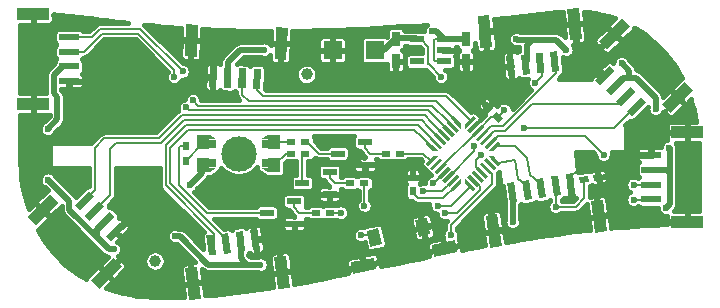
<source format=gbr>
G04 #@! TF.FileFunction,Copper,L2,Bot,Signal*
%FSLAX46Y46*%
G04 Gerber Fmt 4.6, Leading zero omitted, Abs format (unit mm)*
G04 Created by KiCad (PCBNEW 4.0.7-e2-6376~58~ubuntu14.04.1) date Wed Aug  8 14:37:32 2018*
%MOMM*%
%LPD*%
G01*
G04 APERTURE LIST*
%ADD10C,0.100000*%
%ADD11R,0.800000X0.500000*%
%ADD12R,0.500000X0.800000*%
%ADD13R,0.750000X1.200000*%
%ADD14C,3.000000*%
%ADD15R,1.600000X0.800000*%
%ADD16R,1.000000X1.200000*%
%ADD17R,1.700000X0.600000*%
%ADD18R,2.700000X1.000000*%
%ADD19R,1.200000X0.600000*%
%ADD20R,1.600000X1.600000*%
%ADD21C,1.000000*%
%ADD22C,0.600000*%
%ADD23C,0.500000*%
%ADD24C,0.200000*%
%ADD25C,0.400000*%
G04 APERTURE END LIST*
D10*
D11*
X156530000Y-95000000D03*
X157730000Y-95000000D03*
X154430000Y-89000000D03*
X155630000Y-89000000D03*
D12*
X145500000Y-90600000D03*
X145500000Y-89400000D03*
X164730000Y-93200000D03*
X164730000Y-92000000D03*
D11*
X154430000Y-90000000D03*
X155630000Y-90000000D03*
X159430000Y-92500000D03*
X160630000Y-92500000D03*
X162430000Y-90000000D03*
X163630000Y-90000000D03*
D13*
X163280000Y-80300000D03*
X163280000Y-82200000D03*
X169230000Y-80300000D03*
X169230000Y-82200000D03*
D14*
X150000000Y-90000000D03*
D15*
X147300000Y-89200000D03*
X147300000Y-90800000D03*
X152700000Y-89200000D03*
X152700000Y-90800000D03*
D16*
X153000000Y-89000000D03*
X153000000Y-91000000D03*
X147000000Y-89000000D03*
X147000000Y-91000000D03*
D10*
G36*
X152550000Y-88400000D02*
X153100000Y-88800000D01*
X151900000Y-88800000D01*
X152450000Y-88400000D01*
X152550000Y-88400000D01*
X152550000Y-88400000D01*
G37*
G36*
X152450000Y-91600000D02*
X151900000Y-91200000D01*
X153100000Y-91200000D01*
X152550000Y-91600000D01*
X152450000Y-91600000D01*
X152450000Y-91600000D01*
G37*
G36*
X147550000Y-88400000D02*
X148100000Y-88800000D01*
X146900000Y-88800000D01*
X147450000Y-88400000D01*
X147550000Y-88400000D01*
X147550000Y-88400000D01*
G37*
G36*
X147450000Y-91600000D02*
X146900000Y-91200000D01*
X148100000Y-91200000D01*
X147550000Y-91600000D01*
X147450000Y-91600000D01*
X147450000Y-91600000D01*
G37*
D17*
X184930000Y-92625000D03*
X184930000Y-93875000D03*
X184930000Y-91375000D03*
X184930000Y-90125000D03*
D18*
X187980000Y-95800000D03*
X187980000Y-88200000D03*
D10*
G36*
X181956687Y-85532932D02*
X183158769Y-84330850D01*
X183583033Y-84755114D01*
X182380951Y-85957196D01*
X181956687Y-85532932D01*
X181956687Y-85532932D01*
G37*
G36*
X182840571Y-86416816D02*
X184042653Y-85214734D01*
X184466917Y-85638998D01*
X183264835Y-86841080D01*
X182840571Y-86416816D01*
X182840571Y-86416816D01*
G37*
G36*
X181072804Y-84649049D02*
X182274886Y-83446967D01*
X182699150Y-83871231D01*
X181497068Y-85073313D01*
X181072804Y-84649049D01*
X181072804Y-84649049D01*
G37*
G36*
X180188920Y-83765165D02*
X181391002Y-82563083D01*
X181815266Y-82987347D01*
X180613184Y-84189429D01*
X180188920Y-83765165D01*
X180188920Y-83765165D01*
G37*
G36*
X185863452Y-85833453D02*
X187772641Y-83924264D01*
X188479748Y-84631371D01*
X186570559Y-86540560D01*
X185863452Y-85833453D01*
X185863452Y-85833453D01*
G37*
G36*
X180489440Y-80459441D02*
X182398629Y-78550252D01*
X183105736Y-79257359D01*
X181196547Y-81166548D01*
X180489440Y-80459441D01*
X180489440Y-80459441D01*
G37*
G36*
X175276010Y-83211971D02*
X175127845Y-81518440D01*
X175725562Y-81466147D01*
X175873727Y-83159678D01*
X175276010Y-83211971D01*
X175276010Y-83211971D01*
G37*
G36*
X176521254Y-83103026D02*
X176373089Y-81409495D01*
X176970806Y-81357202D01*
X177118971Y-83050733D01*
X176521254Y-83103026D01*
X176521254Y-83103026D01*
G37*
G36*
X174030767Y-83320915D02*
X173882602Y-81627384D01*
X174480319Y-81575091D01*
X174628484Y-83268622D01*
X174030767Y-83320915D01*
X174030767Y-83320915D01*
G37*
G36*
X172785524Y-83429860D02*
X172637359Y-81736329D01*
X173235076Y-81684036D01*
X173383241Y-83377567D01*
X172785524Y-83429860D01*
X172785524Y-83429860D01*
G37*
G36*
X178017443Y-80412386D02*
X177782122Y-77722660D01*
X178778317Y-77635504D01*
X179013638Y-80325230D01*
X178017443Y-80412386D01*
X178017443Y-80412386D01*
G37*
G36*
X170446363Y-81074770D02*
X170211042Y-78385044D01*
X171207237Y-78297888D01*
X171442558Y-80987614D01*
X170446363Y-81074770D01*
X170446363Y-81074770D01*
G37*
G36*
X149965808Y-84459789D02*
X150025137Y-82760825D01*
X150624772Y-82781765D01*
X150565443Y-84480729D01*
X149965808Y-84459789D01*
X149965808Y-84459789D01*
G37*
G36*
X151215047Y-84503413D02*
X151274376Y-82804449D01*
X151874011Y-82825389D01*
X151814682Y-84524353D01*
X151215047Y-84503413D01*
X151215047Y-84503413D01*
G37*
G36*
X148716570Y-84416164D02*
X148775899Y-82717200D01*
X149375534Y-82738140D01*
X149316205Y-84437104D01*
X148716570Y-84416164D01*
X148716570Y-84416164D01*
G37*
G36*
X147467331Y-84372540D02*
X147526660Y-82673576D01*
X148126295Y-82694516D01*
X148066966Y-84393480D01*
X147467331Y-84372540D01*
X147467331Y-84372540D01*
G37*
G36*
X153027989Y-82015168D02*
X153122218Y-79316813D01*
X154121609Y-79351712D01*
X154027380Y-82050067D01*
X153027989Y-82015168D01*
X153027989Y-82015168D01*
G37*
G36*
X145432619Y-81749932D02*
X145526848Y-79051577D01*
X146526239Y-79086476D01*
X146432010Y-81784831D01*
X145432619Y-81749932D01*
X145432619Y-81749932D01*
G37*
D17*
X135630000Y-81375000D03*
X135630000Y-80125000D03*
X135630000Y-82625000D03*
X135630000Y-83875000D03*
D18*
X132580000Y-78200000D03*
X132580000Y-85800000D03*
D10*
G36*
X138603313Y-94467068D02*
X137401231Y-95669150D01*
X136976967Y-95244886D01*
X138179049Y-94042804D01*
X138603313Y-94467068D01*
X138603313Y-94467068D01*
G37*
G36*
X137719429Y-93583184D02*
X136517347Y-94785266D01*
X136093083Y-94361002D01*
X137295165Y-93158920D01*
X137719429Y-93583184D01*
X137719429Y-93583184D01*
G37*
G36*
X139487196Y-95350951D02*
X138285114Y-96553033D01*
X137860850Y-96128769D01*
X139062932Y-94926687D01*
X139487196Y-95350951D01*
X139487196Y-95350951D01*
G37*
G36*
X140371080Y-96234835D02*
X139168998Y-97436917D01*
X138744734Y-97012653D01*
X139946816Y-95810571D01*
X140371080Y-96234835D01*
X140371080Y-96234835D01*
G37*
G36*
X134696548Y-94166547D02*
X132787359Y-96075736D01*
X132080252Y-95368629D01*
X133989441Y-93459440D01*
X134696548Y-94166547D01*
X134696548Y-94166547D01*
G37*
G36*
X140070560Y-99540559D02*
X138161371Y-101449748D01*
X137454264Y-100742641D01*
X139363453Y-98833452D01*
X140070560Y-99540559D01*
X140070560Y-99540559D01*
G37*
D19*
X152380000Y-95000000D03*
X154680000Y-94050000D03*
X154680000Y-95950000D03*
X158380000Y-90000000D03*
X160680000Y-89050000D03*
X160680000Y-90950000D03*
D20*
X161530000Y-81250000D03*
X157930000Y-81250000D03*
D21*
X142900000Y-99100000D03*
X155730000Y-83300000D03*
D19*
X167380000Y-81250000D03*
X167380000Y-80300000D03*
X167380000Y-82200000D03*
X165080000Y-82200000D03*
X165080000Y-80300000D03*
D10*
G36*
X178874525Y-92486740D02*
X178804938Y-91991606D01*
X179597153Y-91880268D01*
X179666740Y-92375402D01*
X178874525Y-92486740D01*
X178874525Y-92486740D01*
G37*
G36*
X180062847Y-92319732D02*
X179993260Y-91824598D01*
X180785475Y-91713260D01*
X180855062Y-92208394D01*
X180062847Y-92319732D01*
X180062847Y-92319732D01*
G37*
G36*
X172383883Y-87030330D02*
X172030330Y-87383883D01*
X171464645Y-86818198D01*
X171818198Y-86464645D01*
X172383883Y-87030330D01*
X172383883Y-87030330D01*
G37*
G36*
X171535355Y-86181802D02*
X171181802Y-86535355D01*
X170616117Y-85969670D01*
X170969670Y-85616117D01*
X171535355Y-86181802D01*
X171535355Y-86181802D01*
G37*
G36*
X149096656Y-96708615D02*
X149303834Y-98395943D01*
X148708306Y-98469065D01*
X148501128Y-96781737D01*
X149096656Y-96708615D01*
X149096656Y-96708615D01*
G37*
G36*
X147855973Y-96860952D02*
X148063151Y-98548280D01*
X147467623Y-98621402D01*
X147260445Y-96934074D01*
X147855973Y-96860952D01*
X147855973Y-96860952D01*
G37*
G36*
X150337338Y-96556278D02*
X150544516Y-98243606D01*
X149948988Y-98316728D01*
X149741810Y-96629400D01*
X150337338Y-96556278D01*
X150337338Y-96556278D01*
G37*
G36*
X151578021Y-96403942D02*
X151785199Y-98091270D01*
X151189671Y-98164392D01*
X150982493Y-96477064D01*
X151578021Y-96403942D01*
X151578021Y-96403942D01*
G37*
G36*
X146454597Y-99602169D02*
X146783645Y-102282044D01*
X145791099Y-102403913D01*
X145462051Y-99724038D01*
X146454597Y-99602169D01*
X146454597Y-99602169D01*
G37*
G36*
X153997948Y-98675962D02*
X154326996Y-101355837D01*
X153334450Y-101477706D01*
X153005402Y-98797831D01*
X153997948Y-98675962D01*
X153997948Y-98675962D01*
G37*
G36*
X165930130Y-95445486D02*
X166221206Y-96814892D01*
X165243058Y-97022804D01*
X164951982Y-95653398D01*
X165930130Y-95445486D01*
X165930130Y-95445486D01*
G37*
G36*
X161821910Y-96318715D02*
X162112986Y-97688121D01*
X161134838Y-97896033D01*
X160843762Y-96526627D01*
X161821910Y-96318715D01*
X161821910Y-96318715D01*
G37*
G36*
X168277203Y-97349101D02*
X168485114Y-98327248D01*
X166528819Y-98743071D01*
X166320908Y-97764924D01*
X168277203Y-97349101D01*
X168277203Y-97349101D01*
G37*
G36*
X161430169Y-98804483D02*
X161638080Y-99782630D01*
X159681785Y-100198453D01*
X159473874Y-99220306D01*
X161430169Y-98804483D01*
X161430169Y-98804483D01*
G37*
G36*
X167939340Y-92969848D02*
X168575736Y-92333452D01*
X168787868Y-92545584D01*
X168151472Y-93181980D01*
X167939340Y-92969848D01*
X167939340Y-92969848D01*
G37*
G36*
X167585787Y-92616295D02*
X168434315Y-91767767D01*
X168646447Y-91979899D01*
X167797919Y-92828427D01*
X167585787Y-92616295D01*
X167585787Y-92616295D01*
G37*
G36*
X167232233Y-92262742D02*
X168080761Y-91414214D01*
X168292893Y-91626346D01*
X167444365Y-92474874D01*
X167232233Y-92262742D01*
X167232233Y-92262742D01*
G37*
G36*
X166878680Y-91909188D02*
X167727208Y-91060660D01*
X167939340Y-91272792D01*
X167090812Y-92121320D01*
X166878680Y-91909188D01*
X166878680Y-91909188D01*
G37*
G36*
X166525126Y-91555635D02*
X167373654Y-90707107D01*
X167585786Y-90919239D01*
X166737258Y-91767767D01*
X166525126Y-91555635D01*
X166525126Y-91555635D01*
G37*
G36*
X166171573Y-91202081D02*
X167020101Y-90353553D01*
X167232233Y-90565685D01*
X166383705Y-91414213D01*
X166171573Y-91202081D01*
X166171573Y-91202081D01*
G37*
G36*
X165818020Y-90848528D02*
X166454416Y-90212132D01*
X166666548Y-90424264D01*
X166030152Y-91060660D01*
X165818020Y-90848528D01*
X165818020Y-90848528D01*
G37*
G36*
X166030152Y-88939340D02*
X166666548Y-89575736D01*
X166454416Y-89787868D01*
X165818020Y-89151472D01*
X166030152Y-88939340D01*
X166030152Y-88939340D01*
G37*
G36*
X166383705Y-88585787D02*
X167232233Y-89434315D01*
X167020101Y-89646447D01*
X166171573Y-88797919D01*
X166383705Y-88585787D01*
X166383705Y-88585787D01*
G37*
G36*
X166737258Y-88232233D02*
X167585786Y-89080761D01*
X167373654Y-89292893D01*
X166525126Y-88444365D01*
X166737258Y-88232233D01*
X166737258Y-88232233D01*
G37*
G36*
X167090812Y-87878680D02*
X167939340Y-88727208D01*
X167727208Y-88939340D01*
X166878680Y-88090812D01*
X167090812Y-87878680D01*
X167090812Y-87878680D01*
G37*
G36*
X167444365Y-87525126D02*
X168292893Y-88373654D01*
X168080761Y-88585786D01*
X167232233Y-87737258D01*
X167444365Y-87525126D01*
X167444365Y-87525126D01*
G37*
G36*
X167797919Y-87171573D02*
X168646447Y-88020101D01*
X168434315Y-88232233D01*
X167585787Y-87383705D01*
X167797919Y-87171573D01*
X167797919Y-87171573D01*
G37*
G36*
X168151472Y-86818020D02*
X168787868Y-87454416D01*
X168575736Y-87666548D01*
X167939340Y-87030152D01*
X168151472Y-86818020D01*
X168151472Y-86818020D01*
G37*
G36*
X169212132Y-87454416D02*
X169848528Y-86818020D01*
X170060660Y-87030152D01*
X169424264Y-87666548D01*
X169212132Y-87454416D01*
X169212132Y-87454416D01*
G37*
G36*
X169353553Y-88020101D02*
X170202081Y-87171573D01*
X170414213Y-87383705D01*
X169565685Y-88232233D01*
X169353553Y-88020101D01*
X169353553Y-88020101D01*
G37*
G36*
X169707107Y-88373654D02*
X170555635Y-87525126D01*
X170767767Y-87737258D01*
X169919239Y-88585786D01*
X169707107Y-88373654D01*
X169707107Y-88373654D01*
G37*
G36*
X170060660Y-88727208D02*
X170909188Y-87878680D01*
X171121320Y-88090812D01*
X170272792Y-88939340D01*
X170060660Y-88727208D01*
X170060660Y-88727208D01*
G37*
G36*
X170414214Y-89080761D02*
X171262742Y-88232233D01*
X171474874Y-88444365D01*
X170626346Y-89292893D01*
X170414214Y-89080761D01*
X170414214Y-89080761D01*
G37*
G36*
X170767767Y-89434315D02*
X171616295Y-88585787D01*
X171828427Y-88797919D01*
X170979899Y-89646447D01*
X170767767Y-89434315D01*
X170767767Y-89434315D01*
G37*
G36*
X171333452Y-89575736D02*
X171969848Y-88939340D01*
X172181980Y-89151472D01*
X171545584Y-89787868D01*
X171333452Y-89575736D01*
X171333452Y-89575736D01*
G37*
G36*
X171545584Y-90212132D02*
X172181980Y-90848528D01*
X171969848Y-91060660D01*
X171333452Y-90424264D01*
X171545584Y-90212132D01*
X171545584Y-90212132D01*
G37*
G36*
X170979899Y-90353553D02*
X171828427Y-91202081D01*
X171616295Y-91414213D01*
X170767767Y-90565685D01*
X170979899Y-90353553D01*
X170979899Y-90353553D01*
G37*
G36*
X170626346Y-90707107D02*
X171474874Y-91555635D01*
X171262742Y-91767767D01*
X170414214Y-90919239D01*
X170626346Y-90707107D01*
X170626346Y-90707107D01*
G37*
G36*
X170272792Y-91060660D02*
X171121320Y-91909188D01*
X170909188Y-92121320D01*
X170060660Y-91272792D01*
X170272792Y-91060660D01*
X170272792Y-91060660D01*
G37*
G36*
X169919239Y-91414214D02*
X170767767Y-92262742D01*
X170555635Y-92474874D01*
X169707107Y-91626346D01*
X169919239Y-91414214D01*
X169919239Y-91414214D01*
G37*
G36*
X169565685Y-91767767D02*
X170414213Y-92616295D01*
X170202081Y-92828427D01*
X169353553Y-91979899D01*
X169565685Y-91767767D01*
X169565685Y-91767767D01*
G37*
G36*
X169424264Y-92333452D02*
X170060660Y-92969848D01*
X169848528Y-93181980D01*
X169212132Y-92545584D01*
X169424264Y-92333452D01*
X169424264Y-92333452D01*
G37*
G36*
X168257538Y-92651651D02*
X168823224Y-92085965D01*
X168823224Y-92510229D01*
X168681802Y-92651651D01*
X168257538Y-92651651D01*
X168257538Y-92651651D01*
G37*
G36*
X169176776Y-92085965D02*
X169742462Y-92651651D01*
X169318198Y-92651651D01*
X169176776Y-92510229D01*
X169176776Y-92085965D01*
X169176776Y-92085965D01*
G37*
G36*
X168823224Y-87914035D02*
X168257538Y-87348349D01*
X168681802Y-87348349D01*
X168823224Y-87489771D01*
X168823224Y-87914035D01*
X168823224Y-87914035D01*
G37*
G36*
X169742462Y-87348349D02*
X169176776Y-87914035D01*
X169176776Y-87489771D01*
X169318198Y-87348349D01*
X169742462Y-87348349D01*
X169742462Y-87348349D01*
G37*
G36*
X166914035Y-90176776D02*
X166348349Y-90742462D01*
X166348349Y-90318198D01*
X166489771Y-90176776D01*
X166914035Y-90176776D01*
X166914035Y-90176776D01*
G37*
G36*
X166348349Y-89257538D02*
X166914035Y-89823224D01*
X166489771Y-89823224D01*
X166348349Y-89681802D01*
X166348349Y-89257538D01*
X166348349Y-89257538D01*
G37*
G36*
X171085965Y-89823224D02*
X171651651Y-89257538D01*
X171651651Y-89681802D01*
X171510229Y-89823224D01*
X171085965Y-89823224D01*
X171085965Y-89823224D01*
G37*
G36*
X171651651Y-90742462D02*
X171085965Y-90176776D01*
X171510229Y-90176776D01*
X171651651Y-90318198D01*
X171651651Y-90742462D01*
X171651651Y-90742462D01*
G37*
G36*
X175786106Y-92032091D02*
X176022701Y-93715547D01*
X175428540Y-93799051D01*
X175191945Y-92115595D01*
X175786106Y-92032091D01*
X175786106Y-92032091D01*
G37*
G36*
X174548271Y-92206057D02*
X174784866Y-93889513D01*
X174190705Y-93973017D01*
X173954110Y-92289561D01*
X174548271Y-92206057D01*
X174548271Y-92206057D01*
G37*
G36*
X177023941Y-91858125D02*
X177260536Y-93541581D01*
X176666375Y-93625085D01*
X176429780Y-91941629D01*
X177023941Y-91858125D01*
X177023941Y-91858125D01*
G37*
G36*
X178261776Y-91684158D02*
X178498371Y-93367614D01*
X177904210Y-93451118D01*
X177667615Y-91767662D01*
X178261776Y-91684158D01*
X178261776Y-91684158D01*
G37*
G36*
X171882845Y-95155720D02*
X172258613Y-97829443D01*
X171268345Y-97968616D01*
X170892577Y-95294893D01*
X171882845Y-95155720D01*
X171882845Y-95155720D01*
G37*
G36*
X180795257Y-93903162D02*
X181171025Y-96576885D01*
X180180757Y-96716058D01*
X179804989Y-94042335D01*
X180795257Y-93903162D01*
X180795257Y-93903162D01*
G37*
G36*
X172716275Y-92463528D02*
X173310436Y-92380024D01*
X173547031Y-94063480D01*
X172952870Y-94146984D01*
X172716275Y-92463528D01*
X172716275Y-92463528D01*
G37*
D19*
X155380000Y-92500000D03*
X157680000Y-91550000D03*
X157680000Y-93450000D03*
D22*
X185291963Y-86208037D03*
X133830000Y-87900000D03*
X133830000Y-92200000D03*
X177730000Y-81200000D03*
X166380000Y-79600000D03*
X145848890Y-92670347D03*
X173180000Y-95800000D03*
X152130000Y-81200000D03*
X151830000Y-99400000D03*
X186430000Y-89500000D03*
X186184262Y-94599549D03*
X173500000Y-80300000D03*
X182400000Y-82350000D03*
X139400000Y-98100000D03*
X144600000Y-97000000D03*
X157030000Y-88900000D03*
X136230000Y-85250000D03*
X141280000Y-95700000D03*
X178080000Y-93900000D03*
X184630000Y-89400000D03*
X147780000Y-81650000D03*
X152330000Y-97000000D03*
X179700000Y-83400000D03*
X172480000Y-86300000D03*
X167130000Y-83500000D03*
X166430000Y-92500000D03*
X176830000Y-94500000D03*
X145530000Y-86100000D03*
X144530000Y-83500000D03*
X146130000Y-85500000D03*
X145230000Y-83045380D03*
X160630000Y-94400000D03*
X166830000Y-94400000D03*
X158630000Y-95000000D03*
X167430000Y-95000000D03*
X160330000Y-96900000D03*
X167930000Y-96900000D03*
X180880000Y-90100000D03*
X183430000Y-92650000D03*
X165630000Y-93200000D03*
X183430000Y-93900000D03*
X175100000Y-84000000D03*
X169900000Y-89400000D03*
X174100000Y-87800000D03*
X170500000Y-90100000D03*
D23*
X176730000Y-80350000D02*
X174825000Y-80350000D01*
X177730000Y-81200000D02*
X176880000Y-80350000D01*
X176880000Y-80350000D02*
X176730000Y-80350000D01*
D24*
X166480000Y-80400000D02*
X166479999Y-82099999D01*
X166479999Y-82099999D02*
X166580000Y-82200000D01*
X166580000Y-82200000D02*
X167380000Y-82200000D01*
X167380000Y-80300000D02*
X166580000Y-80300000D01*
X166580000Y-80300000D02*
X166480000Y-80400000D01*
D23*
X166380000Y-79600000D02*
X166680000Y-79600000D01*
X166680000Y-79600000D02*
X167380000Y-80300000D01*
X167380000Y-80300000D02*
X169180000Y-80300000D01*
X146900000Y-91619237D02*
X146148889Y-92370348D01*
X146148889Y-92370348D02*
X145848890Y-92670347D01*
X146900000Y-91600000D02*
X146900000Y-91619237D01*
X173180000Y-95800000D02*
X173180000Y-93311851D01*
X173180000Y-93311851D02*
X173131653Y-93263504D01*
X137967247Y-97091511D02*
X135643073Y-94767337D01*
X135643073Y-94767337D02*
X135643073Y-94000000D01*
X135643073Y-94000000D02*
X135630000Y-94000000D01*
X134330000Y-84889998D02*
X134330000Y-83375000D01*
X135630000Y-94000000D02*
X133830000Y-92200000D01*
X134330000Y-83375000D02*
X135080000Y-82625000D01*
X135080000Y-82625000D02*
X135630000Y-82625000D01*
X133830000Y-87900000D02*
X134630000Y-87100000D01*
X134630000Y-85189998D02*
X134330000Y-84889998D01*
X134630000Y-87100000D02*
X134630000Y-85189998D01*
X152130000Y-81200000D02*
X150130000Y-81200000D01*
X150130000Y-81200000D02*
X149046052Y-82283948D01*
X149046052Y-82283948D02*
X149046052Y-83150002D01*
X144600000Y-97000000D02*
X145024264Y-97000000D01*
X145024264Y-97000000D02*
X147424264Y-99400000D01*
X147424264Y-99400000D02*
X150730000Y-99400000D01*
X150730000Y-99400000D02*
X150143163Y-98813163D01*
X150143163Y-98813163D02*
X150143163Y-97436503D01*
X151830000Y-99400000D02*
X150730000Y-99400000D01*
X186484261Y-91684261D02*
X186484261Y-89554261D01*
X186484261Y-89554261D02*
X186430000Y-89500000D01*
X186484261Y-94299550D02*
X186184262Y-94599549D01*
X186484261Y-91684261D02*
X186484261Y-94299550D01*
X186200000Y-91400000D02*
X186484261Y-91684261D01*
X184930000Y-91375000D02*
X186175000Y-91375000D01*
X186175000Y-91375000D02*
X186200000Y-91400000D01*
X173900000Y-80350000D02*
X173550000Y-80350000D01*
X173550000Y-80350000D02*
X173500000Y-80300000D01*
X185291963Y-86208037D02*
X185291963Y-85281880D01*
X185291963Y-85281880D02*
X183593447Y-83583364D01*
X183593447Y-83583364D02*
X183027745Y-83583364D01*
X174825000Y-80350000D02*
X173900000Y-80350000D01*
X174825000Y-80350000D02*
X174375000Y-80800000D01*
X174375000Y-80800000D02*
X174375000Y-82150000D01*
X174375000Y-82150000D02*
X174375000Y-81439998D01*
X183027745Y-83583364D02*
X183027745Y-82977745D01*
X183027745Y-82977745D02*
X182400000Y-82350000D01*
X139400000Y-98100000D02*
X138975736Y-98100000D01*
X138975736Y-98100000D02*
X137967247Y-97091511D01*
X137967247Y-97091511D02*
X137967247Y-96416636D01*
X137967247Y-96416636D02*
X138638998Y-95744885D01*
X147000000Y-91000000D02*
X147100000Y-91000000D01*
X147100000Y-91000000D02*
X147300000Y-90800000D01*
X184850000Y-91375000D02*
X185400000Y-91375000D01*
X182532753Y-83583364D02*
X181861002Y-84255115D01*
X183027745Y-83583364D02*
X182532753Y-83583364D01*
X160680000Y-90950000D02*
X160980000Y-90950000D01*
X157030000Y-88900000D02*
X158990002Y-88900000D01*
X158990002Y-88900000D02*
X159580000Y-89489998D01*
X159580000Y-89489998D02*
X159580000Y-90150000D01*
X159580000Y-90150000D02*
X160380000Y-90950000D01*
X160380000Y-90950000D02*
X160680000Y-90950000D01*
D24*
X178305000Y-91725000D02*
X178055000Y-91975000D01*
X178055000Y-91975000D02*
X178082993Y-92567638D01*
X178419321Y-91610679D02*
X178305000Y-91725000D01*
X178305000Y-91725000D02*
X178280000Y-91750000D01*
X178419321Y-91610679D02*
X178830000Y-91200000D01*
X180030000Y-91200000D02*
X180424161Y-91594161D01*
X180424161Y-91594161D02*
X180424161Y-92016496D01*
X178830000Y-91200000D02*
X180030000Y-91200000D01*
D23*
X135630000Y-83875000D02*
X135630000Y-84650000D01*
X135630000Y-84650000D02*
X136230000Y-85250000D01*
X140481651Y-95700000D02*
X141280000Y-95700000D01*
X139557907Y-96623744D02*
X140481651Y-95700000D01*
X178082993Y-92567638D02*
X178082993Y-93897007D01*
X178082993Y-93897007D02*
X178080000Y-93900000D01*
X184930000Y-90125000D02*
X184930000Y-89700000D01*
X184930000Y-89700000D02*
X184630000Y-89400000D01*
X147796813Y-83533528D02*
X147796813Y-81666813D01*
X147796813Y-81666813D02*
X147780000Y-81650000D01*
X151383846Y-97284167D02*
X152045833Y-97284167D01*
X152045833Y-97284167D02*
X152330000Y-97000000D01*
X180977119Y-83371231D02*
X179728769Y-83371231D01*
X179728769Y-83371231D02*
X179700000Y-83400000D01*
D24*
X171075736Y-86510050D02*
X171075736Y-86075736D01*
X169883883Y-87701903D02*
X171075736Y-86510050D01*
X172480000Y-86300000D02*
X172480000Y-86368528D01*
X172480000Y-86368528D02*
X171924264Y-86924264D01*
X166030000Y-82450000D02*
X166080000Y-82450000D01*
X166080000Y-82450000D02*
X167130000Y-83500000D01*
X166030000Y-80950000D02*
X166030000Y-82450000D01*
X165080000Y-80300000D02*
X165380000Y-80300000D01*
X165380000Y-80300000D02*
X166030000Y-80950000D01*
D23*
X163280000Y-80250000D02*
X165030000Y-80250000D01*
X165030000Y-80250000D02*
X165080000Y-80300000D01*
X161030000Y-81250000D02*
X162280000Y-81250000D01*
X162280000Y-81250000D02*
X163280000Y-80250000D01*
D24*
X171924264Y-86924264D02*
X171924264Y-86905736D01*
X171368629Y-86924264D02*
X171924264Y-86924264D01*
X170237437Y-88055456D02*
X171368629Y-86924264D01*
X167055456Y-91237437D02*
X170237437Y-88055456D01*
X166430000Y-92500000D02*
X166495380Y-92500000D01*
X166495380Y-92500000D02*
X167416023Y-91579357D01*
X167416023Y-91579357D02*
X166921049Y-92074331D01*
X178530000Y-94500000D02*
X179235839Y-93794161D01*
X179235839Y-93794161D02*
X179235839Y-92183504D01*
X176830000Y-94500000D02*
X178530000Y-94500000D01*
X176845158Y-92741605D02*
X176845158Y-94484842D01*
X176845158Y-94484842D02*
X176830000Y-94500000D01*
X176635839Y-92532286D02*
X176845158Y-92741605D01*
X145500000Y-90600000D02*
X146900000Y-89200000D01*
X146900000Y-89200000D02*
X147300000Y-89200000D01*
X154430000Y-89000000D02*
X153000000Y-89000000D01*
X153000000Y-89040801D02*
X153000000Y-89000000D01*
X154430000Y-90000000D02*
X154000000Y-90000000D01*
X154000000Y-90000000D02*
X153000000Y-91000000D01*
X153000000Y-91100000D02*
X153000000Y-91000000D01*
X150295290Y-83620777D02*
X150295290Y-85015290D01*
X150295290Y-85015290D02*
X150823176Y-85543176D01*
X150823176Y-85543176D02*
X166664496Y-85543176D01*
X166664496Y-85543176D02*
X168363604Y-87242284D01*
X151544529Y-83664401D02*
X151544529Y-84614918D01*
X151544529Y-84614918D02*
X152072777Y-85143166D01*
X152072777Y-85143166D02*
X167555925Y-85143166D01*
X167555925Y-85143166D02*
X169643409Y-87230650D01*
X147962116Y-86343196D02*
X148130000Y-86343196D01*
X148130000Y-86343196D02*
X166050303Y-86343196D01*
X145773196Y-86343196D02*
X148130000Y-86343196D01*
X145530000Y-86100000D02*
X145773196Y-86343196D01*
X141458376Y-79839456D02*
X144530000Y-82911080D01*
X144530000Y-82911080D02*
X144530000Y-83500000D01*
X135630000Y-81375000D02*
X136855000Y-81375000D01*
X136855000Y-81375000D02*
X138390544Y-79839456D01*
X166630000Y-86922893D02*
X167762563Y-88055456D01*
X138390544Y-79839456D02*
X141458376Y-79839456D01*
X166050303Y-86343196D02*
X166630000Y-86922893D01*
X135650000Y-81375000D02*
X136200000Y-81375000D01*
X146130000Y-85500000D02*
X146573185Y-85943185D01*
X146573185Y-85943185D02*
X148127805Y-85943185D01*
X141624065Y-79439445D02*
X145230000Y-83045380D01*
X135630000Y-80125000D02*
X137539300Y-80125000D01*
X137539300Y-80125000D02*
X138224855Y-79439445D01*
X138224855Y-79439445D02*
X141624065Y-79439445D01*
X148127805Y-85943185D02*
X166376046Y-85943186D01*
X166376046Y-85943186D02*
X167628156Y-87195296D01*
X167628156Y-87195296D02*
X168123130Y-87690270D01*
X136200000Y-80125000D02*
X135650000Y-80125000D01*
X137968298Y-94631702D02*
X138000000Y-94663404D01*
X139600000Y-89100000D02*
X143400000Y-89100000D01*
X138000000Y-94663404D02*
X138000000Y-94800000D01*
X138000000Y-94800000D02*
X137755115Y-94861002D01*
X145317084Y-87182916D02*
X165475809Y-87182916D01*
X165475809Y-87182916D02*
X166030000Y-87737107D01*
X137755115Y-94861002D02*
X139100000Y-93516117D01*
X139100000Y-93516117D02*
X139100000Y-89600000D01*
X139100000Y-89600000D02*
X139600000Y-89100000D01*
X166030000Y-87737107D02*
X167055456Y-88762563D01*
X143400000Y-89100000D02*
X145317084Y-87182916D01*
X136871231Y-93977119D02*
X137800000Y-93048350D01*
X165743206Y-86743206D02*
X166300000Y-87300000D01*
X137800000Y-93048350D02*
X137800000Y-89500000D01*
X137800000Y-89500000D02*
X138600000Y-88700000D01*
X138600000Y-88700000D02*
X143200000Y-88700000D01*
X143200000Y-88700000D02*
X145156794Y-86743206D01*
X145156794Y-86743206D02*
X165743206Y-86743206D01*
X166300000Y-87300000D02*
X167409010Y-88409010D01*
X148600000Y-96902998D02*
X144200011Y-92503009D01*
X144200011Y-89499989D02*
X145717062Y-87982938D01*
X144200011Y-92503009D02*
X144200011Y-89499989D01*
X145717062Y-87982938D02*
X164861618Y-87982938D01*
X164861618Y-87982938D02*
X165478680Y-88600000D01*
X165478680Y-88600000D02*
X166242284Y-89363604D01*
X148600000Y-96902998D02*
X148602998Y-96902998D01*
X148602998Y-96902998D02*
X149100000Y-97400000D01*
X148600000Y-96902998D02*
X148597002Y-96900000D01*
X147875000Y-97850000D02*
X147875000Y-96775000D01*
X147875000Y-96775000D02*
X143800000Y-92700000D01*
X165168713Y-87582927D02*
X165585786Y-88000000D01*
X143800000Y-92700000D02*
X143800000Y-89300000D01*
X143800000Y-89300000D02*
X145517073Y-87582927D01*
X145517073Y-87582927D02*
X165168713Y-87582927D01*
X165585786Y-88000000D02*
X166701903Y-89116117D01*
X155380000Y-92500000D02*
X155380000Y-90250000D01*
X155380000Y-90250000D02*
X155630000Y-90000000D01*
X155630000Y-89000000D02*
X155780000Y-89000000D01*
X157580000Y-90000000D02*
X158380000Y-90000000D01*
X155780000Y-89000000D02*
X156780000Y-90000000D01*
X156780000Y-90000000D02*
X157580000Y-90000000D01*
X165180000Y-93800000D02*
X167316700Y-93800000D01*
X167316700Y-93800000D02*
X168370617Y-92746083D01*
X164730000Y-93200000D02*
X164730000Y-93350000D01*
X164730000Y-93350000D02*
X165180000Y-93800000D01*
X168646447Y-92474874D02*
X168434315Y-92687006D01*
X160630000Y-93400000D02*
X160630000Y-93300000D01*
X160630000Y-93300000D02*
X160630000Y-92500000D01*
X160630000Y-94400000D02*
X160630000Y-93975736D01*
X160630000Y-93975736D02*
X160630000Y-93300000D01*
X169643409Y-92746083D02*
X167989492Y-94400000D01*
X167989492Y-94400000D02*
X167353112Y-94400000D01*
X167353112Y-94400000D02*
X166830000Y-94400000D01*
X169636396Y-92757716D02*
X169636396Y-92763604D01*
X158630000Y-95000000D02*
X157730000Y-95000000D01*
X168450168Y-95000000D02*
X167430000Y-95000000D01*
X169890897Y-92286464D02*
X170385871Y-92781438D01*
X170385871Y-92781438D02*
X170385871Y-93064297D01*
X170385871Y-93064297D02*
X168450168Y-95000000D01*
X165624534Y-90000000D02*
X163830008Y-90000000D01*
X165624534Y-90000000D02*
X166249297Y-90624763D01*
X167930000Y-96900000D02*
X167930000Y-96475736D01*
X167930000Y-96475736D02*
X167930000Y-96085868D01*
X171446531Y-92569337D02*
X171446531Y-91720778D01*
X171446531Y-91720778D02*
X170951557Y-91225804D01*
X167930000Y-96085868D02*
X171446531Y-92569337D01*
X160330000Y-96900000D02*
X161330000Y-96900000D01*
X171305110Y-89104483D02*
X171909593Y-88500000D01*
X171909593Y-88500000D02*
X171930000Y-88500000D01*
X171930000Y-88500000D02*
X178830000Y-88500000D01*
X180880000Y-90100000D02*
X179280000Y-88500000D01*
X179280000Y-88500000D02*
X178830000Y-88500000D01*
X184930000Y-92625000D02*
X183455000Y-92625000D01*
X183455000Y-92625000D02*
X183430000Y-92650000D01*
X171298097Y-89116117D02*
X171793071Y-88621143D01*
X184300000Y-92700000D02*
X184850000Y-92625000D01*
X184325000Y-92625000D02*
X184850000Y-92625000D01*
X184300000Y-92625000D02*
X184850000Y-92625000D01*
X165630000Y-93200000D02*
X167209594Y-93200000D01*
X167209594Y-93200000D02*
X168123130Y-92286464D01*
X183430000Y-93900000D02*
X184905000Y-93900000D01*
X184905000Y-93900000D02*
X184930000Y-93875000D01*
X184300000Y-93875000D02*
X184850000Y-93875000D01*
X184825000Y-93900000D02*
X184850000Y-93875000D01*
X168116117Y-92298097D02*
X168031280Y-92298097D01*
X167762563Y-91944544D02*
X169900000Y-89807107D01*
X169900000Y-89807107D02*
X169900000Y-89400000D01*
X175100000Y-84000000D02*
X175625000Y-83475000D01*
X175625000Y-83475000D02*
X175625000Y-82150000D01*
X175625000Y-82150000D02*
X175625000Y-81600000D01*
X170590990Y-88409010D02*
X171326107Y-87673893D01*
X176875000Y-82150000D02*
X176875000Y-83200000D01*
X176875000Y-83200000D02*
X172401107Y-87673893D01*
X172401107Y-87673893D02*
X172374549Y-87673893D01*
X176875000Y-82700000D02*
X176875000Y-82150000D01*
X171326107Y-87673893D02*
X172374549Y-87673893D01*
X171643204Y-88063904D02*
X170944544Y-88762563D01*
X172562654Y-88063904D02*
X171643204Y-88063904D01*
X174826558Y-85800000D02*
X172562654Y-88063904D01*
X182300000Y-85600000D02*
X182100000Y-85800000D01*
X182100000Y-85800000D02*
X174826558Y-85800000D01*
X182300000Y-85600000D02*
X182744885Y-85138998D01*
X182300000Y-85600000D02*
X182744885Y-85138998D01*
X182300000Y-85600000D02*
X182744885Y-85138998D01*
X170590990Y-91590990D02*
X170096016Y-91096016D01*
X170096016Y-91096016D02*
X170096016Y-90503984D01*
X170096016Y-90503984D02*
X170500000Y-90100000D01*
X170590990Y-91590990D02*
X170590990Y-91506153D01*
X183628769Y-86022881D02*
X183577119Y-86022881D01*
X183577119Y-86022881D02*
X181800000Y-87800000D01*
X174100000Y-87800000D02*
X181800000Y-87800000D01*
X147262700Y-95000000D02*
X152380000Y-95000000D01*
X147262700Y-95000000D02*
X144949999Y-92687299D01*
X144949999Y-92687299D02*
X144949999Y-89500001D01*
X144949999Y-89500001D02*
X145050000Y-89400000D01*
X145050000Y-89400000D02*
X145500000Y-89400000D01*
X145050000Y-89400000D02*
X144959999Y-89490001D01*
X159430000Y-92500000D02*
X158130000Y-92500000D01*
X158130000Y-92500000D02*
X157680000Y-92050000D01*
X157680000Y-92050000D02*
X157680000Y-91550000D01*
X162430000Y-90000000D02*
X161130000Y-90000000D01*
X161130000Y-90000000D02*
X160680000Y-89550000D01*
X160680000Y-89550000D02*
X160680000Y-89050000D01*
X156530000Y-95000000D02*
X155130000Y-95000000D01*
X155130000Y-95000000D02*
X154680000Y-94550000D01*
X154680000Y-94550000D02*
X154680000Y-94050000D01*
X174405000Y-90400000D02*
X174630000Y-91850000D01*
X171764730Y-89351971D02*
X173356971Y-89351971D01*
X173356971Y-89351971D02*
X174405000Y-90400000D01*
X174630000Y-91850000D02*
X175430000Y-92375000D01*
X175430000Y-92375000D02*
X175607323Y-92915571D01*
X175607323Y-92915571D02*
X175505000Y-92300000D01*
X175607323Y-92915571D02*
X175530000Y-92300000D01*
X175330000Y-92300000D02*
X175430000Y-92400000D01*
X175430000Y-92400000D02*
X175607323Y-92915571D01*
X171764730Y-90624763D02*
X171930000Y-90775000D01*
X171930000Y-90775000D02*
X173355000Y-90550000D01*
X173355000Y-90550000D02*
X173605000Y-92175000D01*
X173605000Y-92175000D02*
X174180000Y-92525000D01*
X174180000Y-92525000D02*
X174369488Y-93089537D01*
X174369488Y-93089537D02*
X174280000Y-92550000D01*
X171298097Y-90883883D02*
X171283883Y-90883883D01*
D25*
G36*
X177488231Y-78952956D02*
X177596566Y-79043860D01*
X178343712Y-78978493D01*
X178341969Y-78958569D01*
X178441589Y-78949853D01*
X178443332Y-78969777D01*
X179190478Y-78904411D01*
X179281382Y-78796076D01*
X179212932Y-78013682D01*
X179547518Y-78040918D01*
X180155039Y-78125589D01*
X180745789Y-78243181D01*
X181319501Y-78392765D01*
X181825963Y-78557233D01*
X181267258Y-79115938D01*
X181267258Y-79257359D01*
X181797588Y-79787689D01*
X181811730Y-79773547D01*
X181882441Y-79844258D01*
X181868299Y-79858400D01*
X182398629Y-80388730D01*
X182540050Y-80388730D01*
X183416435Y-79512345D01*
X183460210Y-79446831D01*
X183490364Y-79374035D01*
X183498962Y-79330812D01*
X183921385Y-79589636D01*
X184386153Y-79912936D01*
X184831508Y-80262302D01*
X185257047Y-80636939D01*
X185662369Y-81036078D01*
X186046987Y-81458886D01*
X186410447Y-81904559D01*
X186752276Y-82372291D01*
X187071977Y-82861252D01*
X187369039Y-83370584D01*
X187502657Y-83628563D01*
X186641270Y-84489950D01*
X186641270Y-84631371D01*
X187171600Y-85161701D01*
X187185742Y-85147559D01*
X187256453Y-85218270D01*
X187242311Y-85232412D01*
X187772641Y-85762742D01*
X187914062Y-85762742D01*
X188259434Y-85417370D01*
X188320778Y-85594715D01*
X188497009Y-86193097D01*
X188647530Y-86806663D01*
X188745197Y-87300000D01*
X188130000Y-87300000D01*
X188030000Y-87400000D01*
X188030000Y-88150000D01*
X188050000Y-88150000D01*
X188050000Y-88250000D01*
X188030000Y-88250000D01*
X188030000Y-89000000D01*
X188130000Y-89100000D01*
X188963398Y-89100000D01*
X188982253Y-89394785D01*
X188996653Y-90075514D01*
X188996653Y-94900000D01*
X188130000Y-94900000D01*
X188030000Y-95000000D01*
X188030000Y-95750000D01*
X188050000Y-95750000D01*
X188050000Y-95850000D01*
X188030000Y-95850000D01*
X188030000Y-95870000D01*
X187930000Y-95870000D01*
X187930000Y-95850000D01*
X186330000Y-95850000D01*
X186230000Y-95950000D01*
X186230000Y-95968356D01*
X185975168Y-95977400D01*
X185975071Y-95977413D01*
X185970781Y-95977577D01*
X185125334Y-96015846D01*
X185125233Y-96015861D01*
X185121033Y-96016062D01*
X184282699Y-96062050D01*
X184282605Y-96062064D01*
X184278489Y-96062300D01*
X183447127Y-96115725D01*
X183447023Y-96115742D01*
X183443015Y-96116008D01*
X182618500Y-96176581D01*
X182618388Y-96176600D01*
X182614490Y-96176894D01*
X181796689Y-96244328D01*
X181796585Y-96244347D01*
X181792782Y-96244667D01*
X181531614Y-96268495D01*
X181400124Y-95332894D01*
X181287180Y-95247785D01*
X180544479Y-95352165D01*
X180547262Y-95371970D01*
X180448236Y-95385888D01*
X180445452Y-95366082D01*
X179702751Y-95470462D01*
X179617642Y-95583406D01*
X179738906Y-96446251D01*
X179370866Y-96486035D01*
X179370757Y-96486058D01*
X179367306Y-96486434D01*
X178575037Y-96578461D01*
X178574922Y-96578486D01*
X178571600Y-96578874D01*
X177785385Y-96676334D01*
X177785272Y-96676359D01*
X177782077Y-96676757D01*
X177001783Y-96779361D01*
X177001672Y-96779387D01*
X176998601Y-96779791D01*
X176224100Y-96887259D01*
X176223997Y-96887284D01*
X176221057Y-96887691D01*
X175452206Y-96999733D01*
X175452089Y-96999762D01*
X175449300Y-97000167D01*
X174685979Y-97116499D01*
X174685875Y-97116526D01*
X174683214Y-97116929D01*
X173925287Y-97237266D01*
X173925184Y-97237293D01*
X173922670Y-97237689D01*
X173170001Y-97361740D01*
X173169900Y-97361767D01*
X173167531Y-97362154D01*
X172610227Y-97457194D01*
X172487712Y-96585452D01*
X172374768Y-96500343D01*
X171632067Y-96604723D01*
X171634850Y-96624528D01*
X171535824Y-96638446D01*
X171533040Y-96618640D01*
X170790339Y-96723020D01*
X170705230Y-96835964D01*
X170836894Y-97772804D01*
X170200346Y-97890971D01*
X170200258Y-97890996D01*
X170198503Y-97891317D01*
X169470161Y-98029668D01*
X169470077Y-98029693D01*
X169468484Y-98029990D01*
X168856103Y-98148722D01*
X168803604Y-97901732D01*
X168684998Y-97824708D01*
X167462314Y-98084598D01*
X167466472Y-98104160D01*
X167368657Y-98124952D01*
X167364499Y-98105389D01*
X166141815Y-98365279D01*
X166064791Y-98483885D01*
X166110900Y-98700812D01*
X165886151Y-98747043D01*
X165886109Y-98747056D01*
X165885335Y-98747211D01*
X165181826Y-98893281D01*
X165181786Y-98893294D01*
X165181194Y-98893413D01*
X164481362Y-99039768D01*
X164481339Y-99039775D01*
X164480911Y-99039862D01*
X163784621Y-99186220D01*
X163784604Y-99186225D01*
X163784360Y-99186275D01*
X163091484Y-99332344D01*
X163091474Y-99332347D01*
X163091411Y-99332360D01*
X162401976Y-99477824D01*
X162401935Y-99477832D01*
X162000221Y-99562478D01*
X161956570Y-99357114D01*
X161837964Y-99280090D01*
X160615280Y-99539980D01*
X160619438Y-99559542D01*
X160521623Y-99580334D01*
X160517465Y-99560771D01*
X159294781Y-99820661D01*
X159217757Y-99939267D01*
X159259013Y-100133359D01*
X159001475Y-100186132D01*
X158329994Y-100321950D01*
X157661124Y-100455148D01*
X156994850Y-100585420D01*
X156330640Y-100712558D01*
X155668479Y-100836256D01*
X155008728Y-100956144D01*
X154687862Y-101012655D01*
X154577771Y-100116034D01*
X154466329Y-100028966D01*
X153721920Y-100120368D01*
X153724357Y-100140219D01*
X153625102Y-100152406D01*
X153622665Y-100132555D01*
X152878256Y-100223957D01*
X152791188Y-100335398D01*
X152910948Y-101310760D01*
X152386889Y-101392700D01*
X151735098Y-101489674D01*
X151084780Y-101581179D01*
X150435593Y-101666969D01*
X149787283Y-101746773D01*
X149139826Y-101820302D01*
X148493296Y-101887254D01*
X147847083Y-101947398D01*
X147201619Y-102000403D01*
X147152494Y-102003876D01*
X147034420Y-101042241D01*
X146922978Y-100955173D01*
X146178569Y-101046575D01*
X146181006Y-101066426D01*
X146081751Y-101078613D01*
X146079314Y-101058762D01*
X145334905Y-101150164D01*
X145247837Y-101261605D01*
X145352005Y-102109989D01*
X145266192Y-102113980D01*
X144621142Y-102135739D01*
X143975762Y-102149022D01*
X143333376Y-102153472D01*
X142669911Y-102139255D01*
X142024250Y-102097134D01*
X141393534Y-102027556D01*
X140778216Y-101931024D01*
X140178736Y-101808051D01*
X139595490Y-101659130D01*
X139028886Y-101484748D01*
X138781717Y-101395087D01*
X139292742Y-100884062D01*
X139292742Y-100742641D01*
X138762412Y-100212311D01*
X138748270Y-100226453D01*
X138677559Y-100155742D01*
X138691701Y-100141600D01*
X138833123Y-100141600D01*
X139363453Y-100671930D01*
X139504874Y-100671930D01*
X140381259Y-99795545D01*
X140425034Y-99730031D01*
X140455188Y-99657235D01*
X140470560Y-99579956D01*
X140470560Y-99501163D01*
X140455187Y-99423884D01*
X140425035Y-99351089D01*
X140381260Y-99285574D01*
X140271360Y-99175674D01*
X141998817Y-99175674D01*
X142030678Y-99349274D01*
X142095652Y-99513379D01*
X142191263Y-99661738D01*
X142313870Y-99788701D01*
X142458802Y-99889431D01*
X142620539Y-99960093D01*
X142792921Y-99997993D01*
X142969381Y-100001690D01*
X143143199Y-99971041D01*
X143307753Y-99907214D01*
X143456777Y-99812641D01*
X143539689Y-99733684D01*
X145060232Y-99733684D01*
X145069834Y-99811889D01*
X145211276Y-100963841D01*
X145322718Y-101050909D01*
X146067127Y-100959507D01*
X145872136Y-99371433D01*
X145760695Y-99284366D01*
X145374200Y-99331821D01*
X145299371Y-99356497D01*
X145230793Y-99395296D01*
X145171101Y-99446729D01*
X145122591Y-99508819D01*
X145087127Y-99579179D01*
X145066071Y-99655107D01*
X145060232Y-99733684D01*
X143539689Y-99733684D01*
X143584592Y-99690924D01*
X143686332Y-99546699D01*
X143758121Y-99385459D01*
X143797224Y-99213346D01*
X143800039Y-99011750D01*
X143765757Y-98838613D01*
X143698498Y-98675431D01*
X143600825Y-98528421D01*
X143476458Y-98403182D01*
X143330133Y-98304485D01*
X143167425Y-98236089D01*
X142994531Y-98200599D01*
X142818036Y-98199367D01*
X142644663Y-98232440D01*
X142481016Y-98298557D01*
X142333328Y-98395202D01*
X142207224Y-98518692D01*
X142107508Y-98664324D01*
X142037977Y-98826550D01*
X142001281Y-98999193D01*
X141998817Y-99175674D01*
X140271360Y-99175674D01*
X140105915Y-99010229D01*
X139964494Y-99010229D01*
X138833123Y-100141600D01*
X138691701Y-100141600D01*
X138161371Y-99611270D01*
X138019950Y-99611270D01*
X137143565Y-100487655D01*
X137099790Y-100553169D01*
X137073395Y-100616890D01*
X136936815Y-100542146D01*
X136459322Y-100247510D01*
X136000765Y-99930119D01*
X135561563Y-99590404D01*
X135142087Y-99228748D01*
X134742737Y-98845536D01*
X134363915Y-98441129D01*
X134006034Y-98015893D01*
X133669525Y-97570179D01*
X133354810Y-97104309D01*
X133062376Y-96618669D01*
X132964478Y-96435327D01*
X132976831Y-96430210D01*
X133042345Y-96386435D01*
X133918730Y-95510050D01*
X133918730Y-95368629D01*
X133388400Y-94838299D01*
X133374258Y-94852441D01*
X133303547Y-94781730D01*
X133317689Y-94767588D01*
X132787359Y-94237258D01*
X132645938Y-94237258D01*
X132196253Y-94686943D01*
X132124810Y-94484958D01*
X131986862Y-94025126D01*
X132858070Y-94025126D01*
X132858070Y-94166547D01*
X133388400Y-94696877D01*
X133402542Y-94682735D01*
X133473253Y-94753446D01*
X133459111Y-94767588D01*
X133989441Y-95297918D01*
X134130862Y-95297918D01*
X134993073Y-94435707D01*
X134993073Y-94767337D01*
X134998934Y-94827115D01*
X135004165Y-94886905D01*
X135005118Y-94890187D01*
X135005452Y-94893589D01*
X135022807Y-94951072D01*
X135039557Y-95008726D01*
X135041130Y-95011761D01*
X135042118Y-95015033D01*
X135070317Y-95068068D01*
X135097937Y-95121352D01*
X135100068Y-95124021D01*
X135101674Y-95127042D01*
X135139621Y-95173569D01*
X135177081Y-95220495D01*
X135181771Y-95225250D01*
X135181852Y-95225349D01*
X135181944Y-95225425D01*
X135183454Y-95226956D01*
X137507627Y-97551130D01*
X137507633Y-97551135D01*
X138516117Y-98559620D01*
X138562512Y-98597729D01*
X138608507Y-98636324D01*
X138611504Y-98637972D01*
X138614144Y-98640140D01*
X138667060Y-98668514D01*
X138719674Y-98697438D01*
X138722930Y-98698471D01*
X138725944Y-98700087D01*
X138783400Y-98717653D01*
X138840593Y-98735796D01*
X138843987Y-98736177D01*
X138847259Y-98737177D01*
X138889729Y-98741491D01*
X138232082Y-99399138D01*
X138232082Y-99540559D01*
X138762412Y-100070889D01*
X139893783Y-98939518D01*
X139893783Y-98798097D01*
X139782219Y-98686533D01*
X139833048Y-98654277D01*
X139932460Y-98559608D01*
X140011591Y-98447432D01*
X140067427Y-98322023D01*
X140097841Y-98188158D01*
X140100030Y-98031361D01*
X140073366Y-97896699D01*
X140021054Y-97769780D01*
X139945086Y-97655439D01*
X139848356Y-97558031D01*
X139734548Y-97481267D01*
X139703419Y-97468182D01*
X139946816Y-97224785D01*
X139946816Y-97083363D01*
X139557907Y-96694455D01*
X139543765Y-96708597D01*
X139473054Y-96637886D01*
X139487196Y-96623744D01*
X139628618Y-96623744D01*
X140017526Y-97012653D01*
X140158948Y-97012653D01*
X140681780Y-96489821D01*
X140725555Y-96424307D01*
X140755708Y-96351511D01*
X140771080Y-96274232D01*
X140771080Y-96195440D01*
X140755708Y-96118160D01*
X140725555Y-96045365D01*
X140681780Y-95979850D01*
X140547856Y-95845927D01*
X140406435Y-95845927D01*
X139628618Y-96623744D01*
X139487196Y-96623744D01*
X139473054Y-96609602D01*
X139543765Y-96538891D01*
X139557907Y-96553033D01*
X140335724Y-95775216D01*
X140335724Y-95633795D01*
X140201801Y-95499871D01*
X140136286Y-95456096D01*
X140063491Y-95425943D01*
X139986211Y-95410571D01*
X139907419Y-95410571D01*
X139880080Y-95416009D01*
X139888369Y-95375690D01*
X139879378Y-95262947D01*
X139839334Y-95157171D01*
X139771407Y-95066740D01*
X139347143Y-94642476D01*
X139298510Y-94601026D01*
X139198456Y-94548289D01*
X139087671Y-94525514D01*
X138996055Y-94532820D01*
X139004486Y-94491807D01*
X138995495Y-94379064D01*
X138981398Y-94341826D01*
X139453554Y-93869670D01*
X139482880Y-93833969D01*
X139512557Y-93798601D01*
X139513823Y-93796298D01*
X139515493Y-93794265D01*
X139537320Y-93753557D01*
X139559568Y-93713088D01*
X139560363Y-93710581D01*
X139561605Y-93708265D01*
X139575107Y-93664102D01*
X139589074Y-93620073D01*
X139589367Y-93617462D01*
X139590136Y-93614946D01*
X139594806Y-93568970D01*
X139599951Y-93523098D01*
X139599987Y-93517960D01*
X139599997Y-93517862D01*
X139599988Y-93517771D01*
X139600000Y-93516117D01*
X139600000Y-91200000D01*
X143300000Y-91200000D01*
X143300000Y-92700000D01*
X143304505Y-92745944D01*
X143308532Y-92791976D01*
X143309265Y-92794501D01*
X143309522Y-92797117D01*
X143322869Y-92841323D01*
X143335757Y-92885684D01*
X143336967Y-92888019D01*
X143337727Y-92890535D01*
X143359394Y-92931285D01*
X143380664Y-92972320D01*
X143382306Y-92974376D01*
X143383539Y-92976696D01*
X143412728Y-93012485D01*
X143441545Y-93048582D01*
X143445152Y-93052240D01*
X143445215Y-93052317D01*
X143445286Y-93052376D01*
X143446447Y-93053553D01*
X147014092Y-96621199D01*
X146959547Y-96667593D01*
X146897220Y-96761971D01*
X146863654Y-96869977D01*
X146861506Y-96983058D01*
X146992371Y-98048869D01*
X145483883Y-96540381D01*
X145437518Y-96502296D01*
X145391493Y-96463676D01*
X145388495Y-96462028D01*
X145385856Y-96459860D01*
X145332940Y-96431486D01*
X145280326Y-96402562D01*
X145277070Y-96401529D01*
X145274056Y-96399913D01*
X145216600Y-96382347D01*
X145159407Y-96364204D01*
X145156013Y-96363823D01*
X145152741Y-96362823D01*
X145092993Y-96356754D01*
X145033339Y-96350063D01*
X145026657Y-96350017D01*
X145026533Y-96350004D01*
X145026417Y-96350015D01*
X145024264Y-96350000D01*
X144860167Y-96350000D01*
X144807997Y-96328070D01*
X144673524Y-96300466D01*
X144536250Y-96299508D01*
X144401405Y-96325231D01*
X144274124Y-96376656D01*
X144159255Y-96451824D01*
X144061174Y-96547872D01*
X143983617Y-96661141D01*
X143929538Y-96787317D01*
X143900997Y-96921594D01*
X143899080Y-97058858D01*
X143923861Y-97193880D01*
X143974396Y-97321517D01*
X144048760Y-97436907D01*
X144144121Y-97535656D01*
X144256846Y-97614002D01*
X144382641Y-97668961D01*
X144516716Y-97698439D01*
X144653963Y-97701314D01*
X144783499Y-97678473D01*
X146320638Y-99215613D01*
X146058459Y-99247805D01*
X145971391Y-99359246D01*
X146166382Y-100947320D01*
X146910791Y-100855918D01*
X146997859Y-100744477D01*
X146878654Y-99773629D01*
X146964645Y-99859620D01*
X147011040Y-99897729D01*
X147057035Y-99936324D01*
X147060032Y-99937972D01*
X147062672Y-99940140D01*
X147115588Y-99968514D01*
X147168202Y-99997438D01*
X147171458Y-99998471D01*
X147174472Y-100000087D01*
X147231928Y-100017653D01*
X147289121Y-100035796D01*
X147292515Y-100036177D01*
X147295787Y-100037177D01*
X147355535Y-100043246D01*
X147415189Y-100049937D01*
X147421871Y-100049983D01*
X147421995Y-100049996D01*
X147422111Y-100049985D01*
X147424264Y-100050000D01*
X151569241Y-100050000D01*
X151612641Y-100068961D01*
X151746716Y-100098439D01*
X151883963Y-100101314D01*
X152019155Y-100077476D01*
X152147141Y-100027833D01*
X152263048Y-99954277D01*
X152362460Y-99859608D01*
X152441591Y-99747432D01*
X152497427Y-99622023D01*
X152527841Y-99488158D01*
X152530030Y-99331361D01*
X152503366Y-99196699D01*
X152451054Y-99069780D01*
X152375086Y-98955439D01*
X152278356Y-98858031D01*
X152203407Y-98807477D01*
X152603583Y-98807477D01*
X152613185Y-98885682D01*
X152754627Y-100037634D01*
X152866069Y-100124702D01*
X153610478Y-100033300D01*
X153415487Y-98445226D01*
X153399889Y-98433039D01*
X153514742Y-98433039D01*
X153709733Y-100021113D01*
X154454142Y-99929711D01*
X154541210Y-99818270D01*
X154463596Y-99186149D01*
X159073393Y-99186149D01*
X159074424Y-99264935D01*
X159090806Y-99342007D01*
X159155384Y-99645822D01*
X159273990Y-99722846D01*
X160496674Y-99462956D01*
X160340740Y-98729346D01*
X160308724Y-98708554D01*
X160438555Y-98708554D01*
X160594489Y-99442165D01*
X161817173Y-99182275D01*
X161894197Y-99063669D01*
X161829619Y-98759854D01*
X161813237Y-98682783D01*
X161782134Y-98610388D01*
X161737505Y-98545452D01*
X161681066Y-98490471D01*
X161614985Y-98447557D01*
X161541800Y-98418360D01*
X161464326Y-98404001D01*
X161385540Y-98405032D01*
X160515579Y-98589948D01*
X160438555Y-98708554D01*
X160308724Y-98708554D01*
X160222134Y-98652322D01*
X159352173Y-98837238D01*
X159279779Y-98868341D01*
X159214843Y-98912970D01*
X159159861Y-98969410D01*
X159116948Y-99035491D01*
X159087750Y-99108675D01*
X159073393Y-99186149D01*
X154463596Y-99186149D01*
X154399768Y-98666318D01*
X154390166Y-98588112D01*
X154365490Y-98513282D01*
X154326692Y-98444704D01*
X154275259Y-98385013D01*
X154213169Y-98336503D01*
X154142808Y-98301039D01*
X154066880Y-98279982D01*
X153988304Y-98274142D01*
X153601810Y-98321598D01*
X153514742Y-98433039D01*
X153399889Y-98433039D01*
X153304046Y-98358159D01*
X152917551Y-98405614D01*
X152842722Y-98430290D01*
X152774144Y-98469089D01*
X152714452Y-98520522D01*
X152665942Y-98582612D01*
X152630478Y-98652972D01*
X152609422Y-98728900D01*
X152603583Y-98807477D01*
X152203407Y-98807477D01*
X152164548Y-98781267D01*
X152037997Y-98728070D01*
X151903524Y-98700466D01*
X151766250Y-98699508D01*
X151631405Y-98725231D01*
X151570100Y-98750000D01*
X150999239Y-98750000D01*
X150798894Y-98549655D01*
X150845414Y-98510087D01*
X150894929Y-98435110D01*
X150912361Y-98455341D01*
X150974451Y-98503851D01*
X151044812Y-98539316D01*
X151120739Y-98560372D01*
X151199315Y-98566212D01*
X151387301Y-98543130D01*
X151474368Y-98431689D01*
X151340312Y-97339888D01*
X151320461Y-97342325D01*
X151318666Y-97327701D01*
X151439567Y-97327701D01*
X151573623Y-98419502D01*
X151685065Y-98506569D01*
X151873050Y-98483488D01*
X151947879Y-98458812D01*
X152016457Y-98420013D01*
X152076149Y-98368580D01*
X152124659Y-98306490D01*
X152160123Y-98236129D01*
X152181179Y-98160201D01*
X152187018Y-98081625D01*
X152177416Y-98003419D01*
X152096909Y-97347740D01*
X151985467Y-97260673D01*
X151439567Y-97327701D01*
X151318666Y-97327701D01*
X151308274Y-97243070D01*
X151328125Y-97240633D01*
X151194069Y-96148832D01*
X151178471Y-96136645D01*
X151293324Y-96136645D01*
X151427380Y-97228446D01*
X151973280Y-97161418D01*
X152060348Y-97049977D01*
X152049161Y-96958858D01*
X159629080Y-96958858D01*
X159653861Y-97093880D01*
X159704396Y-97221517D01*
X159778760Y-97336907D01*
X159874121Y-97435656D01*
X159986846Y-97514002D01*
X160112641Y-97568961D01*
X160246716Y-97598439D01*
X160383963Y-97601314D01*
X160519155Y-97577476D01*
X160645773Y-97528364D01*
X160741686Y-97979600D01*
X160759898Y-98040850D01*
X160815088Y-98139573D01*
X160895596Y-98219011D01*
X160995047Y-98272875D01*
X161105567Y-98296901D01*
X161218405Y-98289185D01*
X162196553Y-98081273D01*
X162257803Y-98063061D01*
X162356526Y-98007871D01*
X162435964Y-97927364D01*
X162489828Y-97827912D01*
X162510946Y-97730767D01*
X165920427Y-97730767D01*
X165921458Y-97809553D01*
X165937840Y-97886625D01*
X166002418Y-98190440D01*
X166121024Y-98267464D01*
X167343708Y-98007574D01*
X167187774Y-97273964D01*
X167069168Y-97196940D01*
X166199207Y-97381856D01*
X166126813Y-97412959D01*
X166061877Y-97457588D01*
X166006895Y-97514028D01*
X165963982Y-97580109D01*
X165934784Y-97653293D01*
X165920427Y-97730767D01*
X162510946Y-97730767D01*
X162513854Y-97717392D01*
X162506138Y-97604554D01*
X162285810Y-96567988D01*
X164737448Y-96567988D01*
X164843608Y-97067433D01*
X164859990Y-97144504D01*
X164891094Y-97216898D01*
X164935722Y-97281834D01*
X164992161Y-97336816D01*
X165058243Y-97379729D01*
X165131427Y-97408926D01*
X165208901Y-97423285D01*
X165287687Y-97422254D01*
X165668575Y-97341294D01*
X165745598Y-97222688D01*
X165548082Y-96293448D01*
X164814472Y-96449382D01*
X164737448Y-96567988D01*
X162285810Y-96567988D01*
X162215062Y-96235148D01*
X162196850Y-96173898D01*
X162141660Y-96075175D01*
X162061152Y-95995737D01*
X161961701Y-95941873D01*
X161851181Y-95917847D01*
X161738343Y-95925563D01*
X160760195Y-96133475D01*
X160698945Y-96151687D01*
X160600222Y-96206877D01*
X160567198Y-96240345D01*
X160537997Y-96228070D01*
X160403524Y-96200466D01*
X160266250Y-96199508D01*
X160131405Y-96225231D01*
X160004124Y-96276656D01*
X159889255Y-96351824D01*
X159791174Y-96447872D01*
X159713617Y-96561141D01*
X159659538Y-96687317D01*
X159630997Y-96821594D01*
X159629080Y-96958858D01*
X152049161Y-96958858D01*
X151979841Y-96394298D01*
X151970238Y-96316092D01*
X151945563Y-96241262D01*
X151906764Y-96172683D01*
X151855331Y-96112993D01*
X151838701Y-96100000D01*
X153680000Y-96100000D01*
X153680000Y-96289397D01*
X153695372Y-96366676D01*
X153725525Y-96439471D01*
X153769300Y-96504986D01*
X153825015Y-96560701D01*
X153890529Y-96604476D01*
X153963325Y-96634628D01*
X154040604Y-96650000D01*
X154530000Y-96650000D01*
X154630000Y-96550000D01*
X154630000Y-96000000D01*
X154730000Y-96000000D01*
X154730000Y-96550000D01*
X154830000Y-96650000D01*
X155319396Y-96650000D01*
X155396675Y-96634628D01*
X155469471Y-96604476D01*
X155534985Y-96560701D01*
X155590700Y-96504986D01*
X155634475Y-96439471D01*
X155664628Y-96366676D01*
X155680000Y-96289397D01*
X155680000Y-96100000D01*
X155580000Y-96000000D01*
X154730000Y-96000000D01*
X154630000Y-96000000D01*
X153780000Y-96000000D01*
X153680000Y-96100000D01*
X151838701Y-96100000D01*
X151793241Y-96064483D01*
X151722880Y-96029018D01*
X151646953Y-96007962D01*
X151568377Y-96002122D01*
X151380391Y-96025204D01*
X151293324Y-96136645D01*
X151178471Y-96136645D01*
X151082627Y-96061765D01*
X150894642Y-96084846D01*
X150819813Y-96109522D01*
X150751235Y-96148321D01*
X150691543Y-96199754D01*
X150643033Y-96261844D01*
X150630488Y-96286734D01*
X150603819Y-96255380D01*
X150509441Y-96193053D01*
X150401435Y-96159487D01*
X150288354Y-96157339D01*
X149692826Y-96230461D01*
X149630222Y-96243266D01*
X149527065Y-96289641D01*
X149440912Y-96362919D01*
X149390265Y-96439611D01*
X149363137Y-96407717D01*
X149268759Y-96345390D01*
X149160753Y-96311824D01*
X149047672Y-96309676D01*
X148750297Y-96346189D01*
X147904108Y-95500000D01*
X151435226Y-95500000D01*
X151478835Y-95566179D01*
X151564914Y-95639543D01*
X151668024Y-95686022D01*
X151780000Y-95701935D01*
X152980000Y-95701935D01*
X153043698Y-95696855D01*
X153151738Y-95663398D01*
X153246179Y-95601165D01*
X153319543Y-95515086D01*
X153366022Y-95411976D01*
X153381935Y-95300000D01*
X153381935Y-94700000D01*
X153376855Y-94636302D01*
X153343398Y-94528262D01*
X153281165Y-94433821D01*
X153195086Y-94360457D01*
X153091976Y-94313978D01*
X152980000Y-94298065D01*
X151780000Y-94298065D01*
X151716302Y-94303145D01*
X151608262Y-94336602D01*
X151513821Y-94398835D01*
X151440457Y-94484914D01*
X151433657Y-94500000D01*
X147469806Y-94500000D01*
X146719806Y-93750000D01*
X153678065Y-93750000D01*
X153678065Y-94350000D01*
X153683145Y-94413698D01*
X153716602Y-94521738D01*
X153778835Y-94616179D01*
X153864914Y-94689543D01*
X153968024Y-94736022D01*
X154080000Y-94751935D01*
X154223788Y-94751935D01*
X154239394Y-94781285D01*
X154260664Y-94822320D01*
X154262306Y-94824376D01*
X154263539Y-94826696D01*
X154292728Y-94862485D01*
X154321545Y-94898582D01*
X154325152Y-94902240D01*
X154325215Y-94902317D01*
X154325286Y-94902376D01*
X154326447Y-94903553D01*
X154672894Y-95250000D01*
X154629998Y-95250000D01*
X154629998Y-95349998D01*
X154530000Y-95250000D01*
X154040604Y-95250000D01*
X153963325Y-95265372D01*
X153890529Y-95295524D01*
X153825015Y-95339299D01*
X153769300Y-95395014D01*
X153725525Y-95460529D01*
X153695372Y-95533324D01*
X153680000Y-95610603D01*
X153680000Y-95800000D01*
X153780000Y-95900000D01*
X154630000Y-95900000D01*
X154630000Y-95880000D01*
X154730000Y-95880000D01*
X154730000Y-95900000D01*
X155580000Y-95900000D01*
X155680000Y-95800000D01*
X155680000Y-95610603D01*
X155664628Y-95533324D01*
X155650825Y-95500000D01*
X155818174Y-95500000D01*
X155828835Y-95516179D01*
X155914914Y-95589543D01*
X156018024Y-95636022D01*
X156130000Y-95651935D01*
X156930000Y-95651935D01*
X156993698Y-95646855D01*
X157101738Y-95613398D01*
X157128586Y-95595706D01*
X157218024Y-95636022D01*
X157330000Y-95651935D01*
X158130000Y-95651935D01*
X158193698Y-95646855D01*
X158292214Y-95616347D01*
X158412641Y-95668961D01*
X158546716Y-95698439D01*
X158683963Y-95701314D01*
X158819155Y-95677476D01*
X158947141Y-95627833D01*
X158960679Y-95619241D01*
X164551501Y-95619241D01*
X164552532Y-95698027D01*
X164568914Y-95775098D01*
X164675074Y-96274543D01*
X164793680Y-96351567D01*
X165164921Y-96272657D01*
X165645897Y-96272657D01*
X165843413Y-97201897D01*
X165962019Y-97278921D01*
X166342907Y-97197960D01*
X166415301Y-97166857D01*
X166480236Y-97122228D01*
X166535218Y-97065788D01*
X166578132Y-96999707D01*
X166607329Y-96926523D01*
X166621687Y-96849049D01*
X166620656Y-96770263D01*
X166604274Y-96693192D01*
X166498114Y-96193747D01*
X166379508Y-96116723D01*
X165645897Y-96272657D01*
X165164921Y-96272657D01*
X165527291Y-96195633D01*
X165329775Y-95266393D01*
X165297760Y-95245602D01*
X165427590Y-95245602D01*
X165625106Y-96174842D01*
X166358716Y-96018908D01*
X166435740Y-95900302D01*
X166329580Y-95400857D01*
X166313198Y-95323786D01*
X166282094Y-95251392D01*
X166237466Y-95186456D01*
X166181027Y-95131474D01*
X166114945Y-95088561D01*
X166041761Y-95059364D01*
X165964287Y-95045005D01*
X165885501Y-95046036D01*
X165504613Y-95126996D01*
X165427590Y-95245602D01*
X165297760Y-95245602D01*
X165211169Y-95189369D01*
X164830281Y-95270330D01*
X164757887Y-95301433D01*
X164692952Y-95346062D01*
X164637970Y-95402502D01*
X164595056Y-95468583D01*
X164565859Y-95541767D01*
X164551501Y-95619241D01*
X158960679Y-95619241D01*
X159063048Y-95554277D01*
X159162460Y-95459608D01*
X159241591Y-95347432D01*
X159297427Y-95222023D01*
X159327841Y-95088158D01*
X159330030Y-94931361D01*
X159303366Y-94796699D01*
X159251054Y-94669780D01*
X159175086Y-94555439D01*
X159078356Y-94458031D01*
X158964548Y-94381267D01*
X158837997Y-94328070D01*
X158703524Y-94300466D01*
X158566250Y-94299508D01*
X158431405Y-94325231D01*
X158304124Y-94376656D01*
X158290247Y-94385737D01*
X158241976Y-94363978D01*
X158130000Y-94348065D01*
X157330000Y-94348065D01*
X157266302Y-94353145D01*
X157158262Y-94386602D01*
X157131414Y-94404294D01*
X157041976Y-94363978D01*
X156930000Y-94348065D01*
X156130000Y-94348065D01*
X156066302Y-94353145D01*
X155958262Y-94386602D01*
X155863821Y-94448835D01*
X155820214Y-94500000D01*
X155648882Y-94500000D01*
X155666022Y-94461976D01*
X155681935Y-94350000D01*
X155681935Y-93750000D01*
X155676855Y-93686302D01*
X155650130Y-93600000D01*
X156680000Y-93600000D01*
X156680000Y-93789397D01*
X156695372Y-93866676D01*
X156725525Y-93939471D01*
X156769300Y-94004986D01*
X156825015Y-94060701D01*
X156890529Y-94104476D01*
X156963325Y-94134628D01*
X157040604Y-94150000D01*
X157530000Y-94150000D01*
X157630000Y-94050000D01*
X157630000Y-93500000D01*
X157730000Y-93500000D01*
X157730000Y-94050000D01*
X157830000Y-94150000D01*
X158319396Y-94150000D01*
X158396675Y-94134628D01*
X158469471Y-94104476D01*
X158534985Y-94060701D01*
X158590700Y-94004986D01*
X158634475Y-93939471D01*
X158664628Y-93866676D01*
X158680000Y-93789397D01*
X158680000Y-93600000D01*
X158580000Y-93500000D01*
X157730000Y-93500000D01*
X157630000Y-93500000D01*
X156780000Y-93500000D01*
X156680000Y-93600000D01*
X155650130Y-93600000D01*
X155643398Y-93578262D01*
X155581165Y-93483821D01*
X155495086Y-93410457D01*
X155391976Y-93363978D01*
X155280000Y-93348065D01*
X154080000Y-93348065D01*
X154016302Y-93353145D01*
X153908262Y-93386602D01*
X153813821Y-93448835D01*
X153740457Y-93534914D01*
X153693978Y-93638024D01*
X153678065Y-93750000D01*
X146719806Y-93750000D01*
X146228404Y-93258598D01*
X146281938Y-93224624D01*
X146381350Y-93129955D01*
X146460481Y-93017779D01*
X146492410Y-92946066D01*
X146608509Y-92829967D01*
X146608514Y-92829961D01*
X147359619Y-92078857D01*
X147397743Y-92032445D01*
X147423344Y-92001935D01*
X147550000Y-92001935D01*
X147686488Y-91978051D01*
X147786407Y-91925059D01*
X148336407Y-91525059D01*
X148351478Y-91510852D01*
X148366179Y-91501165D01*
X148384259Y-91479952D01*
X148410543Y-91455175D01*
X148423445Y-91433974D01*
X148439543Y-91415086D01*
X148452698Y-91385903D01*
X148469339Y-91358557D01*
X148475824Y-91334600D01*
X148486022Y-91311976D01*
X148490525Y-91280287D01*
X148498890Y-91249385D01*
X148498443Y-91224569D01*
X148501935Y-91200000D01*
X148501935Y-91183031D01*
X148503778Y-91185891D01*
X148762614Y-91453924D01*
X149068582Y-91666577D01*
X149410027Y-91815750D01*
X149773944Y-91895763D01*
X150146471Y-91903566D01*
X150513420Y-91838863D01*
X150860812Y-91704119D01*
X151175417Y-91504465D01*
X151445250Y-91247506D01*
X151498065Y-91172636D01*
X151498065Y-91200000D01*
X151500328Y-91228380D01*
X151499878Y-91238131D01*
X151501715Y-91245762D01*
X151503145Y-91263698D01*
X151516096Y-91305521D01*
X151526342Y-91348093D01*
X151532767Y-91359353D01*
X151536602Y-91371738D01*
X151560692Y-91408296D01*
X151582393Y-91446329D01*
X151591703Y-91455356D01*
X151598835Y-91466179D01*
X151632154Y-91494576D01*
X151663593Y-91525059D01*
X152213593Y-91925059D01*
X152338024Y-91986022D01*
X152450000Y-92001935D01*
X153500000Y-92001935D01*
X153563698Y-91996855D01*
X153671738Y-91963398D01*
X153766179Y-91901165D01*
X153839543Y-91815086D01*
X153886022Y-91711976D01*
X153901935Y-91600000D01*
X153901935Y-90805172D01*
X154055172Y-90651935D01*
X154830000Y-90651935D01*
X154880000Y-90647947D01*
X154880000Y-91798065D01*
X154780000Y-91798065D01*
X154716302Y-91803145D01*
X154608262Y-91836602D01*
X154513821Y-91898835D01*
X154440457Y-91984914D01*
X154393978Y-92088024D01*
X154378065Y-92200000D01*
X154378065Y-92800000D01*
X154383145Y-92863698D01*
X154416602Y-92971738D01*
X154478835Y-93066179D01*
X154564914Y-93139543D01*
X154668024Y-93186022D01*
X154780000Y-93201935D01*
X155980000Y-93201935D01*
X156043698Y-93196855D01*
X156151738Y-93163398D01*
X156246179Y-93101165D01*
X156319543Y-93015086D01*
X156366022Y-92911976D01*
X156381935Y-92800000D01*
X156381935Y-92200000D01*
X156376855Y-92136302D01*
X156343398Y-92028262D01*
X156281165Y-91933821D01*
X156195086Y-91860457D01*
X156091976Y-91813978D01*
X155980000Y-91798065D01*
X155880000Y-91798065D01*
X155880000Y-91250000D01*
X156678065Y-91250000D01*
X156678065Y-91850000D01*
X156683145Y-91913698D01*
X156716602Y-92021738D01*
X156778835Y-92116179D01*
X156864914Y-92189543D01*
X156968024Y-92236022D01*
X157080000Y-92251935D01*
X157223788Y-92251935D01*
X157239394Y-92281285D01*
X157260664Y-92322320D01*
X157262306Y-92324376D01*
X157263539Y-92326696D01*
X157292728Y-92362485D01*
X157321545Y-92398582D01*
X157325152Y-92402240D01*
X157325215Y-92402317D01*
X157325286Y-92402376D01*
X157326447Y-92403553D01*
X157672894Y-92750000D01*
X157629998Y-92750000D01*
X157629998Y-92849998D01*
X157530000Y-92750000D01*
X157040604Y-92750000D01*
X156963325Y-92765372D01*
X156890529Y-92795524D01*
X156825015Y-92839299D01*
X156769300Y-92895014D01*
X156725525Y-92960529D01*
X156695372Y-93033324D01*
X156680000Y-93110603D01*
X156680000Y-93300000D01*
X156780000Y-93400000D01*
X157630000Y-93400000D01*
X157630000Y-93380000D01*
X157730000Y-93380000D01*
X157730000Y-93400000D01*
X158580000Y-93400000D01*
X158680000Y-93300000D01*
X158680000Y-93110603D01*
X158664628Y-93033324D01*
X158650825Y-93000000D01*
X158718174Y-93000000D01*
X158728835Y-93016179D01*
X158814914Y-93089543D01*
X158918024Y-93136022D01*
X159030000Y-93151935D01*
X159830000Y-93151935D01*
X159893698Y-93146855D01*
X160001738Y-93113398D01*
X160028586Y-93095706D01*
X160118024Y-93136022D01*
X160130000Y-93137724D01*
X160130000Y-93909851D01*
X160091174Y-93947872D01*
X160013617Y-94061141D01*
X159959538Y-94187317D01*
X159930997Y-94321594D01*
X159929080Y-94458858D01*
X159953861Y-94593880D01*
X160004396Y-94721517D01*
X160078760Y-94836907D01*
X160174121Y-94935656D01*
X160286846Y-95014002D01*
X160412641Y-95068961D01*
X160546716Y-95098439D01*
X160683963Y-95101314D01*
X160819155Y-95077476D01*
X160947141Y-95027833D01*
X161063048Y-94954277D01*
X161162460Y-94859608D01*
X161241591Y-94747432D01*
X161297427Y-94622023D01*
X161327841Y-94488158D01*
X161330030Y-94331361D01*
X161303366Y-94196699D01*
X161251054Y-94069780D01*
X161175086Y-93955439D01*
X161130000Y-93910037D01*
X161130000Y-93135613D01*
X161201738Y-93113398D01*
X161296179Y-93051165D01*
X161369543Y-92965086D01*
X161416022Y-92861976D01*
X161431935Y-92750000D01*
X161431935Y-92250000D01*
X161426855Y-92186302D01*
X161393398Y-92078262D01*
X161331165Y-91983821D01*
X161245086Y-91910457D01*
X161141976Y-91863978D01*
X161030000Y-91848065D01*
X160230000Y-91848065D01*
X160166302Y-91853145D01*
X160058262Y-91886602D01*
X160031414Y-91904294D01*
X159941976Y-91863978D01*
X159830000Y-91848065D01*
X159030000Y-91848065D01*
X158966302Y-91853145D01*
X158858262Y-91886602D01*
X158763821Y-91948835D01*
X158720214Y-92000000D01*
X158648882Y-92000000D01*
X158666022Y-91961976D01*
X158681935Y-91850000D01*
X158681935Y-91250000D01*
X158676855Y-91186302D01*
X158650130Y-91100000D01*
X159680000Y-91100000D01*
X159680000Y-91289397D01*
X159695372Y-91366676D01*
X159725525Y-91439471D01*
X159769300Y-91504986D01*
X159825015Y-91560701D01*
X159890529Y-91604476D01*
X159963325Y-91634628D01*
X160040604Y-91650000D01*
X160530000Y-91650000D01*
X160630000Y-91550000D01*
X160630000Y-91000000D01*
X160730000Y-91000000D01*
X160730000Y-91550000D01*
X160830000Y-91650000D01*
X161319396Y-91650000D01*
X161396675Y-91634628D01*
X161469471Y-91604476D01*
X161534985Y-91560701D01*
X161535083Y-91560603D01*
X164080000Y-91560603D01*
X164080000Y-91850000D01*
X164180000Y-91950000D01*
X164680000Y-91950000D01*
X164680000Y-91300000D01*
X164780000Y-91300000D01*
X164780000Y-91950000D01*
X165280000Y-91950000D01*
X165380000Y-91850000D01*
X165380000Y-91560603D01*
X165364628Y-91483324D01*
X165334475Y-91410529D01*
X165290700Y-91345014D01*
X165234985Y-91289299D01*
X165169471Y-91245524D01*
X165096675Y-91215372D01*
X165019396Y-91200000D01*
X164880000Y-91200000D01*
X164780000Y-91300000D01*
X164680000Y-91300000D01*
X164580000Y-91200000D01*
X164440604Y-91200000D01*
X164363325Y-91215372D01*
X164290529Y-91245524D01*
X164225015Y-91289299D01*
X164169300Y-91345014D01*
X164125525Y-91410529D01*
X164095372Y-91483324D01*
X164080000Y-91560603D01*
X161535083Y-91560603D01*
X161590700Y-91504986D01*
X161634475Y-91439471D01*
X161664628Y-91366676D01*
X161680000Y-91289397D01*
X161680000Y-91100000D01*
X161580000Y-91000000D01*
X160730000Y-91000000D01*
X160630000Y-91000000D01*
X159780000Y-91000000D01*
X159680000Y-91100000D01*
X158650130Y-91100000D01*
X158643398Y-91078262D01*
X158581165Y-90983821D01*
X158495086Y-90910457D01*
X158391976Y-90863978D01*
X158280000Y-90848065D01*
X157080000Y-90848065D01*
X157016302Y-90853145D01*
X156908262Y-90886602D01*
X156813821Y-90948835D01*
X156740457Y-91034914D01*
X156693978Y-91138024D01*
X156678065Y-91250000D01*
X155880000Y-91250000D01*
X155880000Y-90651935D01*
X156030000Y-90651935D01*
X156093698Y-90646855D01*
X156201738Y-90613398D01*
X156296179Y-90551165D01*
X156369543Y-90465086D01*
X156416022Y-90361976D01*
X156418367Y-90345474D01*
X156426447Y-90353554D01*
X156462148Y-90382880D01*
X156497516Y-90412557D01*
X156499819Y-90413823D01*
X156501852Y-90415493D01*
X156542541Y-90437310D01*
X156583029Y-90459568D01*
X156585539Y-90460364D01*
X156587853Y-90461605D01*
X156631989Y-90475099D01*
X156676044Y-90489074D01*
X156678657Y-90489367D01*
X156681172Y-90490136D01*
X156727142Y-90494805D01*
X156773019Y-90499951D01*
X156778157Y-90499987D01*
X156778255Y-90499997D01*
X156778346Y-90499988D01*
X156780000Y-90500000D01*
X157435226Y-90500000D01*
X157478835Y-90566179D01*
X157564914Y-90639543D01*
X157668024Y-90686022D01*
X157780000Y-90701935D01*
X158980000Y-90701935D01*
X159043698Y-90696855D01*
X159151738Y-90663398D01*
X159246179Y-90601165D01*
X159319543Y-90515086D01*
X159366022Y-90411976D01*
X159381935Y-90300000D01*
X159381935Y-89700000D01*
X159376855Y-89636302D01*
X159343398Y-89528262D01*
X159281165Y-89433821D01*
X159195086Y-89360457D01*
X159091976Y-89313978D01*
X158980000Y-89298065D01*
X157780000Y-89298065D01*
X157716302Y-89303145D01*
X157608262Y-89336602D01*
X157513821Y-89398835D01*
X157440457Y-89484914D01*
X157433657Y-89500000D01*
X156987107Y-89500000D01*
X156431935Y-88944829D01*
X156431935Y-88750000D01*
X156426855Y-88686302D01*
X156393398Y-88578262D01*
X156331165Y-88483821D01*
X156330129Y-88482938D01*
X159784755Y-88482938D01*
X159740457Y-88534914D01*
X159693978Y-88638024D01*
X159678065Y-88750000D01*
X159678065Y-89350000D01*
X159683145Y-89413698D01*
X159716602Y-89521738D01*
X159778835Y-89616179D01*
X159864914Y-89689543D01*
X159968024Y-89736022D01*
X160080000Y-89751935D01*
X160223788Y-89751935D01*
X160239388Y-89781274D01*
X160260664Y-89822320D01*
X160262306Y-89824376D01*
X160263539Y-89826696D01*
X160292728Y-89862485D01*
X160321545Y-89898582D01*
X160325152Y-89902240D01*
X160325215Y-89902317D01*
X160325286Y-89902376D01*
X160326447Y-89903553D01*
X160672894Y-90250000D01*
X160629998Y-90250000D01*
X160629998Y-90349998D01*
X160530000Y-90250000D01*
X160040604Y-90250000D01*
X159963325Y-90265372D01*
X159890529Y-90295524D01*
X159825015Y-90339299D01*
X159769300Y-90395014D01*
X159725525Y-90460529D01*
X159695372Y-90533324D01*
X159680000Y-90610603D01*
X159680000Y-90800000D01*
X159780000Y-90900000D01*
X160630000Y-90900000D01*
X160630000Y-90880000D01*
X160730000Y-90880000D01*
X160730000Y-90900000D01*
X161580000Y-90900000D01*
X161680000Y-90800000D01*
X161680000Y-90610603D01*
X161664628Y-90533324D01*
X161650825Y-90500000D01*
X161718174Y-90500000D01*
X161728835Y-90516179D01*
X161814914Y-90589543D01*
X161918024Y-90636022D01*
X162030000Y-90651935D01*
X162830000Y-90651935D01*
X162893698Y-90646855D01*
X163001738Y-90613398D01*
X163028586Y-90595706D01*
X163118024Y-90636022D01*
X163230000Y-90651935D01*
X164030000Y-90651935D01*
X164093698Y-90646855D01*
X164201738Y-90613398D01*
X164296179Y-90551165D01*
X164339786Y-90500000D01*
X165417428Y-90500000D01*
X165509853Y-90592425D01*
X165492359Y-90612950D01*
X165439622Y-90713004D01*
X165416847Y-90823789D01*
X165425838Y-90936532D01*
X165465882Y-91042308D01*
X165533809Y-91132739D01*
X165745941Y-91344871D01*
X165794574Y-91386321D01*
X165823867Y-91401761D01*
X165887362Y-91486292D01*
X166099494Y-91698424D01*
X166148127Y-91739874D01*
X166177418Y-91755313D01*
X166230279Y-91825686D01*
X166104124Y-91876656D01*
X165989255Y-91951824D01*
X165891174Y-92047872D01*
X165813617Y-92161141D01*
X165759538Y-92287317D01*
X165730997Y-92421594D01*
X165729820Y-92505864D01*
X165703524Y-92500466D01*
X165566250Y-92499508D01*
X165431405Y-92525231D01*
X165346950Y-92559353D01*
X165364628Y-92516676D01*
X165380000Y-92439397D01*
X165380000Y-92150000D01*
X165280000Y-92050000D01*
X164780000Y-92050000D01*
X164780000Y-92070000D01*
X164680000Y-92070000D01*
X164680000Y-92050000D01*
X164180000Y-92050000D01*
X164080000Y-92150000D01*
X164080000Y-92439397D01*
X164095372Y-92516676D01*
X164125525Y-92589471D01*
X164133215Y-92600980D01*
X164093978Y-92688024D01*
X164078065Y-92800000D01*
X164078065Y-93600000D01*
X164083145Y-93663698D01*
X164116602Y-93771738D01*
X164178835Y-93866179D01*
X164264914Y-93939543D01*
X164368024Y-93986022D01*
X164480000Y-94001935D01*
X164674829Y-94001935D01*
X164826447Y-94153553D01*
X164862092Y-94182832D01*
X164897516Y-94212557D01*
X164899823Y-94213825D01*
X164901852Y-94215492D01*
X164942521Y-94237299D01*
X164983029Y-94259568D01*
X164985536Y-94260363D01*
X164987852Y-94261605D01*
X165032015Y-94275107D01*
X165076044Y-94289074D01*
X165078655Y-94289367D01*
X165081171Y-94290136D01*
X165127147Y-94294806D01*
X165173019Y-94299951D01*
X165178157Y-94299987D01*
X165178255Y-94299997D01*
X165178346Y-94299988D01*
X165180000Y-94300000D01*
X166135587Y-94300000D01*
X166130997Y-94321594D01*
X166129080Y-94458858D01*
X166153861Y-94593880D01*
X166204396Y-94721517D01*
X166278760Y-94836907D01*
X166374121Y-94935656D01*
X166486846Y-95014002D01*
X166612641Y-95068961D01*
X166735908Y-95096063D01*
X166753861Y-95193880D01*
X166804396Y-95321517D01*
X166878760Y-95436907D01*
X166974121Y-95535656D01*
X167086846Y-95614002D01*
X167212641Y-95668961D01*
X167346716Y-95698439D01*
X167483963Y-95701314D01*
X167619155Y-95677476D01*
X167638973Y-95669789D01*
X167576447Y-95732315D01*
X167547168Y-95767960D01*
X167517443Y-95803384D01*
X167516175Y-95805691D01*
X167514508Y-95807720D01*
X167492701Y-95848389D01*
X167470432Y-95888897D01*
X167469637Y-95891404D01*
X167468395Y-95893720D01*
X167454893Y-95937883D01*
X167440926Y-95981912D01*
X167440633Y-95984523D01*
X167439864Y-95987039D01*
X167435194Y-96033015D01*
X167430049Y-96078887D01*
X167430013Y-96084025D01*
X167430003Y-96084123D01*
X167430012Y-96084214D01*
X167430000Y-96085868D01*
X167430000Y-96409851D01*
X167391174Y-96447872D01*
X167313617Y-96561141D01*
X167259538Y-96687317D01*
X167230997Y-96821594D01*
X167229080Y-96958858D01*
X167253861Y-97093880D01*
X167304396Y-97221517D01*
X167305268Y-97222870D01*
X167285589Y-97253172D01*
X167441523Y-97986783D01*
X168664207Y-97726893D01*
X168741231Y-97608287D01*
X168676653Y-97304472D01*
X168660271Y-97227401D01*
X168629168Y-97155006D01*
X168599681Y-97112102D01*
X168627841Y-96988158D01*
X168630030Y-96831361D01*
X168603366Y-96696699D01*
X168551054Y-96569780D01*
X168475086Y-96455439D01*
X168430000Y-96410037D01*
X168430000Y-96292974D01*
X169411425Y-95311549D01*
X170490987Y-95311549D01*
X170501953Y-95389575D01*
X170663478Y-96538884D01*
X170776422Y-96623993D01*
X171519123Y-96519613D01*
X171296446Y-94935184D01*
X171277978Y-94921267D01*
X171395473Y-94921267D01*
X171618150Y-96505696D01*
X172360851Y-96401316D01*
X172445960Y-96288372D01*
X172284436Y-95139064D01*
X172273470Y-95061038D01*
X172247492Y-94986650D01*
X172207502Y-94918759D01*
X172155036Y-94859975D01*
X172092109Y-94812556D01*
X172021139Y-94778325D01*
X171944856Y-94758597D01*
X171866190Y-94754129D01*
X171480582Y-94808323D01*
X171395473Y-94921267D01*
X171277978Y-94921267D01*
X171183502Y-94850075D01*
X170797894Y-94904268D01*
X170723507Y-94930246D01*
X170655617Y-94970237D01*
X170596832Y-95022704D01*
X170549413Y-95085630D01*
X170515182Y-95156599D01*
X170495454Y-95232883D01*
X170490987Y-95311549D01*
X169411425Y-95311549D01*
X171800085Y-92922890D01*
X171829411Y-92887189D01*
X171859088Y-92851821D01*
X171860354Y-92849518D01*
X171862024Y-92847485D01*
X171883851Y-92806777D01*
X171906099Y-92766308D01*
X171906894Y-92763801D01*
X171908136Y-92761485D01*
X171921638Y-92717322D01*
X171935605Y-92673293D01*
X171935898Y-92670682D01*
X171936667Y-92668166D01*
X171941337Y-92622190D01*
X171946482Y-92576318D01*
X171946518Y-92571180D01*
X171946528Y-92571082D01*
X171946519Y-92570991D01*
X171946531Y-92569337D01*
X171946531Y-91720778D01*
X171942026Y-91674830D01*
X171940584Y-91658346D01*
X171999231Y-91599699D01*
X172131911Y-92552582D01*
X172155610Y-92622919D01*
X172207445Y-92683052D01*
X172278592Y-92718280D01*
X172346771Y-92722386D01*
X172530000Y-94026128D01*
X172530000Y-95539575D01*
X172509538Y-95587317D01*
X172480997Y-95721594D01*
X172479080Y-95858858D01*
X172503861Y-95993880D01*
X172554396Y-96121517D01*
X172628760Y-96236907D01*
X172724121Y-96335656D01*
X172836846Y-96414002D01*
X172962641Y-96468961D01*
X173096716Y-96498439D01*
X173233963Y-96501314D01*
X173369155Y-96477476D01*
X173497141Y-96427833D01*
X173613048Y-96354277D01*
X173712460Y-96259608D01*
X173791591Y-96147432D01*
X173847427Y-96022023D01*
X173877841Y-95888158D01*
X173880030Y-95731361D01*
X173853366Y-95596699D01*
X173830000Y-95540009D01*
X173830000Y-94344524D01*
X173852534Y-94324669D01*
X173901835Y-94247104D01*
X173929516Y-94278520D01*
X174024967Y-94339190D01*
X174133542Y-94370866D01*
X174246644Y-94371040D01*
X174840805Y-94287536D01*
X174903176Y-94273641D01*
X175005508Y-94225473D01*
X175090369Y-94150702D01*
X175139670Y-94073138D01*
X175167351Y-94104554D01*
X175262802Y-94165224D01*
X175371377Y-94196900D01*
X175484479Y-94197074D01*
X176078640Y-94113570D01*
X176141011Y-94099675D01*
X176243343Y-94051507D01*
X176328204Y-93976736D01*
X176345158Y-93950063D01*
X176345158Y-93995007D01*
X176291174Y-94047872D01*
X176213617Y-94161141D01*
X176159538Y-94287317D01*
X176130997Y-94421594D01*
X176129080Y-94558858D01*
X176153861Y-94693880D01*
X176204396Y-94821517D01*
X176278760Y-94936907D01*
X176374121Y-95035656D01*
X176486846Y-95114002D01*
X176612641Y-95168961D01*
X176746716Y-95198439D01*
X176883963Y-95201314D01*
X177019155Y-95177476D01*
X177147141Y-95127833D01*
X177263048Y-95054277D01*
X177320044Y-95000000D01*
X178530000Y-95000000D01*
X178575944Y-94995495D01*
X178621976Y-94991468D01*
X178624501Y-94990735D01*
X178627117Y-94990478D01*
X178671323Y-94977131D01*
X178715684Y-94964243D01*
X178718019Y-94963033D01*
X178720535Y-94962273D01*
X178761285Y-94940606D01*
X178802320Y-94919336D01*
X178804376Y-94917694D01*
X178806696Y-94916461D01*
X178842485Y-94887272D01*
X178878582Y-94858455D01*
X178882240Y-94854848D01*
X178882317Y-94854785D01*
X178882376Y-94854714D01*
X178883553Y-94853553D01*
X179437250Y-94299856D01*
X179575890Y-95286326D01*
X179688834Y-95371435D01*
X180431535Y-95267055D01*
X180208858Y-93682626D01*
X180190390Y-93668709D01*
X180307885Y-93668709D01*
X180530562Y-95253138D01*
X181273263Y-95148758D01*
X181358372Y-95035814D01*
X181196848Y-93886506D01*
X181185882Y-93808480D01*
X181159904Y-93734092D01*
X181119914Y-93666201D01*
X181067448Y-93607417D01*
X181004521Y-93559998D01*
X180933551Y-93525767D01*
X180857268Y-93506039D01*
X180778602Y-93501571D01*
X180392994Y-93555765D01*
X180307885Y-93668709D01*
X180190390Y-93668709D01*
X180095914Y-93597517D01*
X179735839Y-93648122D01*
X179735839Y-92770493D01*
X179785051Y-92759530D01*
X179887382Y-92711362D01*
X179910972Y-92690577D01*
X179924553Y-92697127D01*
X180000836Y-92716855D01*
X180079503Y-92721322D01*
X180168189Y-92708858D01*
X182729080Y-92708858D01*
X182753861Y-92843880D01*
X182804396Y-92971517D01*
X182878760Y-93086907D01*
X182974121Y-93185656D01*
X183086846Y-93264002D01*
X183110195Y-93274203D01*
X183104124Y-93276656D01*
X182989255Y-93351824D01*
X182891174Y-93447872D01*
X182813617Y-93561141D01*
X182759538Y-93687317D01*
X182730997Y-93821594D01*
X182729080Y-93958858D01*
X182753861Y-94093880D01*
X182804396Y-94221517D01*
X182878760Y-94336907D01*
X182974121Y-94435656D01*
X183086846Y-94514002D01*
X183212641Y-94568961D01*
X183346716Y-94598439D01*
X183483963Y-94601314D01*
X183619155Y-94577476D01*
X183747141Y-94527833D01*
X183823586Y-94479320D01*
X183864914Y-94514543D01*
X183968024Y-94561022D01*
X184080000Y-94576935D01*
X185484480Y-94576935D01*
X185483342Y-94658407D01*
X185508123Y-94793429D01*
X185558658Y-94921066D01*
X185633022Y-95036456D01*
X185728383Y-95135205D01*
X185841108Y-95213551D01*
X185966903Y-95268510D01*
X186100978Y-95297988D01*
X186230000Y-95300691D01*
X186230000Y-95650000D01*
X186330000Y-95750000D01*
X187930000Y-95750000D01*
X187930000Y-95000000D01*
X187830000Y-94900000D01*
X186816770Y-94900000D01*
X186827782Y-94875268D01*
X186943881Y-94759169D01*
X186981990Y-94712774D01*
X187020585Y-94666779D01*
X187022233Y-94663782D01*
X187024401Y-94661142D01*
X187052775Y-94608226D01*
X187081699Y-94555612D01*
X187082732Y-94552356D01*
X187084348Y-94549342D01*
X187101914Y-94491886D01*
X187120057Y-94434693D01*
X187120438Y-94431299D01*
X187121438Y-94428027D01*
X187127507Y-94368279D01*
X187134198Y-94308625D01*
X187134244Y-94301943D01*
X187134257Y-94301819D01*
X187134246Y-94301703D01*
X187134261Y-94299550D01*
X187134261Y-89554261D01*
X187129055Y-89501170D01*
X187130030Y-89431361D01*
X187103366Y-89296699D01*
X187051054Y-89169780D01*
X187004692Y-89100000D01*
X187830000Y-89100000D01*
X187930000Y-89000000D01*
X187930000Y-88250000D01*
X186330000Y-88250000D01*
X186230000Y-88350000D01*
X186230000Y-88739397D01*
X186245372Y-88816676D01*
X186247633Y-88822135D01*
X186231405Y-88825231D01*
X186104124Y-88876656D01*
X185989255Y-88951824D01*
X185891174Y-89047872D01*
X185813617Y-89161141D01*
X185759538Y-89287317D01*
X185730997Y-89421594D01*
X185730949Y-89425000D01*
X185080000Y-89425000D01*
X184980000Y-89525000D01*
X184980000Y-90075000D01*
X185000000Y-90075000D01*
X185000000Y-90175000D01*
X184980000Y-90175000D01*
X184980000Y-90195000D01*
X184880000Y-90195000D01*
X184880000Y-90175000D01*
X183780000Y-90175000D01*
X183680000Y-90275000D01*
X183680000Y-90464397D01*
X183695372Y-90541676D01*
X183725525Y-90614471D01*
X183769300Y-90679986D01*
X183825015Y-90735701D01*
X183848191Y-90751187D01*
X183813821Y-90773835D01*
X183740457Y-90859914D01*
X183693978Y-90963024D01*
X183678065Y-91075000D01*
X183678065Y-91675000D01*
X183683145Y-91738698D01*
X183716602Y-91846738D01*
X183778835Y-91941179D01*
X183848784Y-92000796D01*
X183813821Y-92023835D01*
X183791813Y-92049657D01*
X183764548Y-92031267D01*
X183637997Y-91978070D01*
X183503524Y-91950466D01*
X183366250Y-91949508D01*
X183231405Y-91975231D01*
X183104124Y-92026656D01*
X182989255Y-92101824D01*
X182891174Y-92197872D01*
X182813617Y-92311141D01*
X182759538Y-92437317D01*
X182730997Y-92571594D01*
X182729080Y-92708858D01*
X180168189Y-92708858D01*
X180366083Y-92681046D01*
X180451193Y-92568102D01*
X180381606Y-92072968D01*
X180361801Y-92075751D01*
X180359454Y-92059051D01*
X180480633Y-92059051D01*
X180550220Y-92554185D01*
X180663164Y-92639294D01*
X180949744Y-92599018D01*
X181024132Y-92573040D01*
X181092022Y-92533050D01*
X181150807Y-92480583D01*
X181198226Y-92417656D01*
X181232457Y-92346687D01*
X181252184Y-92270403D01*
X181256652Y-92191737D01*
X181245686Y-92113711D01*
X181237251Y-92053698D01*
X181124307Y-91968588D01*
X180480633Y-92059051D01*
X180359454Y-92059051D01*
X180347883Y-91976725D01*
X180367689Y-91973941D01*
X180298102Y-91478807D01*
X180279634Y-91464890D01*
X180397129Y-91464890D01*
X180466716Y-91960024D01*
X181110390Y-91869561D01*
X181195499Y-91756617D01*
X181187065Y-91696604D01*
X181176099Y-91618578D01*
X181150122Y-91544190D01*
X181110132Y-91476299D01*
X181057665Y-91417515D01*
X180994738Y-91370096D01*
X180923769Y-91335865D01*
X180847486Y-91316137D01*
X180768819Y-91311670D01*
X180482239Y-91351946D01*
X180397129Y-91464890D01*
X180279634Y-91464890D01*
X180185158Y-91393698D01*
X179898578Y-91433974D01*
X179824190Y-91459952D01*
X179756300Y-91499942D01*
X179745973Y-91509159D01*
X179654316Y-91482419D01*
X179541215Y-91482245D01*
X178749000Y-91593583D01*
X178748921Y-91593601D01*
X178503794Y-89900000D01*
X179972893Y-89900000D01*
X180179805Y-90106912D01*
X180179080Y-90158858D01*
X180203861Y-90293880D01*
X180254396Y-90421517D01*
X180328760Y-90536907D01*
X180424121Y-90635656D01*
X180536846Y-90714002D01*
X180662641Y-90768961D01*
X180796716Y-90798439D01*
X180933963Y-90801314D01*
X181069155Y-90777476D01*
X181197141Y-90727833D01*
X181313048Y-90654277D01*
X181412460Y-90559608D01*
X181491591Y-90447432D01*
X181547427Y-90322023D01*
X181577841Y-90188158D01*
X181580030Y-90031361D01*
X181554020Y-89900000D01*
X182600000Y-89900000D01*
X182672691Y-89886322D01*
X182739454Y-89843362D01*
X182778918Y-89785603D01*
X183680000Y-89785603D01*
X183680000Y-89975000D01*
X183780000Y-90075000D01*
X184880000Y-90075000D01*
X184880000Y-89525000D01*
X184780000Y-89425000D01*
X184040604Y-89425000D01*
X183963325Y-89440372D01*
X183890529Y-89470524D01*
X183825015Y-89514299D01*
X183769300Y-89570014D01*
X183725525Y-89635529D01*
X183695372Y-89708324D01*
X183680000Y-89785603D01*
X182778918Y-89785603D01*
X182784243Y-89777811D01*
X182800000Y-89700000D01*
X182800000Y-87800000D01*
X182786322Y-87727309D01*
X182743399Y-87660603D01*
X186230000Y-87660603D01*
X186230000Y-88050000D01*
X186330000Y-88150000D01*
X187930000Y-88150000D01*
X187930000Y-87400000D01*
X187830000Y-87300000D01*
X186590604Y-87300000D01*
X186513325Y-87315372D01*
X186440529Y-87345524D01*
X186375015Y-87389299D01*
X186319300Y-87445014D01*
X186275525Y-87510529D01*
X186245372Y-87583324D01*
X186230000Y-87660603D01*
X182743399Y-87660603D01*
X182743362Y-87660546D01*
X182685854Y-87621252D01*
X183102016Y-87205091D01*
X183129311Y-87219478D01*
X183240096Y-87242253D01*
X183352839Y-87233262D01*
X183458615Y-87193218D01*
X183549046Y-87125291D01*
X184605985Y-86068352D01*
X184592960Y-86129631D01*
X184591043Y-86266895D01*
X184615824Y-86401917D01*
X184666359Y-86529554D01*
X184740723Y-86644944D01*
X184836084Y-86743693D01*
X184948809Y-86822039D01*
X185074604Y-86876998D01*
X185208679Y-86906476D01*
X185345926Y-86909351D01*
X185481118Y-86885513D01*
X185609104Y-86835870D01*
X185725011Y-86762314D01*
X185824423Y-86667645D01*
X185903554Y-86555469D01*
X185939361Y-86475047D01*
X185969520Y-86505206D01*
X186040229Y-86434497D01*
X186040229Y-86575915D01*
X186315574Y-86851260D01*
X186381089Y-86895035D01*
X186453884Y-86925187D01*
X186531163Y-86940560D01*
X186609956Y-86940560D01*
X186687235Y-86925188D01*
X186760031Y-86895034D01*
X186825545Y-86851259D01*
X187701930Y-85974874D01*
X187701930Y-85833453D01*
X187171600Y-85303123D01*
X187157458Y-85317265D01*
X187086747Y-85246554D01*
X187100889Y-85232412D01*
X186570559Y-84702082D01*
X186429138Y-84702082D01*
X185933931Y-85197289D01*
X185930871Y-85162312D01*
X185929918Y-85159030D01*
X185929584Y-85155628D01*
X185912219Y-85098112D01*
X185895478Y-85040490D01*
X185893907Y-85037459D01*
X185892918Y-85034184D01*
X185864710Y-84981132D01*
X185837099Y-84927865D01*
X185834968Y-84925196D01*
X185833362Y-84922175D01*
X185795415Y-84875648D01*
X185757955Y-84828722D01*
X185753261Y-84823963D01*
X185753184Y-84823868D01*
X185753096Y-84823795D01*
X185751582Y-84822260D01*
X184053066Y-83123745D01*
X184006701Y-83085660D01*
X183960676Y-83047040D01*
X183957678Y-83045392D01*
X183955039Y-83043224D01*
X183902123Y-83014850D01*
X183849509Y-82985926D01*
X183846253Y-82984893D01*
X183843239Y-82983277D01*
X183785783Y-82965711D01*
X183728590Y-82947568D01*
X183725196Y-82947187D01*
X183721924Y-82946187D01*
X183674175Y-82941337D01*
X183671885Y-82917975D01*
X183666653Y-82858176D01*
X183665699Y-82854894D01*
X183665366Y-82851493D01*
X183648005Y-82793989D01*
X183631260Y-82736355D01*
X183629689Y-82733324D01*
X183628700Y-82730049D01*
X183600492Y-82676997D01*
X183572881Y-82623730D01*
X183570750Y-82621061D01*
X183569144Y-82618040D01*
X183531197Y-82571513D01*
X183493737Y-82524587D01*
X183489043Y-82519828D01*
X183488966Y-82519733D01*
X183488878Y-82519660D01*
X183487364Y-82518125D01*
X183043516Y-82074278D01*
X183021054Y-82019780D01*
X182945086Y-81905439D01*
X182848356Y-81808031D01*
X182734548Y-81731267D01*
X182607997Y-81678070D01*
X182473524Y-81650466D01*
X182336250Y-81649508D01*
X182201405Y-81675231D01*
X182074124Y-81726656D01*
X181959255Y-81801824D01*
X181861174Y-81897872D01*
X181783617Y-82011141D01*
X181729538Y-82137317D01*
X181700997Y-82271594D01*
X181700504Y-82306900D01*
X181645987Y-82252383D01*
X181580472Y-82208608D01*
X181507677Y-82178455D01*
X181430397Y-82163083D01*
X181351605Y-82163083D01*
X181274326Y-82178455D01*
X181201530Y-82208608D01*
X181136016Y-82252383D01*
X180613184Y-82775215D01*
X180613184Y-82916637D01*
X181002093Y-83305545D01*
X181016235Y-83291403D01*
X181086946Y-83362114D01*
X181072804Y-83376256D01*
X181086946Y-83390398D01*
X181016235Y-83461109D01*
X181002093Y-83446967D01*
X180987951Y-83461109D01*
X180917240Y-83390398D01*
X180931382Y-83376256D01*
X180542474Y-82987347D01*
X180401052Y-82987347D01*
X179878220Y-83510179D01*
X179834445Y-83575693D01*
X179804292Y-83648489D01*
X179794046Y-83700000D01*
X177082107Y-83700000D01*
X177228553Y-83553554D01*
X177257853Y-83517884D01*
X177287557Y-83482484D01*
X177288825Y-83480177D01*
X177290492Y-83478148D01*
X177312299Y-83437479D01*
X177334568Y-83396971D01*
X177335363Y-83394464D01*
X177336605Y-83392148D01*
X177339087Y-83384029D01*
X177410385Y-83327553D01*
X177475968Y-83235408D01*
X177513284Y-83128639D01*
X177519377Y-83015702D01*
X177415330Y-81826447D01*
X177512641Y-81868961D01*
X177646716Y-81898439D01*
X177783963Y-81901314D01*
X177919155Y-81877476D01*
X178047141Y-81827833D01*
X178163048Y-81754277D01*
X178262460Y-81659608D01*
X178341591Y-81547432D01*
X178397427Y-81422023D01*
X178427841Y-81288158D01*
X178430030Y-81131361D01*
X178415996Y-81060482D01*
X180666217Y-81060482D01*
X180666217Y-81201903D01*
X180941562Y-81477248D01*
X181007077Y-81521023D01*
X181079872Y-81551175D01*
X181157151Y-81566548D01*
X181235944Y-81566548D01*
X181313223Y-81551176D01*
X181386019Y-81521022D01*
X181451533Y-81477247D01*
X182327918Y-80600862D01*
X182327918Y-80459441D01*
X181797588Y-79929111D01*
X180666217Y-81060482D01*
X178415996Y-81060482D01*
X178403366Y-80996699D01*
X178351054Y-80869780D01*
X178297649Y-80789399D01*
X178400973Y-80780359D01*
X178491877Y-80672024D01*
X178352428Y-79078113D01*
X177605282Y-79143479D01*
X177514378Y-79251814D01*
X177592357Y-80143119D01*
X177339619Y-79890381D01*
X177293254Y-79852296D01*
X177247229Y-79813676D01*
X177244231Y-79812028D01*
X177241592Y-79809860D01*
X177188676Y-79781486D01*
X177136062Y-79752562D01*
X177132806Y-79751529D01*
X177129792Y-79749913D01*
X177072336Y-79732347D01*
X177015143Y-79714204D01*
X177011749Y-79713823D01*
X177008477Y-79712823D01*
X176948729Y-79706754D01*
X176889075Y-79700063D01*
X176882393Y-79700017D01*
X176882269Y-79700004D01*
X176882153Y-79700015D01*
X176880000Y-79700000D01*
X173862321Y-79700000D01*
X173834548Y-79681267D01*
X173707997Y-79628070D01*
X173573524Y-79600466D01*
X173436250Y-79599508D01*
X173301405Y-79625231D01*
X173174124Y-79676656D01*
X173059255Y-79751824D01*
X172961174Y-79847872D01*
X172883617Y-79961141D01*
X172829538Y-80087317D01*
X172800997Y-80221594D01*
X172799080Y-80358858D01*
X172823861Y-80493880D01*
X172874396Y-80621517D01*
X172948760Y-80736907D01*
X173044121Y-80835656D01*
X173156846Y-80914002D01*
X173282641Y-80968961D01*
X173416716Y-80998439D01*
X173553963Y-81001314D01*
X173561415Y-81000000D01*
X173725000Y-81000000D01*
X173725000Y-81261903D01*
X173679845Y-81280337D01*
X173591188Y-81350564D01*
X173539086Y-81423768D01*
X173522371Y-81402942D01*
X173462012Y-81352295D01*
X173392932Y-81314396D01*
X173317786Y-81290702D01*
X173239461Y-81282124D01*
X173050785Y-81298631D01*
X172959881Y-81406966D01*
X173055752Y-82502780D01*
X173075676Y-82501037D01*
X173084392Y-82600657D01*
X173064468Y-82602400D01*
X173160339Y-83698214D01*
X173268674Y-83789118D01*
X173457350Y-83772611D01*
X173532995Y-83750562D01*
X173602885Y-83714179D01*
X173664336Y-83664861D01*
X173714983Y-83604502D01*
X173728390Y-83580065D01*
X173753946Y-83612329D01*
X173846092Y-83677912D01*
X173952860Y-83715227D01*
X174065798Y-83721321D01*
X174473096Y-83685687D01*
X174429538Y-83787317D01*
X174400997Y-83921594D01*
X174399080Y-84058858D01*
X174423861Y-84193880D01*
X174474396Y-84321517D01*
X174548760Y-84436907D01*
X174644121Y-84535656D01*
X174755103Y-84612791D01*
X173172841Y-86195053D01*
X173153366Y-86096699D01*
X173101054Y-85969780D01*
X173025086Y-85855439D01*
X172928356Y-85758031D01*
X172814548Y-85681267D01*
X172687997Y-85628070D01*
X172553524Y-85600466D01*
X172416250Y-85599508D01*
X172281405Y-85625231D01*
X172154124Y-85676656D01*
X172039255Y-85751824D01*
X171941174Y-85847872D01*
X171866337Y-85957169D01*
X171846056Y-85926817D01*
X171641421Y-85722183D01*
X171500000Y-85722183D01*
X171146447Y-86075736D01*
X171160589Y-86089878D01*
X171089878Y-86160589D01*
X171075736Y-86146447D01*
X170722183Y-86500000D01*
X170722183Y-86641421D01*
X170833274Y-86752513D01*
X170443961Y-87141826D01*
X170461833Y-87054891D01*
X170461711Y-87053365D01*
X170484924Y-87030152D01*
X170484924Y-86888730D01*
X170457066Y-86860872D01*
X170405139Y-86826175D01*
X170344871Y-86745941D01*
X170132739Y-86533809D01*
X170084106Y-86492359D01*
X169984052Y-86439622D01*
X169873267Y-86416847D01*
X169760524Y-86425838D01*
X169654748Y-86465882D01*
X169615345Y-86495479D01*
X169050139Y-85930273D01*
X170216116Y-85930273D01*
X170216116Y-86009066D01*
X170231489Y-86086345D01*
X170261641Y-86159141D01*
X170305416Y-86224655D01*
X170510051Y-86429289D01*
X170651472Y-86429289D01*
X171005025Y-86075736D01*
X170545406Y-85616117D01*
X170403985Y-85616117D01*
X170361132Y-85658969D01*
X170305417Y-85714684D01*
X170261642Y-85780199D01*
X170231488Y-85852994D01*
X170216116Y-85930273D01*
X169050139Y-85930273D01*
X168523851Y-85403985D01*
X170616117Y-85403985D01*
X170616117Y-85545406D01*
X171075736Y-86005025D01*
X171429289Y-85651472D01*
X171429289Y-85510051D01*
X171224655Y-85305416D01*
X171159141Y-85261641D01*
X171086345Y-85231489D01*
X171009066Y-85216116D01*
X170930273Y-85216116D01*
X170852994Y-85231488D01*
X170780199Y-85261642D01*
X170714684Y-85305417D01*
X170658969Y-85361132D01*
X170616117Y-85403985D01*
X168523851Y-85403985D01*
X167909478Y-84789613D01*
X167873833Y-84760334D01*
X167838409Y-84730609D01*
X167836102Y-84729341D01*
X167834073Y-84727674D01*
X167793404Y-84705867D01*
X167752896Y-84683598D01*
X167750389Y-84682803D01*
X167748073Y-84681561D01*
X167703910Y-84668059D01*
X167659881Y-84654092D01*
X167657270Y-84653799D01*
X167654754Y-84653030D01*
X167608778Y-84648360D01*
X167562906Y-84643215D01*
X167557768Y-84643179D01*
X167557670Y-84643169D01*
X167557579Y-84643178D01*
X167555925Y-84643166D01*
X152279884Y-84643166D01*
X152210138Y-84573420D01*
X152216372Y-84538380D01*
X152256974Y-83375674D01*
X154828817Y-83375674D01*
X154860678Y-83549274D01*
X154925652Y-83713379D01*
X155021263Y-83861738D01*
X155143870Y-83988701D01*
X155288802Y-84089431D01*
X155450539Y-84160093D01*
X155622921Y-84197993D01*
X155799381Y-84201690D01*
X155973199Y-84171041D01*
X156137753Y-84107214D01*
X156286777Y-84012641D01*
X156414592Y-83890924D01*
X156516332Y-83746699D01*
X156588121Y-83585459D01*
X156627224Y-83413346D01*
X156630039Y-83211750D01*
X156595757Y-83038613D01*
X156528498Y-82875431D01*
X156430825Y-82728421D01*
X156306458Y-82603182D01*
X156160133Y-82504485D01*
X155997425Y-82436089D01*
X155824531Y-82400599D01*
X155648036Y-82399367D01*
X155474663Y-82432440D01*
X155311016Y-82498557D01*
X155163328Y-82595202D01*
X155037224Y-82718692D01*
X154937508Y-82864324D01*
X154867977Y-83026550D01*
X154831281Y-83199193D01*
X154828817Y-83375674D01*
X152256974Y-83375674D01*
X152275701Y-82839416D01*
X152272848Y-82775580D01*
X152243181Y-82666438D01*
X152184283Y-82569883D01*
X152100816Y-82493559D01*
X151999391Y-82443510D01*
X151888039Y-82423699D01*
X151288404Y-82402759D01*
X151224566Y-82405612D01*
X151115425Y-82435279D01*
X151018870Y-82494178D01*
X150956848Y-82562004D01*
X150935044Y-82526259D01*
X150851577Y-82449935D01*
X150750152Y-82399886D01*
X150638800Y-82380075D01*
X150039165Y-82359135D01*
X149975327Y-82361988D01*
X149866186Y-82391655D01*
X149844127Y-82405111D01*
X150399238Y-81850000D01*
X151869241Y-81850000D01*
X151912641Y-81868961D01*
X152046716Y-81898439D01*
X152183963Y-81901314D01*
X152319155Y-81877476D01*
X152447141Y-81827833D01*
X152563048Y-81754277D01*
X152639395Y-81681573D01*
X152629608Y-81961835D01*
X152626858Y-82040580D01*
X152639524Y-82118348D01*
X152667117Y-82192152D01*
X152708579Y-82259154D01*
X152762315Y-82316780D01*
X152826263Y-82362814D01*
X152897961Y-82395490D01*
X152974656Y-82413549D01*
X153363816Y-82427139D01*
X153463502Y-82334180D01*
X153567184Y-82334180D01*
X153663634Y-82437609D01*
X154052793Y-82451199D01*
X154130562Y-82438533D01*
X154204365Y-82410939D01*
X154271367Y-82369477D01*
X154328993Y-82315740D01*
X154375028Y-82251794D01*
X154407702Y-82180095D01*
X154425762Y-82103399D01*
X154428511Y-82024654D01*
X154450324Y-81400000D01*
X156730000Y-81400000D01*
X156730000Y-82089396D01*
X156745372Y-82166675D01*
X156775524Y-82239471D01*
X156819299Y-82304985D01*
X156875014Y-82360700D01*
X156940529Y-82404475D01*
X157013324Y-82434628D01*
X157090603Y-82450000D01*
X157780000Y-82450000D01*
X157880000Y-82350000D01*
X157880000Y-81300000D01*
X157980000Y-81300000D01*
X157980000Y-82350000D01*
X158080000Y-82450000D01*
X158769397Y-82450000D01*
X158846676Y-82434628D01*
X158919471Y-82404475D01*
X158984986Y-82360700D01*
X159040701Y-82304985D01*
X159084476Y-82239471D01*
X159114628Y-82166675D01*
X159130000Y-82089396D01*
X159130000Y-81400000D01*
X159030000Y-81300000D01*
X157980000Y-81300000D01*
X157880000Y-81300000D01*
X156830000Y-81300000D01*
X156730000Y-81400000D01*
X154450324Y-81400000D01*
X154469016Y-80864758D01*
X154372567Y-80761329D01*
X153623024Y-80735155D01*
X153567184Y-82334180D01*
X153463502Y-82334180D01*
X153467245Y-82330690D01*
X153523084Y-80731665D01*
X152773541Y-80705490D01*
X152692259Y-80781287D01*
X152675086Y-80755439D01*
X152578356Y-80658031D01*
X152464548Y-80581267D01*
X152337997Y-80528070D01*
X152203524Y-80500466D01*
X152066250Y-80499508D01*
X151931405Y-80525231D01*
X151870100Y-80550000D01*
X150130000Y-80550000D01*
X150070222Y-80555861D01*
X150010432Y-80561092D01*
X150007150Y-80562045D01*
X150003748Y-80562379D01*
X149946265Y-80579734D01*
X149888611Y-80596484D01*
X149885576Y-80598057D01*
X149882304Y-80599045D01*
X149829269Y-80627244D01*
X149775985Y-80654864D01*
X149773316Y-80656995D01*
X149770295Y-80658601D01*
X149723768Y-80696548D01*
X149676842Y-80734008D01*
X149672087Y-80738698D01*
X149671988Y-80738779D01*
X149671912Y-80738871D01*
X149670381Y-80740381D01*
X148586433Y-81824329D01*
X148548348Y-81870694D01*
X148509728Y-81916719D01*
X148508080Y-81919717D01*
X148505912Y-81922356D01*
X148477538Y-81975272D01*
X148448614Y-82027886D01*
X148447581Y-82031142D01*
X148445965Y-82034156D01*
X148428399Y-82091612D01*
X148410256Y-82148805D01*
X148409875Y-82152199D01*
X148408875Y-82155471D01*
X148402806Y-82215219D01*
X148396115Y-82274873D01*
X148396069Y-82281555D01*
X148396056Y-82281679D01*
X148396067Y-82281795D01*
X148396052Y-82283948D01*
X148396052Y-82397282D01*
X148391969Y-82392904D01*
X148328021Y-82346869D01*
X148256323Y-82314194D01*
X148179628Y-82296134D01*
X147990346Y-82289524D01*
X147886917Y-82385974D01*
X147848528Y-83485303D01*
X147868515Y-83486001D01*
X147865025Y-83585941D01*
X147845038Y-83585243D01*
X147806648Y-84684572D01*
X147903097Y-84788001D01*
X148092379Y-84794611D01*
X148170147Y-84781946D01*
X148243950Y-84754352D01*
X148310953Y-84712890D01*
X148368579Y-84659153D01*
X148384864Y-84636532D01*
X148406298Y-84671670D01*
X148489765Y-84747994D01*
X148591190Y-84798043D01*
X148702542Y-84817854D01*
X149302177Y-84838794D01*
X149366015Y-84835941D01*
X149475156Y-84806274D01*
X149571711Y-84747375D01*
X149633732Y-84679550D01*
X149655536Y-84715295D01*
X149739003Y-84791619D01*
X149795290Y-84819394D01*
X149795290Y-85015290D01*
X149799795Y-85061234D01*
X149803822Y-85107266D01*
X149804555Y-85109791D01*
X149804812Y-85112407D01*
X149818159Y-85156613D01*
X149831047Y-85200974D01*
X149832257Y-85203309D01*
X149833017Y-85205825D01*
X149854684Y-85246575D01*
X149875954Y-85287610D01*
X149877596Y-85289666D01*
X149878829Y-85291986D01*
X149908018Y-85327775D01*
X149936835Y-85363872D01*
X149940442Y-85367530D01*
X149940505Y-85367607D01*
X149940576Y-85367666D01*
X149941737Y-85368843D01*
X150016079Y-85443185D01*
X146829865Y-85443185D01*
X146830030Y-85431361D01*
X146803366Y-85296699D01*
X146751054Y-85169780D01*
X146675086Y-85055439D01*
X146578356Y-84958031D01*
X146464548Y-84881267D01*
X146337997Y-84828070D01*
X146203524Y-84800466D01*
X146066250Y-84799508D01*
X145931405Y-84825231D01*
X145804124Y-84876656D01*
X145689255Y-84951824D01*
X145591174Y-85047872D01*
X145513617Y-85161141D01*
X145459538Y-85287317D01*
X145434400Y-85405584D01*
X145331405Y-85425231D01*
X145204124Y-85476656D01*
X145089255Y-85551824D01*
X144991174Y-85647872D01*
X144913617Y-85761141D01*
X144859538Y-85887317D01*
X144830997Y-86021594D01*
X144829080Y-86158858D01*
X144853861Y-86293880D01*
X144870101Y-86334898D01*
X144844288Y-86355952D01*
X144808212Y-86384751D01*
X144804550Y-86388362D01*
X144804477Y-86388421D01*
X144804421Y-86388488D01*
X144803241Y-86389652D01*
X142992894Y-88200000D01*
X138600000Y-88200000D01*
X138554048Y-88204505D01*
X138508025Y-88208532D01*
X138505501Y-88209265D01*
X138502883Y-88209522D01*
X138458665Y-88222873D01*
X138414316Y-88235757D01*
X138411981Y-88236967D01*
X138409465Y-88237727D01*
X138368694Y-88259405D01*
X138327681Y-88280664D01*
X138325626Y-88282304D01*
X138323304Y-88283539D01*
X138287494Y-88312746D01*
X138251418Y-88341545D01*
X138247760Y-88345152D01*
X138247683Y-88345215D01*
X138247624Y-88345286D01*
X138246447Y-88346447D01*
X137492894Y-89100000D01*
X134200000Y-89100000D01*
X134127309Y-89113678D01*
X134060546Y-89156638D01*
X134015757Y-89222189D01*
X134000000Y-89300000D01*
X134000000Y-91000000D01*
X134013678Y-91072691D01*
X134056638Y-91139454D01*
X134122189Y-91184243D01*
X134200000Y-91200000D01*
X137300000Y-91200000D01*
X137300000Y-92759334D01*
X137207161Y-92766738D01*
X137101385Y-92806782D01*
X137010954Y-92874709D01*
X136205718Y-93679945D01*
X136186970Y-93644084D01*
X136185543Y-93642309D01*
X136184472Y-93640295D01*
X136145785Y-93592860D01*
X136107480Y-93545219D01*
X136105735Y-93543755D01*
X136104294Y-93541988D01*
X136057212Y-93503039D01*
X136026543Y-93477304D01*
X134473517Y-91924278D01*
X134451054Y-91869780D01*
X134375086Y-91755439D01*
X134278356Y-91658031D01*
X134164548Y-91581267D01*
X134037997Y-91528070D01*
X133903524Y-91500466D01*
X133766250Y-91499508D01*
X133631405Y-91525231D01*
X133504124Y-91576656D01*
X133389255Y-91651824D01*
X133291174Y-91747872D01*
X133213617Y-91861141D01*
X133159538Y-91987317D01*
X133130997Y-92121594D01*
X133129080Y-92258858D01*
X133153861Y-92393880D01*
X133204396Y-92521517D01*
X133278760Y-92636907D01*
X133374121Y-92735656D01*
X133486846Y-92814002D01*
X133554183Y-92843421D01*
X133811112Y-93100350D01*
X133799969Y-93104966D01*
X133734455Y-93148741D01*
X132858070Y-94025126D01*
X131986862Y-94025126D01*
X131950980Y-93905522D01*
X131802401Y-93308374D01*
X131679617Y-92693908D01*
X131583170Y-92062522D01*
X131513603Y-91414604D01*
X131471456Y-90750539D01*
X131457191Y-90066114D01*
X131457190Y-86700000D01*
X132430000Y-86700000D01*
X132530000Y-86600000D01*
X132530000Y-85850000D01*
X132510000Y-85850000D01*
X132510000Y-85750000D01*
X132530000Y-85750000D01*
X132530000Y-85000000D01*
X132430000Y-84900000D01*
X131457190Y-84900000D01*
X131457188Y-79100000D01*
X132430000Y-79100000D01*
X132530000Y-79000000D01*
X132530000Y-78250000D01*
X132510000Y-78250000D01*
X132510000Y-78150000D01*
X132530000Y-78150000D01*
X132530000Y-78130000D01*
X132630000Y-78130000D01*
X132630000Y-78150000D01*
X132650000Y-78150000D01*
X132650000Y-78250000D01*
X132630000Y-78250000D01*
X132630000Y-79000000D01*
X132730000Y-79100000D01*
X133969396Y-79100000D01*
X134046675Y-79084628D01*
X134119471Y-79054476D01*
X134184985Y-79010701D01*
X134240700Y-78954986D01*
X134284475Y-78889471D01*
X134314628Y-78816676D01*
X134330000Y-78739397D01*
X134330000Y-78350000D01*
X134230002Y-78250002D01*
X134330000Y-78250002D01*
X134330000Y-78205231D01*
X134639339Y-78232595D01*
X135036487Y-78270684D01*
X135434736Y-78311524D01*
X135835471Y-78354945D01*
X136238880Y-78400655D01*
X136645922Y-78448441D01*
X137056970Y-78498029D01*
X137473556Y-78549273D01*
X137473558Y-78549273D01*
X137894820Y-78601738D01*
X137894896Y-78601748D01*
X138323240Y-78655404D01*
X138323242Y-78655404D01*
X138323272Y-78655408D01*
X138758340Y-78709874D01*
X138758369Y-78709875D01*
X138758698Y-78709918D01*
X139201200Y-78764954D01*
X139201236Y-78764955D01*
X139201875Y-78765038D01*
X139652525Y-78820396D01*
X139652583Y-78820397D01*
X139653487Y-78820513D01*
X140112998Y-78875956D01*
X140113064Y-78875957D01*
X140114237Y-78876104D01*
X140583324Y-78931383D01*
X140583404Y-78931385D01*
X140584813Y-78931556D01*
X140653733Y-78939445D01*
X138224855Y-78939445D01*
X138178866Y-78943954D01*
X138132879Y-78947977D01*
X138130354Y-78948710D01*
X138127738Y-78948967D01*
X138083532Y-78962314D01*
X138039171Y-78975202D01*
X138036836Y-78976412D01*
X138034320Y-78977172D01*
X137993530Y-78998860D01*
X137952535Y-79020110D01*
X137950482Y-79021749D01*
X137948159Y-79022984D01*
X137912367Y-79052175D01*
X137876272Y-79080990D01*
X137872609Y-79084602D01*
X137872538Y-79084660D01*
X137872483Y-79084726D01*
X137871301Y-79085892D01*
X137332194Y-79625000D01*
X136824774Y-79625000D01*
X136781165Y-79558821D01*
X136695086Y-79485457D01*
X136591976Y-79438978D01*
X136480000Y-79423065D01*
X134780000Y-79423065D01*
X134716302Y-79428145D01*
X134608262Y-79461602D01*
X134513821Y-79523835D01*
X134440457Y-79609914D01*
X134393978Y-79713024D01*
X134378065Y-79825000D01*
X134378065Y-80425000D01*
X134383145Y-80488698D01*
X134416602Y-80596738D01*
X134478835Y-80691179D01*
X134548784Y-80750796D01*
X134513821Y-80773835D01*
X134440457Y-80859914D01*
X134393978Y-80963024D01*
X134378065Y-81075000D01*
X134378065Y-81675000D01*
X134383145Y-81738698D01*
X134416602Y-81846738D01*
X134478835Y-81941179D01*
X134548784Y-82000796D01*
X134513821Y-82023835D01*
X134440457Y-82109914D01*
X134393978Y-82213024D01*
X134378065Y-82325000D01*
X134378065Y-82407696D01*
X133870381Y-82915381D01*
X133832296Y-82961746D01*
X133793676Y-83007771D01*
X133792028Y-83010769D01*
X133789860Y-83013408D01*
X133761486Y-83066324D01*
X133732562Y-83118938D01*
X133731529Y-83122194D01*
X133729913Y-83125208D01*
X133712347Y-83182664D01*
X133694204Y-83239857D01*
X133693823Y-83243251D01*
X133692823Y-83246523D01*
X133686754Y-83306271D01*
X133680063Y-83365925D01*
X133680017Y-83372607D01*
X133680004Y-83372731D01*
X133680015Y-83372847D01*
X133680000Y-83375000D01*
X133680000Y-84889998D01*
X133680981Y-84900000D01*
X132730000Y-84900000D01*
X132630000Y-85000000D01*
X132630000Y-85750000D01*
X132650000Y-85750000D01*
X132650000Y-85850000D01*
X132630000Y-85850000D01*
X132630000Y-86600000D01*
X132730000Y-86700000D01*
X133969396Y-86700000D01*
X133980000Y-86697891D01*
X133980000Y-86830761D01*
X133554431Y-87256330D01*
X133504124Y-87276656D01*
X133389255Y-87351824D01*
X133291174Y-87447872D01*
X133213617Y-87561141D01*
X133159538Y-87687317D01*
X133130997Y-87821594D01*
X133129080Y-87958858D01*
X133153861Y-88093880D01*
X133204396Y-88221517D01*
X133278760Y-88336907D01*
X133374121Y-88435656D01*
X133486846Y-88514002D01*
X133612641Y-88568961D01*
X133746716Y-88598439D01*
X133883963Y-88601314D01*
X134019155Y-88577476D01*
X134147141Y-88527833D01*
X134263048Y-88454277D01*
X134362460Y-88359608D01*
X134441591Y-88247432D01*
X134473520Y-88175718D01*
X135089620Y-87559619D01*
X135127729Y-87513224D01*
X135166324Y-87467229D01*
X135167972Y-87464232D01*
X135170140Y-87461592D01*
X135198514Y-87408676D01*
X135227438Y-87356062D01*
X135228471Y-87352806D01*
X135230087Y-87349792D01*
X135247653Y-87292336D01*
X135265796Y-87235143D01*
X135266177Y-87231749D01*
X135267177Y-87228477D01*
X135273246Y-87168729D01*
X135279937Y-87109075D01*
X135279983Y-87102393D01*
X135279996Y-87102269D01*
X135279985Y-87102153D01*
X135280000Y-87100000D01*
X135280000Y-85189998D01*
X135274139Y-85130220D01*
X135268908Y-85070430D01*
X135267955Y-85067148D01*
X135267621Y-85063746D01*
X135250266Y-85006263D01*
X135233516Y-84948609D01*
X135231943Y-84945574D01*
X135230955Y-84942302D01*
X135202756Y-84889267D01*
X135175136Y-84835983D01*
X135173005Y-84833314D01*
X135171399Y-84830293D01*
X135133452Y-84783766D01*
X135095992Y-84736840D01*
X135091302Y-84732085D01*
X135091221Y-84731986D01*
X135091129Y-84731910D01*
X135089619Y-84730379D01*
X134980000Y-84620760D01*
X134980000Y-84575000D01*
X135480000Y-84575000D01*
X135580000Y-84475000D01*
X135580000Y-83925000D01*
X135680000Y-83925000D01*
X135680000Y-84475000D01*
X135780000Y-84575000D01*
X136519396Y-84575000D01*
X136596675Y-84559628D01*
X136669471Y-84529476D01*
X136734985Y-84485701D01*
X136790700Y-84429986D01*
X136812103Y-84397953D01*
X147066200Y-84397953D01*
X147078866Y-84475721D01*
X147106459Y-84549525D01*
X147147921Y-84616527D01*
X147201657Y-84674152D01*
X147265605Y-84720187D01*
X147337303Y-84752862D01*
X147413998Y-84770922D01*
X147603280Y-84777532D01*
X147706709Y-84681082D01*
X147745098Y-83581753D01*
X147195434Y-83562558D01*
X147092004Y-83659007D01*
X147068950Y-84319208D01*
X147066200Y-84397953D01*
X136812103Y-84397953D01*
X136834475Y-84364471D01*
X136864628Y-84291676D01*
X136880000Y-84214397D01*
X136880000Y-84025000D01*
X136780000Y-83925000D01*
X135680000Y-83925000D01*
X135580000Y-83925000D01*
X135560000Y-83925000D01*
X135560000Y-83825000D01*
X135580000Y-83825000D01*
X135580000Y-83805000D01*
X135680000Y-83805000D01*
X135680000Y-83825000D01*
X136780000Y-83825000D01*
X136880000Y-83725000D01*
X136880000Y-83535603D01*
X136864628Y-83458324D01*
X136834475Y-83385529D01*
X136790700Y-83320014D01*
X136734985Y-83264299D01*
X136711809Y-83248813D01*
X136746179Y-83226165D01*
X136819543Y-83140086D01*
X136866022Y-83036976D01*
X136881935Y-82925000D01*
X136881935Y-82325000D01*
X136876855Y-82261302D01*
X136843398Y-82153262D01*
X136781165Y-82058821D01*
X136711216Y-81999204D01*
X136746179Y-81976165D01*
X136819543Y-81890086D01*
X136826343Y-81875000D01*
X136855000Y-81875000D01*
X136900944Y-81870495D01*
X136946976Y-81866468D01*
X136949501Y-81865735D01*
X136952117Y-81865478D01*
X136996323Y-81852131D01*
X137040684Y-81839243D01*
X137043019Y-81838033D01*
X137045535Y-81837273D01*
X137086285Y-81815606D01*
X137127320Y-81794336D01*
X137129376Y-81792694D01*
X137131696Y-81791461D01*
X137167485Y-81762272D01*
X137203582Y-81733455D01*
X137207240Y-81729848D01*
X137207317Y-81729785D01*
X137207376Y-81729714D01*
X137208553Y-81728553D01*
X138597650Y-80339456D01*
X141251270Y-80339456D01*
X143978376Y-83066563D01*
X143913617Y-83161141D01*
X143859538Y-83287317D01*
X143830997Y-83421594D01*
X143829080Y-83558858D01*
X143853861Y-83693880D01*
X143904396Y-83821517D01*
X143978760Y-83936907D01*
X144074121Y-84035656D01*
X144186846Y-84114002D01*
X144312641Y-84168961D01*
X144446716Y-84198439D01*
X144583963Y-84201314D01*
X144719155Y-84177476D01*
X144847141Y-84127833D01*
X144963048Y-84054277D01*
X145062460Y-83959608D01*
X145141591Y-83847432D01*
X145187344Y-83744670D01*
X145283963Y-83746694D01*
X145419155Y-83722856D01*
X145547141Y-83673213D01*
X145663048Y-83599657D01*
X145762460Y-83504988D01*
X145841591Y-83392812D01*
X145856560Y-83359190D01*
X147102474Y-83359190D01*
X147198923Y-83462619D01*
X147748588Y-83481813D01*
X147786978Y-82382484D01*
X147690529Y-82279055D01*
X147501247Y-82272445D01*
X147423479Y-82285110D01*
X147349676Y-82312704D01*
X147282673Y-82354166D01*
X147225047Y-82407903D01*
X147179013Y-82471849D01*
X147146339Y-82543549D01*
X147128279Y-82620244D01*
X147125529Y-82698989D01*
X147102474Y-83359190D01*
X145856560Y-83359190D01*
X145897427Y-83267403D01*
X145927841Y-83133538D01*
X145930030Y-82976741D01*
X145903366Y-82842079D01*
X145851054Y-82715160D01*
X145775086Y-82600819D01*
X145678356Y-82503411D01*
X145564548Y-82426647D01*
X145437997Y-82373450D01*
X145303524Y-82345846D01*
X145237109Y-82345383D01*
X144667070Y-81775344D01*
X145031488Y-81775344D01*
X145044154Y-81853112D01*
X145071747Y-81926916D01*
X145113209Y-81993918D01*
X145166945Y-82051544D01*
X145230893Y-82097578D01*
X145302591Y-82130254D01*
X145379286Y-82148313D01*
X145768446Y-82161903D01*
X145868132Y-82068944D01*
X145971814Y-82068944D01*
X146068264Y-82172373D01*
X146457423Y-82185963D01*
X146535192Y-82173297D01*
X146608995Y-82145703D01*
X146675997Y-82104241D01*
X146733623Y-82050504D01*
X146779658Y-81986558D01*
X146812332Y-81914859D01*
X146830392Y-81838163D01*
X146833141Y-81759418D01*
X146873646Y-80599522D01*
X146777197Y-80496093D01*
X146027654Y-80469919D01*
X145971814Y-82068944D01*
X145868132Y-82068944D01*
X145871875Y-82065454D01*
X145927714Y-80466429D01*
X145178171Y-80440254D01*
X145074742Y-80536703D01*
X145034238Y-81696599D01*
X145031488Y-81775344D01*
X144667070Y-81775344D01*
X141977618Y-79085892D01*
X141977211Y-79085558D01*
X142060291Y-79094382D01*
X142060393Y-79094383D01*
X142062403Y-79094601D01*
X142576911Y-79146795D01*
X142577010Y-79146795D01*
X142579193Y-79147021D01*
X143106839Y-79197833D01*
X143106946Y-79197833D01*
X143109267Y-79198060D01*
X143650764Y-79247245D01*
X143650868Y-79247244D01*
X143653316Y-79247470D01*
X144209376Y-79294788D01*
X144209487Y-79294787D01*
X144212036Y-79295006D01*
X144783370Y-79340212D01*
X144783481Y-79340210D01*
X144786120Y-79340421D01*
X145115678Y-79364465D01*
X145085212Y-80236886D01*
X145181661Y-80340315D01*
X145931204Y-80366489D01*
X145931902Y-80346502D01*
X146031842Y-80349992D01*
X146031144Y-80369979D01*
X146780687Y-80396154D01*
X146884116Y-80299705D01*
X146912815Y-79477859D01*
X147247086Y-79495797D01*
X147247195Y-79495792D01*
X147250042Y-79495946D01*
X147908441Y-79526937D01*
X147908549Y-79526932D01*
X147911424Y-79527068D01*
X148589373Y-79554472D01*
X148589489Y-79554465D01*
X148592351Y-79554582D01*
X149290562Y-79578175D01*
X149290670Y-79578168D01*
X149293544Y-79578266D01*
X150012731Y-79597796D01*
X150012839Y-79597788D01*
X150015692Y-79597867D01*
X150756571Y-79613107D01*
X150756686Y-79613098D01*
X150759536Y-79613158D01*
X151522813Y-79623826D01*
X151522927Y-79623816D01*
X151525725Y-79623857D01*
X152312117Y-79629756D01*
X152312224Y-79629746D01*
X152315023Y-79629769D01*
X152711031Y-79630182D01*
X152680582Y-80502122D01*
X152777031Y-80605551D01*
X153526574Y-80631725D01*
X153527272Y-80611738D01*
X153627212Y-80615228D01*
X153626514Y-80635215D01*
X154376057Y-80661390D01*
X154479486Y-80564941D01*
X154484875Y-80410604D01*
X156730000Y-80410604D01*
X156730000Y-81100000D01*
X156830000Y-81200000D01*
X157880000Y-81200000D01*
X157880000Y-80150000D01*
X157980000Y-80150000D01*
X157980000Y-81200000D01*
X159030000Y-81200000D01*
X159130000Y-81100000D01*
X159130000Y-80410604D01*
X159114628Y-80333325D01*
X159084476Y-80260529D01*
X159040701Y-80195015D01*
X158984986Y-80139300D01*
X158919471Y-80095525D01*
X158846676Y-80065372D01*
X158769397Y-80050000D01*
X158080000Y-80050000D01*
X157980000Y-80150000D01*
X157880000Y-80150000D01*
X157780000Y-80050000D01*
X157090603Y-80050000D01*
X157013324Y-80065372D01*
X156940529Y-80095525D01*
X156875014Y-80139300D01*
X156819299Y-80195015D01*
X156775524Y-80260529D01*
X156745372Y-80333325D01*
X156730000Y-80410604D01*
X154484875Y-80410604D01*
X154512490Y-79619820D01*
X154825691Y-79616192D01*
X154825802Y-79616180D01*
X154828461Y-79616151D01*
X155714436Y-79600431D01*
X155714546Y-79600418D01*
X155717165Y-79600374D01*
X156629815Y-79578643D01*
X156629915Y-79578631D01*
X156632499Y-79578572D01*
X157572539Y-79550576D01*
X157572652Y-79550562D01*
X157575162Y-79550490D01*
X158543305Y-79516005D01*
X158543414Y-79515990D01*
X158545877Y-79515906D01*
X159542837Y-79474682D01*
X159542949Y-79474666D01*
X159545357Y-79474570D01*
X160571842Y-79426358D01*
X160571943Y-79426343D01*
X160574307Y-79426236D01*
X161631031Y-79370793D01*
X161631136Y-79370777D01*
X161633440Y-79370660D01*
X162721119Y-79307744D01*
X162721218Y-79307728D01*
X162723472Y-79307602D01*
X163842813Y-79236971D01*
X163842915Y-79236954D01*
X163845111Y-79236820D01*
X164996832Y-79158226D01*
X164996937Y-79158208D01*
X164999073Y-79158067D01*
X165898012Y-79092212D01*
X165841174Y-79147872D01*
X165763617Y-79261141D01*
X165709538Y-79387317D01*
X165680997Y-79521594D01*
X165679929Y-79598065D01*
X164480000Y-79598065D01*
X164455737Y-79600000D01*
X164040613Y-79600000D01*
X164018398Y-79528262D01*
X163956165Y-79433821D01*
X163870086Y-79360457D01*
X163766976Y-79313978D01*
X163655000Y-79298065D01*
X162905000Y-79298065D01*
X162841302Y-79303145D01*
X162733262Y-79336602D01*
X162638821Y-79398835D01*
X162565457Y-79484914D01*
X162518978Y-79588024D01*
X162503065Y-79700000D01*
X162503065Y-80091515D01*
X162441976Y-80063978D01*
X162330000Y-80048065D01*
X160730000Y-80048065D01*
X160666302Y-80053145D01*
X160558262Y-80086602D01*
X160463821Y-80148835D01*
X160390457Y-80234914D01*
X160343978Y-80338024D01*
X160328065Y-80450000D01*
X160328065Y-82050000D01*
X160333145Y-82113698D01*
X160366602Y-82221738D01*
X160428835Y-82316179D01*
X160514914Y-82389543D01*
X160618024Y-82436022D01*
X160730000Y-82451935D01*
X162330000Y-82451935D01*
X162393698Y-82446855D01*
X162501738Y-82413398D01*
X162505000Y-82411248D01*
X162505000Y-82839397D01*
X162520372Y-82916676D01*
X162550525Y-82989471D01*
X162594300Y-83054986D01*
X162650015Y-83110701D01*
X162715529Y-83154476D01*
X162788325Y-83184628D01*
X162865604Y-83200000D01*
X163130000Y-83200000D01*
X163230000Y-83100000D01*
X163230000Y-82250000D01*
X163330000Y-82250000D01*
X163330000Y-83100000D01*
X163430000Y-83200000D01*
X163694396Y-83200000D01*
X163771675Y-83184628D01*
X163844471Y-83154476D01*
X163909985Y-83110701D01*
X163965700Y-83054986D01*
X164009475Y-82989471D01*
X164039628Y-82916676D01*
X164055000Y-82839397D01*
X164055000Y-82350000D01*
X163955000Y-82250000D01*
X163330000Y-82250000D01*
X163230000Y-82250000D01*
X163210000Y-82250000D01*
X163210000Y-82150000D01*
X163230000Y-82150000D01*
X163230000Y-82130000D01*
X163330000Y-82130000D01*
X163330000Y-82150000D01*
X163955000Y-82150000D01*
X164055000Y-82050000D01*
X164055000Y-81560603D01*
X164039628Y-81483324D01*
X164009475Y-81410529D01*
X163965700Y-81345014D01*
X163909985Y-81289299D01*
X163849134Y-81248640D01*
X163921179Y-81201165D01*
X163994543Y-81115086D01*
X164041022Y-81011976D01*
X164056935Y-80900000D01*
X164218518Y-80900000D01*
X164264914Y-80939543D01*
X164368024Y-80986022D01*
X164480000Y-81001935D01*
X165374828Y-81001935D01*
X165530000Y-81157107D01*
X165530000Y-81498065D01*
X164480000Y-81498065D01*
X164416302Y-81503145D01*
X164308262Y-81536602D01*
X164213821Y-81598835D01*
X164140457Y-81684914D01*
X164093978Y-81788024D01*
X164078065Y-81900000D01*
X164078065Y-82500000D01*
X164083145Y-82563698D01*
X164116602Y-82671738D01*
X164178835Y-82766179D01*
X164264914Y-82839543D01*
X164368024Y-82886022D01*
X164480000Y-82901935D01*
X165680000Y-82901935D01*
X165743698Y-82896855D01*
X165785987Y-82883759D01*
X165791773Y-82886888D01*
X165831769Y-82908876D01*
X166429805Y-83506912D01*
X166429080Y-83558858D01*
X166453861Y-83693880D01*
X166504396Y-83821517D01*
X166578760Y-83936907D01*
X166674121Y-84035656D01*
X166786846Y-84114002D01*
X166912641Y-84168961D01*
X167046716Y-84198439D01*
X167183963Y-84201314D01*
X167319155Y-84177476D01*
X167447141Y-84127833D01*
X167563048Y-84054277D01*
X167662460Y-83959608D01*
X167741591Y-83847432D01*
X167797427Y-83722023D01*
X167827841Y-83588158D01*
X167830030Y-83431361D01*
X167803366Y-83296699D01*
X167751054Y-83169780D01*
X167675086Y-83055439D01*
X167578356Y-82958031D01*
X167495190Y-82901935D01*
X167980000Y-82901935D01*
X168043698Y-82896855D01*
X168151738Y-82863398D01*
X168246179Y-82801165D01*
X168319543Y-82715086D01*
X168366022Y-82611976D01*
X168381935Y-82500000D01*
X168381935Y-82350000D01*
X168455000Y-82350000D01*
X168455000Y-82839397D01*
X168470372Y-82916676D01*
X168500525Y-82989471D01*
X168544300Y-83054986D01*
X168600015Y-83110701D01*
X168665529Y-83154476D01*
X168738325Y-83184628D01*
X168815604Y-83200000D01*
X169080000Y-83200000D01*
X169180000Y-83100000D01*
X169180000Y-82250000D01*
X169280000Y-82250000D01*
X169280000Y-83100000D01*
X169380000Y-83200000D01*
X169644396Y-83200000D01*
X169721675Y-83184628D01*
X169794471Y-83154476D01*
X169859985Y-83110701D01*
X169915700Y-83054986D01*
X169959475Y-82989471D01*
X169989628Y-82916676D01*
X170005000Y-82839397D01*
X170005000Y-82767386D01*
X172326037Y-82767386D01*
X172383612Y-83425475D01*
X172390480Y-83503969D01*
X172412528Y-83579614D01*
X172448910Y-83649505D01*
X172498229Y-83710954D01*
X172558588Y-83761601D01*
X172627668Y-83799500D01*
X172702814Y-83823194D01*
X172781139Y-83831772D01*
X172969815Y-83815265D01*
X173060719Y-83706930D01*
X172964848Y-82611116D01*
X172416941Y-82659051D01*
X172326037Y-82767386D01*
X170005000Y-82767386D01*
X170005000Y-82350000D01*
X169905000Y-82250000D01*
X169280000Y-82250000D01*
X169180000Y-82250000D01*
X168555000Y-82250000D01*
X168455000Y-82350000D01*
X168381935Y-82350000D01*
X168381935Y-81900000D01*
X168376855Y-81836302D01*
X168343398Y-81728262D01*
X168340770Y-81724274D01*
X168364628Y-81666676D01*
X168380000Y-81589397D01*
X168380000Y-81400000D01*
X168280000Y-81300000D01*
X167430000Y-81300000D01*
X167430000Y-81320000D01*
X167330000Y-81320000D01*
X167330000Y-81300000D01*
X167310000Y-81300000D01*
X167310000Y-81200000D01*
X167330000Y-81200000D01*
X167330000Y-81180000D01*
X167430000Y-81180000D01*
X167430000Y-81200000D01*
X168280000Y-81200000D01*
X168380000Y-81100000D01*
X168380000Y-80950000D01*
X168457053Y-80950000D01*
X168458145Y-80963698D01*
X168491602Y-81071738D01*
X168553835Y-81166179D01*
X168639914Y-81239543D01*
X168660555Y-81248847D01*
X168600015Y-81289299D01*
X168544300Y-81345014D01*
X168500525Y-81410529D01*
X168470372Y-81483324D01*
X168455000Y-81560603D01*
X168455000Y-82050000D01*
X168555000Y-82150000D01*
X169180000Y-82150000D01*
X169180000Y-82130000D01*
X169280000Y-82130000D01*
X169280000Y-82150000D01*
X169905000Y-82150000D01*
X170005000Y-82050000D01*
X170005000Y-81731945D01*
X172235448Y-81731945D01*
X172242315Y-81810439D01*
X172299890Y-82468528D01*
X172408225Y-82559432D01*
X172956132Y-82511496D01*
X172860261Y-81415682D01*
X172751926Y-81324778D01*
X172563250Y-81341285D01*
X172487605Y-81363334D01*
X172417715Y-81399717D01*
X172356264Y-81449035D01*
X172305617Y-81509394D01*
X172267719Y-81578474D01*
X172244026Y-81653621D01*
X172235448Y-81731945D01*
X170005000Y-81731945D01*
X170005000Y-81560603D01*
X169989628Y-81483324D01*
X169959475Y-81410529D01*
X169915700Y-81345014D01*
X169859985Y-81289299D01*
X169799134Y-81248640D01*
X169871179Y-81201165D01*
X169944543Y-81115086D01*
X169991022Y-81011976D01*
X170006935Y-80900000D01*
X170006935Y-80641574D01*
X170044451Y-81070385D01*
X170051319Y-81148878D01*
X170073367Y-81224523D01*
X170109749Y-81294414D01*
X170159068Y-81355864D01*
X170219426Y-81406511D01*
X170288507Y-81444409D01*
X170363653Y-81468103D01*
X170441978Y-81476681D01*
X170829893Y-81442743D01*
X170920797Y-81334408D01*
X170781348Y-79740497D01*
X170761424Y-79742240D01*
X170760509Y-79731781D01*
X170880968Y-79731781D01*
X171020417Y-81325692D01*
X171128752Y-81416596D01*
X171516667Y-81382658D01*
X171592312Y-81360609D01*
X171662202Y-81324227D01*
X171723653Y-81274908D01*
X171774300Y-81214549D01*
X171812198Y-81145469D01*
X171835891Y-81070322D01*
X171844469Y-80991998D01*
X171837602Y-80913505D01*
X171736449Y-79757318D01*
X171628114Y-79666414D01*
X170880968Y-79731781D01*
X170760509Y-79731781D01*
X170752708Y-79642620D01*
X170772632Y-79640877D01*
X170770889Y-79620953D01*
X170870509Y-79612237D01*
X170872252Y-79632161D01*
X171619398Y-79566795D01*
X171710302Y-79458460D01*
X171676264Y-79069397D01*
X178452048Y-79069397D01*
X178591497Y-80663308D01*
X178699832Y-80754212D01*
X179087747Y-80720274D01*
X179163392Y-80698225D01*
X179233282Y-80661843D01*
X179294733Y-80612524D01*
X179345380Y-80552165D01*
X179383278Y-80483085D01*
X179403154Y-80420044D01*
X180089440Y-80420044D01*
X180089440Y-80498837D01*
X180104813Y-80576116D01*
X180134965Y-80648911D01*
X180178740Y-80714426D01*
X180454085Y-80989771D01*
X180595506Y-80989771D01*
X181726877Y-79858400D01*
X181196547Y-79328070D01*
X181055126Y-79328070D01*
X180178741Y-80204455D01*
X180134966Y-80269969D01*
X180104812Y-80342765D01*
X180089440Y-80420044D01*
X179403154Y-80420044D01*
X179406971Y-80407938D01*
X179415549Y-80329614D01*
X179408682Y-80251121D01*
X179307529Y-79094934D01*
X179199194Y-79004030D01*
X178452048Y-79069397D01*
X171676264Y-79069397D01*
X171635356Y-78601822D01*
X172639637Y-78504803D01*
X172639732Y-78504784D01*
X172641558Y-78504613D01*
X174039876Y-78363471D01*
X174039967Y-78363453D01*
X174041746Y-78363278D01*
X175478147Y-78212227D01*
X175478231Y-78212210D01*
X175479970Y-78212032D01*
X176949691Y-78051422D01*
X177405981Y-78012828D01*
X177488231Y-78952956D01*
X177488231Y-78952956D01*
G37*
X177488231Y-78952956D02*
X177596566Y-79043860D01*
X178343712Y-78978493D01*
X178341969Y-78958569D01*
X178441589Y-78949853D01*
X178443332Y-78969777D01*
X179190478Y-78904411D01*
X179281382Y-78796076D01*
X179212932Y-78013682D01*
X179547518Y-78040918D01*
X180155039Y-78125589D01*
X180745789Y-78243181D01*
X181319501Y-78392765D01*
X181825963Y-78557233D01*
X181267258Y-79115938D01*
X181267258Y-79257359D01*
X181797588Y-79787689D01*
X181811730Y-79773547D01*
X181882441Y-79844258D01*
X181868299Y-79858400D01*
X182398629Y-80388730D01*
X182540050Y-80388730D01*
X183416435Y-79512345D01*
X183460210Y-79446831D01*
X183490364Y-79374035D01*
X183498962Y-79330812D01*
X183921385Y-79589636D01*
X184386153Y-79912936D01*
X184831508Y-80262302D01*
X185257047Y-80636939D01*
X185662369Y-81036078D01*
X186046987Y-81458886D01*
X186410447Y-81904559D01*
X186752276Y-82372291D01*
X187071977Y-82861252D01*
X187369039Y-83370584D01*
X187502657Y-83628563D01*
X186641270Y-84489950D01*
X186641270Y-84631371D01*
X187171600Y-85161701D01*
X187185742Y-85147559D01*
X187256453Y-85218270D01*
X187242311Y-85232412D01*
X187772641Y-85762742D01*
X187914062Y-85762742D01*
X188259434Y-85417370D01*
X188320778Y-85594715D01*
X188497009Y-86193097D01*
X188647530Y-86806663D01*
X188745197Y-87300000D01*
X188130000Y-87300000D01*
X188030000Y-87400000D01*
X188030000Y-88150000D01*
X188050000Y-88150000D01*
X188050000Y-88250000D01*
X188030000Y-88250000D01*
X188030000Y-89000000D01*
X188130000Y-89100000D01*
X188963398Y-89100000D01*
X188982253Y-89394785D01*
X188996653Y-90075514D01*
X188996653Y-94900000D01*
X188130000Y-94900000D01*
X188030000Y-95000000D01*
X188030000Y-95750000D01*
X188050000Y-95750000D01*
X188050000Y-95850000D01*
X188030000Y-95850000D01*
X188030000Y-95870000D01*
X187930000Y-95870000D01*
X187930000Y-95850000D01*
X186330000Y-95850000D01*
X186230000Y-95950000D01*
X186230000Y-95968356D01*
X185975168Y-95977400D01*
X185975071Y-95977413D01*
X185970781Y-95977577D01*
X185125334Y-96015846D01*
X185125233Y-96015861D01*
X185121033Y-96016062D01*
X184282699Y-96062050D01*
X184282605Y-96062064D01*
X184278489Y-96062300D01*
X183447127Y-96115725D01*
X183447023Y-96115742D01*
X183443015Y-96116008D01*
X182618500Y-96176581D01*
X182618388Y-96176600D01*
X182614490Y-96176894D01*
X181796689Y-96244328D01*
X181796585Y-96244347D01*
X181792782Y-96244667D01*
X181531614Y-96268495D01*
X181400124Y-95332894D01*
X181287180Y-95247785D01*
X180544479Y-95352165D01*
X180547262Y-95371970D01*
X180448236Y-95385888D01*
X180445452Y-95366082D01*
X179702751Y-95470462D01*
X179617642Y-95583406D01*
X179738906Y-96446251D01*
X179370866Y-96486035D01*
X179370757Y-96486058D01*
X179367306Y-96486434D01*
X178575037Y-96578461D01*
X178574922Y-96578486D01*
X178571600Y-96578874D01*
X177785385Y-96676334D01*
X177785272Y-96676359D01*
X177782077Y-96676757D01*
X177001783Y-96779361D01*
X177001672Y-96779387D01*
X176998601Y-96779791D01*
X176224100Y-96887259D01*
X176223997Y-96887284D01*
X176221057Y-96887691D01*
X175452206Y-96999733D01*
X175452089Y-96999762D01*
X175449300Y-97000167D01*
X174685979Y-97116499D01*
X174685875Y-97116526D01*
X174683214Y-97116929D01*
X173925287Y-97237266D01*
X173925184Y-97237293D01*
X173922670Y-97237689D01*
X173170001Y-97361740D01*
X173169900Y-97361767D01*
X173167531Y-97362154D01*
X172610227Y-97457194D01*
X172487712Y-96585452D01*
X172374768Y-96500343D01*
X171632067Y-96604723D01*
X171634850Y-96624528D01*
X171535824Y-96638446D01*
X171533040Y-96618640D01*
X170790339Y-96723020D01*
X170705230Y-96835964D01*
X170836894Y-97772804D01*
X170200346Y-97890971D01*
X170200258Y-97890996D01*
X170198503Y-97891317D01*
X169470161Y-98029668D01*
X169470077Y-98029693D01*
X169468484Y-98029990D01*
X168856103Y-98148722D01*
X168803604Y-97901732D01*
X168684998Y-97824708D01*
X167462314Y-98084598D01*
X167466472Y-98104160D01*
X167368657Y-98124952D01*
X167364499Y-98105389D01*
X166141815Y-98365279D01*
X166064791Y-98483885D01*
X166110900Y-98700812D01*
X165886151Y-98747043D01*
X165886109Y-98747056D01*
X165885335Y-98747211D01*
X165181826Y-98893281D01*
X165181786Y-98893294D01*
X165181194Y-98893413D01*
X164481362Y-99039768D01*
X164481339Y-99039775D01*
X164480911Y-99039862D01*
X163784621Y-99186220D01*
X163784604Y-99186225D01*
X163784360Y-99186275D01*
X163091484Y-99332344D01*
X163091474Y-99332347D01*
X163091411Y-99332360D01*
X162401976Y-99477824D01*
X162401935Y-99477832D01*
X162000221Y-99562478D01*
X161956570Y-99357114D01*
X161837964Y-99280090D01*
X160615280Y-99539980D01*
X160619438Y-99559542D01*
X160521623Y-99580334D01*
X160517465Y-99560771D01*
X159294781Y-99820661D01*
X159217757Y-99939267D01*
X159259013Y-100133359D01*
X159001475Y-100186132D01*
X158329994Y-100321950D01*
X157661124Y-100455148D01*
X156994850Y-100585420D01*
X156330640Y-100712558D01*
X155668479Y-100836256D01*
X155008728Y-100956144D01*
X154687862Y-101012655D01*
X154577771Y-100116034D01*
X154466329Y-100028966D01*
X153721920Y-100120368D01*
X153724357Y-100140219D01*
X153625102Y-100152406D01*
X153622665Y-100132555D01*
X152878256Y-100223957D01*
X152791188Y-100335398D01*
X152910948Y-101310760D01*
X152386889Y-101392700D01*
X151735098Y-101489674D01*
X151084780Y-101581179D01*
X150435593Y-101666969D01*
X149787283Y-101746773D01*
X149139826Y-101820302D01*
X148493296Y-101887254D01*
X147847083Y-101947398D01*
X147201619Y-102000403D01*
X147152494Y-102003876D01*
X147034420Y-101042241D01*
X146922978Y-100955173D01*
X146178569Y-101046575D01*
X146181006Y-101066426D01*
X146081751Y-101078613D01*
X146079314Y-101058762D01*
X145334905Y-101150164D01*
X145247837Y-101261605D01*
X145352005Y-102109989D01*
X145266192Y-102113980D01*
X144621142Y-102135739D01*
X143975762Y-102149022D01*
X143333376Y-102153472D01*
X142669911Y-102139255D01*
X142024250Y-102097134D01*
X141393534Y-102027556D01*
X140778216Y-101931024D01*
X140178736Y-101808051D01*
X139595490Y-101659130D01*
X139028886Y-101484748D01*
X138781717Y-101395087D01*
X139292742Y-100884062D01*
X139292742Y-100742641D01*
X138762412Y-100212311D01*
X138748270Y-100226453D01*
X138677559Y-100155742D01*
X138691701Y-100141600D01*
X138833123Y-100141600D01*
X139363453Y-100671930D01*
X139504874Y-100671930D01*
X140381259Y-99795545D01*
X140425034Y-99730031D01*
X140455188Y-99657235D01*
X140470560Y-99579956D01*
X140470560Y-99501163D01*
X140455187Y-99423884D01*
X140425035Y-99351089D01*
X140381260Y-99285574D01*
X140271360Y-99175674D01*
X141998817Y-99175674D01*
X142030678Y-99349274D01*
X142095652Y-99513379D01*
X142191263Y-99661738D01*
X142313870Y-99788701D01*
X142458802Y-99889431D01*
X142620539Y-99960093D01*
X142792921Y-99997993D01*
X142969381Y-100001690D01*
X143143199Y-99971041D01*
X143307753Y-99907214D01*
X143456777Y-99812641D01*
X143539689Y-99733684D01*
X145060232Y-99733684D01*
X145069834Y-99811889D01*
X145211276Y-100963841D01*
X145322718Y-101050909D01*
X146067127Y-100959507D01*
X145872136Y-99371433D01*
X145760695Y-99284366D01*
X145374200Y-99331821D01*
X145299371Y-99356497D01*
X145230793Y-99395296D01*
X145171101Y-99446729D01*
X145122591Y-99508819D01*
X145087127Y-99579179D01*
X145066071Y-99655107D01*
X145060232Y-99733684D01*
X143539689Y-99733684D01*
X143584592Y-99690924D01*
X143686332Y-99546699D01*
X143758121Y-99385459D01*
X143797224Y-99213346D01*
X143800039Y-99011750D01*
X143765757Y-98838613D01*
X143698498Y-98675431D01*
X143600825Y-98528421D01*
X143476458Y-98403182D01*
X143330133Y-98304485D01*
X143167425Y-98236089D01*
X142994531Y-98200599D01*
X142818036Y-98199367D01*
X142644663Y-98232440D01*
X142481016Y-98298557D01*
X142333328Y-98395202D01*
X142207224Y-98518692D01*
X142107508Y-98664324D01*
X142037977Y-98826550D01*
X142001281Y-98999193D01*
X141998817Y-99175674D01*
X140271360Y-99175674D01*
X140105915Y-99010229D01*
X139964494Y-99010229D01*
X138833123Y-100141600D01*
X138691701Y-100141600D01*
X138161371Y-99611270D01*
X138019950Y-99611270D01*
X137143565Y-100487655D01*
X137099790Y-100553169D01*
X137073395Y-100616890D01*
X136936815Y-100542146D01*
X136459322Y-100247510D01*
X136000765Y-99930119D01*
X135561563Y-99590404D01*
X135142087Y-99228748D01*
X134742737Y-98845536D01*
X134363915Y-98441129D01*
X134006034Y-98015893D01*
X133669525Y-97570179D01*
X133354810Y-97104309D01*
X133062376Y-96618669D01*
X132964478Y-96435327D01*
X132976831Y-96430210D01*
X133042345Y-96386435D01*
X133918730Y-95510050D01*
X133918730Y-95368629D01*
X133388400Y-94838299D01*
X133374258Y-94852441D01*
X133303547Y-94781730D01*
X133317689Y-94767588D01*
X132787359Y-94237258D01*
X132645938Y-94237258D01*
X132196253Y-94686943D01*
X132124810Y-94484958D01*
X131986862Y-94025126D01*
X132858070Y-94025126D01*
X132858070Y-94166547D01*
X133388400Y-94696877D01*
X133402542Y-94682735D01*
X133473253Y-94753446D01*
X133459111Y-94767588D01*
X133989441Y-95297918D01*
X134130862Y-95297918D01*
X134993073Y-94435707D01*
X134993073Y-94767337D01*
X134998934Y-94827115D01*
X135004165Y-94886905D01*
X135005118Y-94890187D01*
X135005452Y-94893589D01*
X135022807Y-94951072D01*
X135039557Y-95008726D01*
X135041130Y-95011761D01*
X135042118Y-95015033D01*
X135070317Y-95068068D01*
X135097937Y-95121352D01*
X135100068Y-95124021D01*
X135101674Y-95127042D01*
X135139621Y-95173569D01*
X135177081Y-95220495D01*
X135181771Y-95225250D01*
X135181852Y-95225349D01*
X135181944Y-95225425D01*
X135183454Y-95226956D01*
X137507627Y-97551130D01*
X137507633Y-97551135D01*
X138516117Y-98559620D01*
X138562512Y-98597729D01*
X138608507Y-98636324D01*
X138611504Y-98637972D01*
X138614144Y-98640140D01*
X138667060Y-98668514D01*
X138719674Y-98697438D01*
X138722930Y-98698471D01*
X138725944Y-98700087D01*
X138783400Y-98717653D01*
X138840593Y-98735796D01*
X138843987Y-98736177D01*
X138847259Y-98737177D01*
X138889729Y-98741491D01*
X138232082Y-99399138D01*
X138232082Y-99540559D01*
X138762412Y-100070889D01*
X139893783Y-98939518D01*
X139893783Y-98798097D01*
X139782219Y-98686533D01*
X139833048Y-98654277D01*
X139932460Y-98559608D01*
X140011591Y-98447432D01*
X140067427Y-98322023D01*
X140097841Y-98188158D01*
X140100030Y-98031361D01*
X140073366Y-97896699D01*
X140021054Y-97769780D01*
X139945086Y-97655439D01*
X139848356Y-97558031D01*
X139734548Y-97481267D01*
X139703419Y-97468182D01*
X139946816Y-97224785D01*
X139946816Y-97083363D01*
X139557907Y-96694455D01*
X139543765Y-96708597D01*
X139473054Y-96637886D01*
X139487196Y-96623744D01*
X139628618Y-96623744D01*
X140017526Y-97012653D01*
X140158948Y-97012653D01*
X140681780Y-96489821D01*
X140725555Y-96424307D01*
X140755708Y-96351511D01*
X140771080Y-96274232D01*
X140771080Y-96195440D01*
X140755708Y-96118160D01*
X140725555Y-96045365D01*
X140681780Y-95979850D01*
X140547856Y-95845927D01*
X140406435Y-95845927D01*
X139628618Y-96623744D01*
X139487196Y-96623744D01*
X139473054Y-96609602D01*
X139543765Y-96538891D01*
X139557907Y-96553033D01*
X140335724Y-95775216D01*
X140335724Y-95633795D01*
X140201801Y-95499871D01*
X140136286Y-95456096D01*
X140063491Y-95425943D01*
X139986211Y-95410571D01*
X139907419Y-95410571D01*
X139880080Y-95416009D01*
X139888369Y-95375690D01*
X139879378Y-95262947D01*
X139839334Y-95157171D01*
X139771407Y-95066740D01*
X139347143Y-94642476D01*
X139298510Y-94601026D01*
X139198456Y-94548289D01*
X139087671Y-94525514D01*
X138996055Y-94532820D01*
X139004486Y-94491807D01*
X138995495Y-94379064D01*
X138981398Y-94341826D01*
X139453554Y-93869670D01*
X139482880Y-93833969D01*
X139512557Y-93798601D01*
X139513823Y-93796298D01*
X139515493Y-93794265D01*
X139537320Y-93753557D01*
X139559568Y-93713088D01*
X139560363Y-93710581D01*
X139561605Y-93708265D01*
X139575107Y-93664102D01*
X139589074Y-93620073D01*
X139589367Y-93617462D01*
X139590136Y-93614946D01*
X139594806Y-93568970D01*
X139599951Y-93523098D01*
X139599987Y-93517960D01*
X139599997Y-93517862D01*
X139599988Y-93517771D01*
X139600000Y-93516117D01*
X139600000Y-91200000D01*
X143300000Y-91200000D01*
X143300000Y-92700000D01*
X143304505Y-92745944D01*
X143308532Y-92791976D01*
X143309265Y-92794501D01*
X143309522Y-92797117D01*
X143322869Y-92841323D01*
X143335757Y-92885684D01*
X143336967Y-92888019D01*
X143337727Y-92890535D01*
X143359394Y-92931285D01*
X143380664Y-92972320D01*
X143382306Y-92974376D01*
X143383539Y-92976696D01*
X143412728Y-93012485D01*
X143441545Y-93048582D01*
X143445152Y-93052240D01*
X143445215Y-93052317D01*
X143445286Y-93052376D01*
X143446447Y-93053553D01*
X147014092Y-96621199D01*
X146959547Y-96667593D01*
X146897220Y-96761971D01*
X146863654Y-96869977D01*
X146861506Y-96983058D01*
X146992371Y-98048869D01*
X145483883Y-96540381D01*
X145437518Y-96502296D01*
X145391493Y-96463676D01*
X145388495Y-96462028D01*
X145385856Y-96459860D01*
X145332940Y-96431486D01*
X145280326Y-96402562D01*
X145277070Y-96401529D01*
X145274056Y-96399913D01*
X145216600Y-96382347D01*
X145159407Y-96364204D01*
X145156013Y-96363823D01*
X145152741Y-96362823D01*
X145092993Y-96356754D01*
X145033339Y-96350063D01*
X145026657Y-96350017D01*
X145026533Y-96350004D01*
X145026417Y-96350015D01*
X145024264Y-96350000D01*
X144860167Y-96350000D01*
X144807997Y-96328070D01*
X144673524Y-96300466D01*
X144536250Y-96299508D01*
X144401405Y-96325231D01*
X144274124Y-96376656D01*
X144159255Y-96451824D01*
X144061174Y-96547872D01*
X143983617Y-96661141D01*
X143929538Y-96787317D01*
X143900997Y-96921594D01*
X143899080Y-97058858D01*
X143923861Y-97193880D01*
X143974396Y-97321517D01*
X144048760Y-97436907D01*
X144144121Y-97535656D01*
X144256846Y-97614002D01*
X144382641Y-97668961D01*
X144516716Y-97698439D01*
X144653963Y-97701314D01*
X144783499Y-97678473D01*
X146320638Y-99215613D01*
X146058459Y-99247805D01*
X145971391Y-99359246D01*
X146166382Y-100947320D01*
X146910791Y-100855918D01*
X146997859Y-100744477D01*
X146878654Y-99773629D01*
X146964645Y-99859620D01*
X147011040Y-99897729D01*
X147057035Y-99936324D01*
X147060032Y-99937972D01*
X147062672Y-99940140D01*
X147115588Y-99968514D01*
X147168202Y-99997438D01*
X147171458Y-99998471D01*
X147174472Y-100000087D01*
X147231928Y-100017653D01*
X147289121Y-100035796D01*
X147292515Y-100036177D01*
X147295787Y-100037177D01*
X147355535Y-100043246D01*
X147415189Y-100049937D01*
X147421871Y-100049983D01*
X147421995Y-100049996D01*
X147422111Y-100049985D01*
X147424264Y-100050000D01*
X151569241Y-100050000D01*
X151612641Y-100068961D01*
X151746716Y-100098439D01*
X151883963Y-100101314D01*
X152019155Y-100077476D01*
X152147141Y-100027833D01*
X152263048Y-99954277D01*
X152362460Y-99859608D01*
X152441591Y-99747432D01*
X152497427Y-99622023D01*
X152527841Y-99488158D01*
X152530030Y-99331361D01*
X152503366Y-99196699D01*
X152451054Y-99069780D01*
X152375086Y-98955439D01*
X152278356Y-98858031D01*
X152203407Y-98807477D01*
X152603583Y-98807477D01*
X152613185Y-98885682D01*
X152754627Y-100037634D01*
X152866069Y-100124702D01*
X153610478Y-100033300D01*
X153415487Y-98445226D01*
X153399889Y-98433039D01*
X153514742Y-98433039D01*
X153709733Y-100021113D01*
X154454142Y-99929711D01*
X154541210Y-99818270D01*
X154463596Y-99186149D01*
X159073393Y-99186149D01*
X159074424Y-99264935D01*
X159090806Y-99342007D01*
X159155384Y-99645822D01*
X159273990Y-99722846D01*
X160496674Y-99462956D01*
X160340740Y-98729346D01*
X160308724Y-98708554D01*
X160438555Y-98708554D01*
X160594489Y-99442165D01*
X161817173Y-99182275D01*
X161894197Y-99063669D01*
X161829619Y-98759854D01*
X161813237Y-98682783D01*
X161782134Y-98610388D01*
X161737505Y-98545452D01*
X161681066Y-98490471D01*
X161614985Y-98447557D01*
X161541800Y-98418360D01*
X161464326Y-98404001D01*
X161385540Y-98405032D01*
X160515579Y-98589948D01*
X160438555Y-98708554D01*
X160308724Y-98708554D01*
X160222134Y-98652322D01*
X159352173Y-98837238D01*
X159279779Y-98868341D01*
X159214843Y-98912970D01*
X159159861Y-98969410D01*
X159116948Y-99035491D01*
X159087750Y-99108675D01*
X159073393Y-99186149D01*
X154463596Y-99186149D01*
X154399768Y-98666318D01*
X154390166Y-98588112D01*
X154365490Y-98513282D01*
X154326692Y-98444704D01*
X154275259Y-98385013D01*
X154213169Y-98336503D01*
X154142808Y-98301039D01*
X154066880Y-98279982D01*
X153988304Y-98274142D01*
X153601810Y-98321598D01*
X153514742Y-98433039D01*
X153399889Y-98433039D01*
X153304046Y-98358159D01*
X152917551Y-98405614D01*
X152842722Y-98430290D01*
X152774144Y-98469089D01*
X152714452Y-98520522D01*
X152665942Y-98582612D01*
X152630478Y-98652972D01*
X152609422Y-98728900D01*
X152603583Y-98807477D01*
X152203407Y-98807477D01*
X152164548Y-98781267D01*
X152037997Y-98728070D01*
X151903524Y-98700466D01*
X151766250Y-98699508D01*
X151631405Y-98725231D01*
X151570100Y-98750000D01*
X150999239Y-98750000D01*
X150798894Y-98549655D01*
X150845414Y-98510087D01*
X150894929Y-98435110D01*
X150912361Y-98455341D01*
X150974451Y-98503851D01*
X151044812Y-98539316D01*
X151120739Y-98560372D01*
X151199315Y-98566212D01*
X151387301Y-98543130D01*
X151474368Y-98431689D01*
X151340312Y-97339888D01*
X151320461Y-97342325D01*
X151318666Y-97327701D01*
X151439567Y-97327701D01*
X151573623Y-98419502D01*
X151685065Y-98506569D01*
X151873050Y-98483488D01*
X151947879Y-98458812D01*
X152016457Y-98420013D01*
X152076149Y-98368580D01*
X152124659Y-98306490D01*
X152160123Y-98236129D01*
X152181179Y-98160201D01*
X152187018Y-98081625D01*
X152177416Y-98003419D01*
X152096909Y-97347740D01*
X151985467Y-97260673D01*
X151439567Y-97327701D01*
X151318666Y-97327701D01*
X151308274Y-97243070D01*
X151328125Y-97240633D01*
X151194069Y-96148832D01*
X151178471Y-96136645D01*
X151293324Y-96136645D01*
X151427380Y-97228446D01*
X151973280Y-97161418D01*
X152060348Y-97049977D01*
X152049161Y-96958858D01*
X159629080Y-96958858D01*
X159653861Y-97093880D01*
X159704396Y-97221517D01*
X159778760Y-97336907D01*
X159874121Y-97435656D01*
X159986846Y-97514002D01*
X160112641Y-97568961D01*
X160246716Y-97598439D01*
X160383963Y-97601314D01*
X160519155Y-97577476D01*
X160645773Y-97528364D01*
X160741686Y-97979600D01*
X160759898Y-98040850D01*
X160815088Y-98139573D01*
X160895596Y-98219011D01*
X160995047Y-98272875D01*
X161105567Y-98296901D01*
X161218405Y-98289185D01*
X162196553Y-98081273D01*
X162257803Y-98063061D01*
X162356526Y-98007871D01*
X162435964Y-97927364D01*
X162489828Y-97827912D01*
X162510946Y-97730767D01*
X165920427Y-97730767D01*
X165921458Y-97809553D01*
X165937840Y-97886625D01*
X166002418Y-98190440D01*
X166121024Y-98267464D01*
X167343708Y-98007574D01*
X167187774Y-97273964D01*
X167069168Y-97196940D01*
X166199207Y-97381856D01*
X166126813Y-97412959D01*
X166061877Y-97457588D01*
X166006895Y-97514028D01*
X165963982Y-97580109D01*
X165934784Y-97653293D01*
X165920427Y-97730767D01*
X162510946Y-97730767D01*
X162513854Y-97717392D01*
X162506138Y-97604554D01*
X162285810Y-96567988D01*
X164737448Y-96567988D01*
X164843608Y-97067433D01*
X164859990Y-97144504D01*
X164891094Y-97216898D01*
X164935722Y-97281834D01*
X164992161Y-97336816D01*
X165058243Y-97379729D01*
X165131427Y-97408926D01*
X165208901Y-97423285D01*
X165287687Y-97422254D01*
X165668575Y-97341294D01*
X165745598Y-97222688D01*
X165548082Y-96293448D01*
X164814472Y-96449382D01*
X164737448Y-96567988D01*
X162285810Y-96567988D01*
X162215062Y-96235148D01*
X162196850Y-96173898D01*
X162141660Y-96075175D01*
X162061152Y-95995737D01*
X161961701Y-95941873D01*
X161851181Y-95917847D01*
X161738343Y-95925563D01*
X160760195Y-96133475D01*
X160698945Y-96151687D01*
X160600222Y-96206877D01*
X160567198Y-96240345D01*
X160537997Y-96228070D01*
X160403524Y-96200466D01*
X160266250Y-96199508D01*
X160131405Y-96225231D01*
X160004124Y-96276656D01*
X159889255Y-96351824D01*
X159791174Y-96447872D01*
X159713617Y-96561141D01*
X159659538Y-96687317D01*
X159630997Y-96821594D01*
X159629080Y-96958858D01*
X152049161Y-96958858D01*
X151979841Y-96394298D01*
X151970238Y-96316092D01*
X151945563Y-96241262D01*
X151906764Y-96172683D01*
X151855331Y-96112993D01*
X151838701Y-96100000D01*
X153680000Y-96100000D01*
X153680000Y-96289397D01*
X153695372Y-96366676D01*
X153725525Y-96439471D01*
X153769300Y-96504986D01*
X153825015Y-96560701D01*
X153890529Y-96604476D01*
X153963325Y-96634628D01*
X154040604Y-96650000D01*
X154530000Y-96650000D01*
X154630000Y-96550000D01*
X154630000Y-96000000D01*
X154730000Y-96000000D01*
X154730000Y-96550000D01*
X154830000Y-96650000D01*
X155319396Y-96650000D01*
X155396675Y-96634628D01*
X155469471Y-96604476D01*
X155534985Y-96560701D01*
X155590700Y-96504986D01*
X155634475Y-96439471D01*
X155664628Y-96366676D01*
X155680000Y-96289397D01*
X155680000Y-96100000D01*
X155580000Y-96000000D01*
X154730000Y-96000000D01*
X154630000Y-96000000D01*
X153780000Y-96000000D01*
X153680000Y-96100000D01*
X151838701Y-96100000D01*
X151793241Y-96064483D01*
X151722880Y-96029018D01*
X151646953Y-96007962D01*
X151568377Y-96002122D01*
X151380391Y-96025204D01*
X151293324Y-96136645D01*
X151178471Y-96136645D01*
X151082627Y-96061765D01*
X150894642Y-96084846D01*
X150819813Y-96109522D01*
X150751235Y-96148321D01*
X150691543Y-96199754D01*
X150643033Y-96261844D01*
X150630488Y-96286734D01*
X150603819Y-96255380D01*
X150509441Y-96193053D01*
X150401435Y-96159487D01*
X150288354Y-96157339D01*
X149692826Y-96230461D01*
X149630222Y-96243266D01*
X149527065Y-96289641D01*
X149440912Y-96362919D01*
X149390265Y-96439611D01*
X149363137Y-96407717D01*
X149268759Y-96345390D01*
X149160753Y-96311824D01*
X149047672Y-96309676D01*
X148750297Y-96346189D01*
X147904108Y-95500000D01*
X151435226Y-95500000D01*
X151478835Y-95566179D01*
X151564914Y-95639543D01*
X151668024Y-95686022D01*
X151780000Y-95701935D01*
X152980000Y-95701935D01*
X153043698Y-95696855D01*
X153151738Y-95663398D01*
X153246179Y-95601165D01*
X153319543Y-95515086D01*
X153366022Y-95411976D01*
X153381935Y-95300000D01*
X153381935Y-94700000D01*
X153376855Y-94636302D01*
X153343398Y-94528262D01*
X153281165Y-94433821D01*
X153195086Y-94360457D01*
X153091976Y-94313978D01*
X152980000Y-94298065D01*
X151780000Y-94298065D01*
X151716302Y-94303145D01*
X151608262Y-94336602D01*
X151513821Y-94398835D01*
X151440457Y-94484914D01*
X151433657Y-94500000D01*
X147469806Y-94500000D01*
X146719806Y-93750000D01*
X153678065Y-93750000D01*
X153678065Y-94350000D01*
X153683145Y-94413698D01*
X153716602Y-94521738D01*
X153778835Y-94616179D01*
X153864914Y-94689543D01*
X153968024Y-94736022D01*
X154080000Y-94751935D01*
X154223788Y-94751935D01*
X154239394Y-94781285D01*
X154260664Y-94822320D01*
X154262306Y-94824376D01*
X154263539Y-94826696D01*
X154292728Y-94862485D01*
X154321545Y-94898582D01*
X154325152Y-94902240D01*
X154325215Y-94902317D01*
X154325286Y-94902376D01*
X154326447Y-94903553D01*
X154672894Y-95250000D01*
X154629998Y-95250000D01*
X154629998Y-95349998D01*
X154530000Y-95250000D01*
X154040604Y-95250000D01*
X153963325Y-95265372D01*
X153890529Y-95295524D01*
X153825015Y-95339299D01*
X153769300Y-95395014D01*
X153725525Y-95460529D01*
X153695372Y-95533324D01*
X153680000Y-95610603D01*
X153680000Y-95800000D01*
X153780000Y-95900000D01*
X154630000Y-95900000D01*
X154630000Y-95880000D01*
X154730000Y-95880000D01*
X154730000Y-95900000D01*
X155580000Y-95900000D01*
X155680000Y-95800000D01*
X155680000Y-95610603D01*
X155664628Y-95533324D01*
X155650825Y-95500000D01*
X155818174Y-95500000D01*
X155828835Y-95516179D01*
X155914914Y-95589543D01*
X156018024Y-95636022D01*
X156130000Y-95651935D01*
X156930000Y-95651935D01*
X156993698Y-95646855D01*
X157101738Y-95613398D01*
X157128586Y-95595706D01*
X157218024Y-95636022D01*
X157330000Y-95651935D01*
X158130000Y-95651935D01*
X158193698Y-95646855D01*
X158292214Y-95616347D01*
X158412641Y-95668961D01*
X158546716Y-95698439D01*
X158683963Y-95701314D01*
X158819155Y-95677476D01*
X158947141Y-95627833D01*
X158960679Y-95619241D01*
X164551501Y-95619241D01*
X164552532Y-95698027D01*
X164568914Y-95775098D01*
X164675074Y-96274543D01*
X164793680Y-96351567D01*
X165164921Y-96272657D01*
X165645897Y-96272657D01*
X165843413Y-97201897D01*
X165962019Y-97278921D01*
X166342907Y-97197960D01*
X166415301Y-97166857D01*
X166480236Y-97122228D01*
X166535218Y-97065788D01*
X166578132Y-96999707D01*
X166607329Y-96926523D01*
X166621687Y-96849049D01*
X166620656Y-96770263D01*
X166604274Y-96693192D01*
X166498114Y-96193747D01*
X166379508Y-96116723D01*
X165645897Y-96272657D01*
X165164921Y-96272657D01*
X165527291Y-96195633D01*
X165329775Y-95266393D01*
X165297760Y-95245602D01*
X165427590Y-95245602D01*
X165625106Y-96174842D01*
X166358716Y-96018908D01*
X166435740Y-95900302D01*
X166329580Y-95400857D01*
X166313198Y-95323786D01*
X166282094Y-95251392D01*
X166237466Y-95186456D01*
X166181027Y-95131474D01*
X166114945Y-95088561D01*
X166041761Y-95059364D01*
X165964287Y-95045005D01*
X165885501Y-95046036D01*
X165504613Y-95126996D01*
X165427590Y-95245602D01*
X165297760Y-95245602D01*
X165211169Y-95189369D01*
X164830281Y-95270330D01*
X164757887Y-95301433D01*
X164692952Y-95346062D01*
X164637970Y-95402502D01*
X164595056Y-95468583D01*
X164565859Y-95541767D01*
X164551501Y-95619241D01*
X158960679Y-95619241D01*
X159063048Y-95554277D01*
X159162460Y-95459608D01*
X159241591Y-95347432D01*
X159297427Y-95222023D01*
X159327841Y-95088158D01*
X159330030Y-94931361D01*
X159303366Y-94796699D01*
X159251054Y-94669780D01*
X159175086Y-94555439D01*
X159078356Y-94458031D01*
X158964548Y-94381267D01*
X158837997Y-94328070D01*
X158703524Y-94300466D01*
X158566250Y-94299508D01*
X158431405Y-94325231D01*
X158304124Y-94376656D01*
X158290247Y-94385737D01*
X158241976Y-94363978D01*
X158130000Y-94348065D01*
X157330000Y-94348065D01*
X157266302Y-94353145D01*
X157158262Y-94386602D01*
X157131414Y-94404294D01*
X157041976Y-94363978D01*
X156930000Y-94348065D01*
X156130000Y-94348065D01*
X156066302Y-94353145D01*
X155958262Y-94386602D01*
X155863821Y-94448835D01*
X155820214Y-94500000D01*
X155648882Y-94500000D01*
X155666022Y-94461976D01*
X155681935Y-94350000D01*
X155681935Y-93750000D01*
X155676855Y-93686302D01*
X155650130Y-93600000D01*
X156680000Y-93600000D01*
X156680000Y-93789397D01*
X156695372Y-93866676D01*
X156725525Y-93939471D01*
X156769300Y-94004986D01*
X156825015Y-94060701D01*
X156890529Y-94104476D01*
X156963325Y-94134628D01*
X157040604Y-94150000D01*
X157530000Y-94150000D01*
X157630000Y-94050000D01*
X157630000Y-93500000D01*
X157730000Y-93500000D01*
X157730000Y-94050000D01*
X157830000Y-94150000D01*
X158319396Y-94150000D01*
X158396675Y-94134628D01*
X158469471Y-94104476D01*
X158534985Y-94060701D01*
X158590700Y-94004986D01*
X158634475Y-93939471D01*
X158664628Y-93866676D01*
X158680000Y-93789397D01*
X158680000Y-93600000D01*
X158580000Y-93500000D01*
X157730000Y-93500000D01*
X157630000Y-93500000D01*
X156780000Y-93500000D01*
X156680000Y-93600000D01*
X155650130Y-93600000D01*
X155643398Y-93578262D01*
X155581165Y-93483821D01*
X155495086Y-93410457D01*
X155391976Y-93363978D01*
X155280000Y-93348065D01*
X154080000Y-93348065D01*
X154016302Y-93353145D01*
X153908262Y-93386602D01*
X153813821Y-93448835D01*
X153740457Y-93534914D01*
X153693978Y-93638024D01*
X153678065Y-93750000D01*
X146719806Y-93750000D01*
X146228404Y-93258598D01*
X146281938Y-93224624D01*
X146381350Y-93129955D01*
X146460481Y-93017779D01*
X146492410Y-92946066D01*
X146608509Y-92829967D01*
X146608514Y-92829961D01*
X147359619Y-92078857D01*
X147397743Y-92032445D01*
X147423344Y-92001935D01*
X147550000Y-92001935D01*
X147686488Y-91978051D01*
X147786407Y-91925059D01*
X148336407Y-91525059D01*
X148351478Y-91510852D01*
X148366179Y-91501165D01*
X148384259Y-91479952D01*
X148410543Y-91455175D01*
X148423445Y-91433974D01*
X148439543Y-91415086D01*
X148452698Y-91385903D01*
X148469339Y-91358557D01*
X148475824Y-91334600D01*
X148486022Y-91311976D01*
X148490525Y-91280287D01*
X148498890Y-91249385D01*
X148498443Y-91224569D01*
X148501935Y-91200000D01*
X148501935Y-91183031D01*
X148503778Y-91185891D01*
X148762614Y-91453924D01*
X149068582Y-91666577D01*
X149410027Y-91815750D01*
X149773944Y-91895763D01*
X150146471Y-91903566D01*
X150513420Y-91838863D01*
X150860812Y-91704119D01*
X151175417Y-91504465D01*
X151445250Y-91247506D01*
X151498065Y-91172636D01*
X151498065Y-91200000D01*
X151500328Y-91228380D01*
X151499878Y-91238131D01*
X151501715Y-91245762D01*
X151503145Y-91263698D01*
X151516096Y-91305521D01*
X151526342Y-91348093D01*
X151532767Y-91359353D01*
X151536602Y-91371738D01*
X151560692Y-91408296D01*
X151582393Y-91446329D01*
X151591703Y-91455356D01*
X151598835Y-91466179D01*
X151632154Y-91494576D01*
X151663593Y-91525059D01*
X152213593Y-91925059D01*
X152338024Y-91986022D01*
X152450000Y-92001935D01*
X153500000Y-92001935D01*
X153563698Y-91996855D01*
X153671738Y-91963398D01*
X153766179Y-91901165D01*
X153839543Y-91815086D01*
X153886022Y-91711976D01*
X153901935Y-91600000D01*
X153901935Y-90805172D01*
X154055172Y-90651935D01*
X154830000Y-90651935D01*
X154880000Y-90647947D01*
X154880000Y-91798065D01*
X154780000Y-91798065D01*
X154716302Y-91803145D01*
X154608262Y-91836602D01*
X154513821Y-91898835D01*
X154440457Y-91984914D01*
X154393978Y-92088024D01*
X154378065Y-92200000D01*
X154378065Y-92800000D01*
X154383145Y-92863698D01*
X154416602Y-92971738D01*
X154478835Y-93066179D01*
X154564914Y-93139543D01*
X154668024Y-93186022D01*
X154780000Y-93201935D01*
X155980000Y-93201935D01*
X156043698Y-93196855D01*
X156151738Y-93163398D01*
X156246179Y-93101165D01*
X156319543Y-93015086D01*
X156366022Y-92911976D01*
X156381935Y-92800000D01*
X156381935Y-92200000D01*
X156376855Y-92136302D01*
X156343398Y-92028262D01*
X156281165Y-91933821D01*
X156195086Y-91860457D01*
X156091976Y-91813978D01*
X155980000Y-91798065D01*
X155880000Y-91798065D01*
X155880000Y-91250000D01*
X156678065Y-91250000D01*
X156678065Y-91850000D01*
X156683145Y-91913698D01*
X156716602Y-92021738D01*
X156778835Y-92116179D01*
X156864914Y-92189543D01*
X156968024Y-92236022D01*
X157080000Y-92251935D01*
X157223788Y-92251935D01*
X157239394Y-92281285D01*
X157260664Y-92322320D01*
X157262306Y-92324376D01*
X157263539Y-92326696D01*
X157292728Y-92362485D01*
X157321545Y-92398582D01*
X157325152Y-92402240D01*
X157325215Y-92402317D01*
X157325286Y-92402376D01*
X157326447Y-92403553D01*
X157672894Y-92750000D01*
X157629998Y-92750000D01*
X157629998Y-92849998D01*
X157530000Y-92750000D01*
X157040604Y-92750000D01*
X156963325Y-92765372D01*
X156890529Y-92795524D01*
X156825015Y-92839299D01*
X156769300Y-92895014D01*
X156725525Y-92960529D01*
X156695372Y-93033324D01*
X156680000Y-93110603D01*
X156680000Y-93300000D01*
X156780000Y-93400000D01*
X157630000Y-93400000D01*
X157630000Y-93380000D01*
X157730000Y-93380000D01*
X157730000Y-93400000D01*
X158580000Y-93400000D01*
X158680000Y-93300000D01*
X158680000Y-93110603D01*
X158664628Y-93033324D01*
X158650825Y-93000000D01*
X158718174Y-93000000D01*
X158728835Y-93016179D01*
X158814914Y-93089543D01*
X158918024Y-93136022D01*
X159030000Y-93151935D01*
X159830000Y-93151935D01*
X159893698Y-93146855D01*
X160001738Y-93113398D01*
X160028586Y-93095706D01*
X160118024Y-93136022D01*
X160130000Y-93137724D01*
X160130000Y-93909851D01*
X160091174Y-93947872D01*
X160013617Y-94061141D01*
X159959538Y-94187317D01*
X159930997Y-94321594D01*
X159929080Y-94458858D01*
X159953861Y-94593880D01*
X160004396Y-94721517D01*
X160078760Y-94836907D01*
X160174121Y-94935656D01*
X160286846Y-95014002D01*
X160412641Y-95068961D01*
X160546716Y-95098439D01*
X160683963Y-95101314D01*
X160819155Y-95077476D01*
X160947141Y-95027833D01*
X161063048Y-94954277D01*
X161162460Y-94859608D01*
X161241591Y-94747432D01*
X161297427Y-94622023D01*
X161327841Y-94488158D01*
X161330030Y-94331361D01*
X161303366Y-94196699D01*
X161251054Y-94069780D01*
X161175086Y-93955439D01*
X161130000Y-93910037D01*
X161130000Y-93135613D01*
X161201738Y-93113398D01*
X161296179Y-93051165D01*
X161369543Y-92965086D01*
X161416022Y-92861976D01*
X161431935Y-92750000D01*
X161431935Y-92250000D01*
X161426855Y-92186302D01*
X161393398Y-92078262D01*
X161331165Y-91983821D01*
X161245086Y-91910457D01*
X161141976Y-91863978D01*
X161030000Y-91848065D01*
X160230000Y-91848065D01*
X160166302Y-91853145D01*
X160058262Y-91886602D01*
X160031414Y-91904294D01*
X159941976Y-91863978D01*
X159830000Y-91848065D01*
X159030000Y-91848065D01*
X158966302Y-91853145D01*
X158858262Y-91886602D01*
X158763821Y-91948835D01*
X158720214Y-92000000D01*
X158648882Y-92000000D01*
X158666022Y-91961976D01*
X158681935Y-91850000D01*
X158681935Y-91250000D01*
X158676855Y-91186302D01*
X158650130Y-91100000D01*
X159680000Y-91100000D01*
X159680000Y-91289397D01*
X159695372Y-91366676D01*
X159725525Y-91439471D01*
X159769300Y-91504986D01*
X159825015Y-91560701D01*
X159890529Y-91604476D01*
X159963325Y-91634628D01*
X160040604Y-91650000D01*
X160530000Y-91650000D01*
X160630000Y-91550000D01*
X160630000Y-91000000D01*
X160730000Y-91000000D01*
X160730000Y-91550000D01*
X160830000Y-91650000D01*
X161319396Y-91650000D01*
X161396675Y-91634628D01*
X161469471Y-91604476D01*
X161534985Y-91560701D01*
X161535083Y-91560603D01*
X164080000Y-91560603D01*
X164080000Y-91850000D01*
X164180000Y-91950000D01*
X164680000Y-91950000D01*
X164680000Y-91300000D01*
X164780000Y-91300000D01*
X164780000Y-91950000D01*
X165280000Y-91950000D01*
X165380000Y-91850000D01*
X165380000Y-91560603D01*
X165364628Y-91483324D01*
X165334475Y-91410529D01*
X165290700Y-91345014D01*
X165234985Y-91289299D01*
X165169471Y-91245524D01*
X165096675Y-91215372D01*
X165019396Y-91200000D01*
X164880000Y-91200000D01*
X164780000Y-91300000D01*
X164680000Y-91300000D01*
X164580000Y-91200000D01*
X164440604Y-91200000D01*
X164363325Y-91215372D01*
X164290529Y-91245524D01*
X164225015Y-91289299D01*
X164169300Y-91345014D01*
X164125525Y-91410529D01*
X164095372Y-91483324D01*
X164080000Y-91560603D01*
X161535083Y-91560603D01*
X161590700Y-91504986D01*
X161634475Y-91439471D01*
X161664628Y-91366676D01*
X161680000Y-91289397D01*
X161680000Y-91100000D01*
X161580000Y-91000000D01*
X160730000Y-91000000D01*
X160630000Y-91000000D01*
X159780000Y-91000000D01*
X159680000Y-91100000D01*
X158650130Y-91100000D01*
X158643398Y-91078262D01*
X158581165Y-90983821D01*
X158495086Y-90910457D01*
X158391976Y-90863978D01*
X158280000Y-90848065D01*
X157080000Y-90848065D01*
X157016302Y-90853145D01*
X156908262Y-90886602D01*
X156813821Y-90948835D01*
X156740457Y-91034914D01*
X156693978Y-91138024D01*
X156678065Y-91250000D01*
X155880000Y-91250000D01*
X155880000Y-90651935D01*
X156030000Y-90651935D01*
X156093698Y-90646855D01*
X156201738Y-90613398D01*
X156296179Y-90551165D01*
X156369543Y-90465086D01*
X156416022Y-90361976D01*
X156418367Y-90345474D01*
X156426447Y-90353554D01*
X156462148Y-90382880D01*
X156497516Y-90412557D01*
X156499819Y-90413823D01*
X156501852Y-90415493D01*
X156542541Y-90437310D01*
X156583029Y-90459568D01*
X156585539Y-90460364D01*
X156587853Y-90461605D01*
X156631989Y-90475099D01*
X156676044Y-90489074D01*
X156678657Y-90489367D01*
X156681172Y-90490136D01*
X156727142Y-90494805D01*
X156773019Y-90499951D01*
X156778157Y-90499987D01*
X156778255Y-90499997D01*
X156778346Y-90499988D01*
X156780000Y-90500000D01*
X157435226Y-90500000D01*
X157478835Y-90566179D01*
X157564914Y-90639543D01*
X157668024Y-90686022D01*
X157780000Y-90701935D01*
X158980000Y-90701935D01*
X159043698Y-90696855D01*
X159151738Y-90663398D01*
X159246179Y-90601165D01*
X159319543Y-90515086D01*
X159366022Y-90411976D01*
X159381935Y-90300000D01*
X159381935Y-89700000D01*
X159376855Y-89636302D01*
X159343398Y-89528262D01*
X159281165Y-89433821D01*
X159195086Y-89360457D01*
X159091976Y-89313978D01*
X158980000Y-89298065D01*
X157780000Y-89298065D01*
X157716302Y-89303145D01*
X157608262Y-89336602D01*
X157513821Y-89398835D01*
X157440457Y-89484914D01*
X157433657Y-89500000D01*
X156987107Y-89500000D01*
X156431935Y-88944829D01*
X156431935Y-88750000D01*
X156426855Y-88686302D01*
X156393398Y-88578262D01*
X156331165Y-88483821D01*
X156330129Y-88482938D01*
X159784755Y-88482938D01*
X159740457Y-88534914D01*
X159693978Y-88638024D01*
X159678065Y-88750000D01*
X159678065Y-89350000D01*
X159683145Y-89413698D01*
X159716602Y-89521738D01*
X159778835Y-89616179D01*
X159864914Y-89689543D01*
X159968024Y-89736022D01*
X160080000Y-89751935D01*
X160223788Y-89751935D01*
X160239388Y-89781274D01*
X160260664Y-89822320D01*
X160262306Y-89824376D01*
X160263539Y-89826696D01*
X160292728Y-89862485D01*
X160321545Y-89898582D01*
X160325152Y-89902240D01*
X160325215Y-89902317D01*
X160325286Y-89902376D01*
X160326447Y-89903553D01*
X160672894Y-90250000D01*
X160629998Y-90250000D01*
X160629998Y-90349998D01*
X160530000Y-90250000D01*
X160040604Y-90250000D01*
X159963325Y-90265372D01*
X159890529Y-90295524D01*
X159825015Y-90339299D01*
X159769300Y-90395014D01*
X159725525Y-90460529D01*
X159695372Y-90533324D01*
X159680000Y-90610603D01*
X159680000Y-90800000D01*
X159780000Y-90900000D01*
X160630000Y-90900000D01*
X160630000Y-90880000D01*
X160730000Y-90880000D01*
X160730000Y-90900000D01*
X161580000Y-90900000D01*
X161680000Y-90800000D01*
X161680000Y-90610603D01*
X161664628Y-90533324D01*
X161650825Y-90500000D01*
X161718174Y-90500000D01*
X161728835Y-90516179D01*
X161814914Y-90589543D01*
X161918024Y-90636022D01*
X162030000Y-90651935D01*
X162830000Y-90651935D01*
X162893698Y-90646855D01*
X163001738Y-90613398D01*
X163028586Y-90595706D01*
X163118024Y-90636022D01*
X163230000Y-90651935D01*
X164030000Y-90651935D01*
X164093698Y-90646855D01*
X164201738Y-90613398D01*
X164296179Y-90551165D01*
X164339786Y-90500000D01*
X165417428Y-90500000D01*
X165509853Y-90592425D01*
X165492359Y-90612950D01*
X165439622Y-90713004D01*
X165416847Y-90823789D01*
X165425838Y-90936532D01*
X165465882Y-91042308D01*
X165533809Y-91132739D01*
X165745941Y-91344871D01*
X165794574Y-91386321D01*
X165823867Y-91401761D01*
X165887362Y-91486292D01*
X166099494Y-91698424D01*
X166148127Y-91739874D01*
X166177418Y-91755313D01*
X166230279Y-91825686D01*
X166104124Y-91876656D01*
X165989255Y-91951824D01*
X165891174Y-92047872D01*
X165813617Y-92161141D01*
X165759538Y-92287317D01*
X165730997Y-92421594D01*
X165729820Y-92505864D01*
X165703524Y-92500466D01*
X165566250Y-92499508D01*
X165431405Y-92525231D01*
X165346950Y-92559353D01*
X165364628Y-92516676D01*
X165380000Y-92439397D01*
X165380000Y-92150000D01*
X165280000Y-92050000D01*
X164780000Y-92050000D01*
X164780000Y-92070000D01*
X164680000Y-92070000D01*
X164680000Y-92050000D01*
X164180000Y-92050000D01*
X164080000Y-92150000D01*
X164080000Y-92439397D01*
X164095372Y-92516676D01*
X164125525Y-92589471D01*
X164133215Y-92600980D01*
X164093978Y-92688024D01*
X164078065Y-92800000D01*
X164078065Y-93600000D01*
X164083145Y-93663698D01*
X164116602Y-93771738D01*
X164178835Y-93866179D01*
X164264914Y-93939543D01*
X164368024Y-93986022D01*
X164480000Y-94001935D01*
X164674829Y-94001935D01*
X164826447Y-94153553D01*
X164862092Y-94182832D01*
X164897516Y-94212557D01*
X164899823Y-94213825D01*
X164901852Y-94215492D01*
X164942521Y-94237299D01*
X164983029Y-94259568D01*
X164985536Y-94260363D01*
X164987852Y-94261605D01*
X165032015Y-94275107D01*
X165076044Y-94289074D01*
X165078655Y-94289367D01*
X165081171Y-94290136D01*
X165127147Y-94294806D01*
X165173019Y-94299951D01*
X165178157Y-94299987D01*
X165178255Y-94299997D01*
X165178346Y-94299988D01*
X165180000Y-94300000D01*
X166135587Y-94300000D01*
X166130997Y-94321594D01*
X166129080Y-94458858D01*
X166153861Y-94593880D01*
X166204396Y-94721517D01*
X166278760Y-94836907D01*
X166374121Y-94935656D01*
X166486846Y-95014002D01*
X166612641Y-95068961D01*
X166735908Y-95096063D01*
X166753861Y-95193880D01*
X166804396Y-95321517D01*
X166878760Y-95436907D01*
X166974121Y-95535656D01*
X167086846Y-95614002D01*
X167212641Y-95668961D01*
X167346716Y-95698439D01*
X167483963Y-95701314D01*
X167619155Y-95677476D01*
X167638973Y-95669789D01*
X167576447Y-95732315D01*
X167547168Y-95767960D01*
X167517443Y-95803384D01*
X167516175Y-95805691D01*
X167514508Y-95807720D01*
X167492701Y-95848389D01*
X167470432Y-95888897D01*
X167469637Y-95891404D01*
X167468395Y-95893720D01*
X167454893Y-95937883D01*
X167440926Y-95981912D01*
X167440633Y-95984523D01*
X167439864Y-95987039D01*
X167435194Y-96033015D01*
X167430049Y-96078887D01*
X167430013Y-96084025D01*
X167430003Y-96084123D01*
X167430012Y-96084214D01*
X167430000Y-96085868D01*
X167430000Y-96409851D01*
X167391174Y-96447872D01*
X167313617Y-96561141D01*
X167259538Y-96687317D01*
X167230997Y-96821594D01*
X167229080Y-96958858D01*
X167253861Y-97093880D01*
X167304396Y-97221517D01*
X167305268Y-97222870D01*
X167285589Y-97253172D01*
X167441523Y-97986783D01*
X168664207Y-97726893D01*
X168741231Y-97608287D01*
X168676653Y-97304472D01*
X168660271Y-97227401D01*
X168629168Y-97155006D01*
X168599681Y-97112102D01*
X168627841Y-96988158D01*
X168630030Y-96831361D01*
X168603366Y-96696699D01*
X168551054Y-96569780D01*
X168475086Y-96455439D01*
X168430000Y-96410037D01*
X168430000Y-96292974D01*
X169411425Y-95311549D01*
X170490987Y-95311549D01*
X170501953Y-95389575D01*
X170663478Y-96538884D01*
X170776422Y-96623993D01*
X171519123Y-96519613D01*
X171296446Y-94935184D01*
X171277978Y-94921267D01*
X171395473Y-94921267D01*
X171618150Y-96505696D01*
X172360851Y-96401316D01*
X172445960Y-96288372D01*
X172284436Y-95139064D01*
X172273470Y-95061038D01*
X172247492Y-94986650D01*
X172207502Y-94918759D01*
X172155036Y-94859975D01*
X172092109Y-94812556D01*
X172021139Y-94778325D01*
X171944856Y-94758597D01*
X171866190Y-94754129D01*
X171480582Y-94808323D01*
X171395473Y-94921267D01*
X171277978Y-94921267D01*
X171183502Y-94850075D01*
X170797894Y-94904268D01*
X170723507Y-94930246D01*
X170655617Y-94970237D01*
X170596832Y-95022704D01*
X170549413Y-95085630D01*
X170515182Y-95156599D01*
X170495454Y-95232883D01*
X170490987Y-95311549D01*
X169411425Y-95311549D01*
X171800085Y-92922890D01*
X171829411Y-92887189D01*
X171859088Y-92851821D01*
X171860354Y-92849518D01*
X171862024Y-92847485D01*
X171883851Y-92806777D01*
X171906099Y-92766308D01*
X171906894Y-92763801D01*
X171908136Y-92761485D01*
X171921638Y-92717322D01*
X171935605Y-92673293D01*
X171935898Y-92670682D01*
X171936667Y-92668166D01*
X171941337Y-92622190D01*
X171946482Y-92576318D01*
X171946518Y-92571180D01*
X171946528Y-92571082D01*
X171946519Y-92570991D01*
X171946531Y-92569337D01*
X171946531Y-91720778D01*
X171942026Y-91674830D01*
X171940584Y-91658346D01*
X171999231Y-91599699D01*
X172131911Y-92552582D01*
X172155610Y-92622919D01*
X172207445Y-92683052D01*
X172278592Y-92718280D01*
X172346771Y-92722386D01*
X172530000Y-94026128D01*
X172530000Y-95539575D01*
X172509538Y-95587317D01*
X172480997Y-95721594D01*
X172479080Y-95858858D01*
X172503861Y-95993880D01*
X172554396Y-96121517D01*
X172628760Y-96236907D01*
X172724121Y-96335656D01*
X172836846Y-96414002D01*
X172962641Y-96468961D01*
X173096716Y-96498439D01*
X173233963Y-96501314D01*
X173369155Y-96477476D01*
X173497141Y-96427833D01*
X173613048Y-96354277D01*
X173712460Y-96259608D01*
X173791591Y-96147432D01*
X173847427Y-96022023D01*
X173877841Y-95888158D01*
X173880030Y-95731361D01*
X173853366Y-95596699D01*
X173830000Y-95540009D01*
X173830000Y-94344524D01*
X173852534Y-94324669D01*
X173901835Y-94247104D01*
X173929516Y-94278520D01*
X174024967Y-94339190D01*
X174133542Y-94370866D01*
X174246644Y-94371040D01*
X174840805Y-94287536D01*
X174903176Y-94273641D01*
X175005508Y-94225473D01*
X175090369Y-94150702D01*
X175139670Y-94073138D01*
X175167351Y-94104554D01*
X175262802Y-94165224D01*
X175371377Y-94196900D01*
X175484479Y-94197074D01*
X176078640Y-94113570D01*
X176141011Y-94099675D01*
X176243343Y-94051507D01*
X176328204Y-93976736D01*
X176345158Y-93950063D01*
X176345158Y-93995007D01*
X176291174Y-94047872D01*
X176213617Y-94161141D01*
X176159538Y-94287317D01*
X176130997Y-94421594D01*
X176129080Y-94558858D01*
X176153861Y-94693880D01*
X176204396Y-94821517D01*
X176278760Y-94936907D01*
X176374121Y-95035656D01*
X176486846Y-95114002D01*
X176612641Y-95168961D01*
X176746716Y-95198439D01*
X176883963Y-95201314D01*
X177019155Y-95177476D01*
X177147141Y-95127833D01*
X177263048Y-95054277D01*
X177320044Y-95000000D01*
X178530000Y-95000000D01*
X178575944Y-94995495D01*
X178621976Y-94991468D01*
X178624501Y-94990735D01*
X178627117Y-94990478D01*
X178671323Y-94977131D01*
X178715684Y-94964243D01*
X178718019Y-94963033D01*
X178720535Y-94962273D01*
X178761285Y-94940606D01*
X178802320Y-94919336D01*
X178804376Y-94917694D01*
X178806696Y-94916461D01*
X178842485Y-94887272D01*
X178878582Y-94858455D01*
X178882240Y-94854848D01*
X178882317Y-94854785D01*
X178882376Y-94854714D01*
X178883553Y-94853553D01*
X179437250Y-94299856D01*
X179575890Y-95286326D01*
X179688834Y-95371435D01*
X180431535Y-95267055D01*
X180208858Y-93682626D01*
X180190390Y-93668709D01*
X180307885Y-93668709D01*
X180530562Y-95253138D01*
X181273263Y-95148758D01*
X181358372Y-95035814D01*
X181196848Y-93886506D01*
X181185882Y-93808480D01*
X181159904Y-93734092D01*
X181119914Y-93666201D01*
X181067448Y-93607417D01*
X181004521Y-93559998D01*
X180933551Y-93525767D01*
X180857268Y-93506039D01*
X180778602Y-93501571D01*
X180392994Y-93555765D01*
X180307885Y-93668709D01*
X180190390Y-93668709D01*
X180095914Y-93597517D01*
X179735839Y-93648122D01*
X179735839Y-92770493D01*
X179785051Y-92759530D01*
X179887382Y-92711362D01*
X179910972Y-92690577D01*
X179924553Y-92697127D01*
X180000836Y-92716855D01*
X180079503Y-92721322D01*
X180168189Y-92708858D01*
X182729080Y-92708858D01*
X182753861Y-92843880D01*
X182804396Y-92971517D01*
X182878760Y-93086907D01*
X182974121Y-93185656D01*
X183086846Y-93264002D01*
X183110195Y-93274203D01*
X183104124Y-93276656D01*
X182989255Y-93351824D01*
X182891174Y-93447872D01*
X182813617Y-93561141D01*
X182759538Y-93687317D01*
X182730997Y-93821594D01*
X182729080Y-93958858D01*
X182753861Y-94093880D01*
X182804396Y-94221517D01*
X182878760Y-94336907D01*
X182974121Y-94435656D01*
X183086846Y-94514002D01*
X183212641Y-94568961D01*
X183346716Y-94598439D01*
X183483963Y-94601314D01*
X183619155Y-94577476D01*
X183747141Y-94527833D01*
X183823586Y-94479320D01*
X183864914Y-94514543D01*
X183968024Y-94561022D01*
X184080000Y-94576935D01*
X185484480Y-94576935D01*
X185483342Y-94658407D01*
X185508123Y-94793429D01*
X185558658Y-94921066D01*
X185633022Y-95036456D01*
X185728383Y-95135205D01*
X185841108Y-95213551D01*
X185966903Y-95268510D01*
X186100978Y-95297988D01*
X186230000Y-95300691D01*
X186230000Y-95650000D01*
X186330000Y-95750000D01*
X187930000Y-95750000D01*
X187930000Y-95000000D01*
X187830000Y-94900000D01*
X186816770Y-94900000D01*
X186827782Y-94875268D01*
X186943881Y-94759169D01*
X186981990Y-94712774D01*
X187020585Y-94666779D01*
X187022233Y-94663782D01*
X187024401Y-94661142D01*
X187052775Y-94608226D01*
X187081699Y-94555612D01*
X187082732Y-94552356D01*
X187084348Y-94549342D01*
X187101914Y-94491886D01*
X187120057Y-94434693D01*
X187120438Y-94431299D01*
X187121438Y-94428027D01*
X187127507Y-94368279D01*
X187134198Y-94308625D01*
X187134244Y-94301943D01*
X187134257Y-94301819D01*
X187134246Y-94301703D01*
X187134261Y-94299550D01*
X187134261Y-89554261D01*
X187129055Y-89501170D01*
X187130030Y-89431361D01*
X187103366Y-89296699D01*
X187051054Y-89169780D01*
X187004692Y-89100000D01*
X187830000Y-89100000D01*
X187930000Y-89000000D01*
X187930000Y-88250000D01*
X186330000Y-88250000D01*
X186230000Y-88350000D01*
X186230000Y-88739397D01*
X186245372Y-88816676D01*
X186247633Y-88822135D01*
X186231405Y-88825231D01*
X186104124Y-88876656D01*
X185989255Y-88951824D01*
X185891174Y-89047872D01*
X185813617Y-89161141D01*
X185759538Y-89287317D01*
X185730997Y-89421594D01*
X185730949Y-89425000D01*
X185080000Y-89425000D01*
X184980000Y-89525000D01*
X184980000Y-90075000D01*
X185000000Y-90075000D01*
X185000000Y-90175000D01*
X184980000Y-90175000D01*
X184980000Y-90195000D01*
X184880000Y-90195000D01*
X184880000Y-90175000D01*
X183780000Y-90175000D01*
X183680000Y-90275000D01*
X183680000Y-90464397D01*
X183695372Y-90541676D01*
X183725525Y-90614471D01*
X183769300Y-90679986D01*
X183825015Y-90735701D01*
X183848191Y-90751187D01*
X183813821Y-90773835D01*
X183740457Y-90859914D01*
X183693978Y-90963024D01*
X183678065Y-91075000D01*
X183678065Y-91675000D01*
X183683145Y-91738698D01*
X183716602Y-91846738D01*
X183778835Y-91941179D01*
X183848784Y-92000796D01*
X183813821Y-92023835D01*
X183791813Y-92049657D01*
X183764548Y-92031267D01*
X183637997Y-91978070D01*
X183503524Y-91950466D01*
X183366250Y-91949508D01*
X183231405Y-91975231D01*
X183104124Y-92026656D01*
X182989255Y-92101824D01*
X182891174Y-92197872D01*
X182813617Y-92311141D01*
X182759538Y-92437317D01*
X182730997Y-92571594D01*
X182729080Y-92708858D01*
X180168189Y-92708858D01*
X180366083Y-92681046D01*
X180451193Y-92568102D01*
X180381606Y-92072968D01*
X180361801Y-92075751D01*
X180359454Y-92059051D01*
X180480633Y-92059051D01*
X180550220Y-92554185D01*
X180663164Y-92639294D01*
X180949744Y-92599018D01*
X181024132Y-92573040D01*
X181092022Y-92533050D01*
X181150807Y-92480583D01*
X181198226Y-92417656D01*
X181232457Y-92346687D01*
X181252184Y-92270403D01*
X181256652Y-92191737D01*
X181245686Y-92113711D01*
X181237251Y-92053698D01*
X181124307Y-91968588D01*
X180480633Y-92059051D01*
X180359454Y-92059051D01*
X180347883Y-91976725D01*
X180367689Y-91973941D01*
X180298102Y-91478807D01*
X180279634Y-91464890D01*
X180397129Y-91464890D01*
X180466716Y-91960024D01*
X181110390Y-91869561D01*
X181195499Y-91756617D01*
X181187065Y-91696604D01*
X181176099Y-91618578D01*
X181150122Y-91544190D01*
X181110132Y-91476299D01*
X181057665Y-91417515D01*
X180994738Y-91370096D01*
X180923769Y-91335865D01*
X180847486Y-91316137D01*
X180768819Y-91311670D01*
X180482239Y-91351946D01*
X180397129Y-91464890D01*
X180279634Y-91464890D01*
X180185158Y-91393698D01*
X179898578Y-91433974D01*
X179824190Y-91459952D01*
X179756300Y-91499942D01*
X179745973Y-91509159D01*
X179654316Y-91482419D01*
X179541215Y-91482245D01*
X178749000Y-91593583D01*
X178748921Y-91593601D01*
X178503794Y-89900000D01*
X179972893Y-89900000D01*
X180179805Y-90106912D01*
X180179080Y-90158858D01*
X180203861Y-90293880D01*
X180254396Y-90421517D01*
X180328760Y-90536907D01*
X180424121Y-90635656D01*
X180536846Y-90714002D01*
X180662641Y-90768961D01*
X180796716Y-90798439D01*
X180933963Y-90801314D01*
X181069155Y-90777476D01*
X181197141Y-90727833D01*
X181313048Y-90654277D01*
X181412460Y-90559608D01*
X181491591Y-90447432D01*
X181547427Y-90322023D01*
X181577841Y-90188158D01*
X181580030Y-90031361D01*
X181554020Y-89900000D01*
X182600000Y-89900000D01*
X182672691Y-89886322D01*
X182739454Y-89843362D01*
X182778918Y-89785603D01*
X183680000Y-89785603D01*
X183680000Y-89975000D01*
X183780000Y-90075000D01*
X184880000Y-90075000D01*
X184880000Y-89525000D01*
X184780000Y-89425000D01*
X184040604Y-89425000D01*
X183963325Y-89440372D01*
X183890529Y-89470524D01*
X183825015Y-89514299D01*
X183769300Y-89570014D01*
X183725525Y-89635529D01*
X183695372Y-89708324D01*
X183680000Y-89785603D01*
X182778918Y-89785603D01*
X182784243Y-89777811D01*
X182800000Y-89700000D01*
X182800000Y-87800000D01*
X182786322Y-87727309D01*
X182743399Y-87660603D01*
X186230000Y-87660603D01*
X186230000Y-88050000D01*
X186330000Y-88150000D01*
X187930000Y-88150000D01*
X187930000Y-87400000D01*
X187830000Y-87300000D01*
X186590604Y-87300000D01*
X186513325Y-87315372D01*
X186440529Y-87345524D01*
X186375015Y-87389299D01*
X186319300Y-87445014D01*
X186275525Y-87510529D01*
X186245372Y-87583324D01*
X186230000Y-87660603D01*
X182743399Y-87660603D01*
X182743362Y-87660546D01*
X182685854Y-87621252D01*
X183102016Y-87205091D01*
X183129311Y-87219478D01*
X183240096Y-87242253D01*
X183352839Y-87233262D01*
X183458615Y-87193218D01*
X183549046Y-87125291D01*
X184605985Y-86068352D01*
X184592960Y-86129631D01*
X184591043Y-86266895D01*
X184615824Y-86401917D01*
X184666359Y-86529554D01*
X184740723Y-86644944D01*
X184836084Y-86743693D01*
X184948809Y-86822039D01*
X185074604Y-86876998D01*
X185208679Y-86906476D01*
X185345926Y-86909351D01*
X185481118Y-86885513D01*
X185609104Y-86835870D01*
X185725011Y-86762314D01*
X185824423Y-86667645D01*
X185903554Y-86555469D01*
X185939361Y-86475047D01*
X185969520Y-86505206D01*
X186040229Y-86434497D01*
X186040229Y-86575915D01*
X186315574Y-86851260D01*
X186381089Y-86895035D01*
X186453884Y-86925187D01*
X186531163Y-86940560D01*
X186609956Y-86940560D01*
X186687235Y-86925188D01*
X186760031Y-86895034D01*
X186825545Y-86851259D01*
X187701930Y-85974874D01*
X187701930Y-85833453D01*
X187171600Y-85303123D01*
X187157458Y-85317265D01*
X187086747Y-85246554D01*
X187100889Y-85232412D01*
X186570559Y-84702082D01*
X186429138Y-84702082D01*
X185933931Y-85197289D01*
X185930871Y-85162312D01*
X185929918Y-85159030D01*
X185929584Y-85155628D01*
X185912219Y-85098112D01*
X185895478Y-85040490D01*
X185893907Y-85037459D01*
X185892918Y-85034184D01*
X185864710Y-84981132D01*
X185837099Y-84927865D01*
X185834968Y-84925196D01*
X185833362Y-84922175D01*
X185795415Y-84875648D01*
X185757955Y-84828722D01*
X185753261Y-84823963D01*
X185753184Y-84823868D01*
X185753096Y-84823795D01*
X185751582Y-84822260D01*
X184053066Y-83123745D01*
X184006701Y-83085660D01*
X183960676Y-83047040D01*
X183957678Y-83045392D01*
X183955039Y-83043224D01*
X183902123Y-83014850D01*
X183849509Y-82985926D01*
X183846253Y-82984893D01*
X183843239Y-82983277D01*
X183785783Y-82965711D01*
X183728590Y-82947568D01*
X183725196Y-82947187D01*
X183721924Y-82946187D01*
X183674175Y-82941337D01*
X183671885Y-82917975D01*
X183666653Y-82858176D01*
X183665699Y-82854894D01*
X183665366Y-82851493D01*
X183648005Y-82793989D01*
X183631260Y-82736355D01*
X183629689Y-82733324D01*
X183628700Y-82730049D01*
X183600492Y-82676997D01*
X183572881Y-82623730D01*
X183570750Y-82621061D01*
X183569144Y-82618040D01*
X183531197Y-82571513D01*
X183493737Y-82524587D01*
X183489043Y-82519828D01*
X183488966Y-82519733D01*
X183488878Y-82519660D01*
X183487364Y-82518125D01*
X183043516Y-82074278D01*
X183021054Y-82019780D01*
X182945086Y-81905439D01*
X182848356Y-81808031D01*
X182734548Y-81731267D01*
X182607997Y-81678070D01*
X182473524Y-81650466D01*
X182336250Y-81649508D01*
X182201405Y-81675231D01*
X182074124Y-81726656D01*
X181959255Y-81801824D01*
X181861174Y-81897872D01*
X181783617Y-82011141D01*
X181729538Y-82137317D01*
X181700997Y-82271594D01*
X181700504Y-82306900D01*
X181645987Y-82252383D01*
X181580472Y-82208608D01*
X181507677Y-82178455D01*
X181430397Y-82163083D01*
X181351605Y-82163083D01*
X181274326Y-82178455D01*
X181201530Y-82208608D01*
X181136016Y-82252383D01*
X180613184Y-82775215D01*
X180613184Y-82916637D01*
X181002093Y-83305545D01*
X181016235Y-83291403D01*
X181086946Y-83362114D01*
X181072804Y-83376256D01*
X181086946Y-83390398D01*
X181016235Y-83461109D01*
X181002093Y-83446967D01*
X180987951Y-83461109D01*
X180917240Y-83390398D01*
X180931382Y-83376256D01*
X180542474Y-82987347D01*
X180401052Y-82987347D01*
X179878220Y-83510179D01*
X179834445Y-83575693D01*
X179804292Y-83648489D01*
X179794046Y-83700000D01*
X177082107Y-83700000D01*
X177228553Y-83553554D01*
X177257853Y-83517884D01*
X177287557Y-83482484D01*
X177288825Y-83480177D01*
X177290492Y-83478148D01*
X177312299Y-83437479D01*
X177334568Y-83396971D01*
X177335363Y-83394464D01*
X177336605Y-83392148D01*
X177339087Y-83384029D01*
X177410385Y-83327553D01*
X177475968Y-83235408D01*
X177513284Y-83128639D01*
X177519377Y-83015702D01*
X177415330Y-81826447D01*
X177512641Y-81868961D01*
X177646716Y-81898439D01*
X177783963Y-81901314D01*
X177919155Y-81877476D01*
X178047141Y-81827833D01*
X178163048Y-81754277D01*
X178262460Y-81659608D01*
X178341591Y-81547432D01*
X178397427Y-81422023D01*
X178427841Y-81288158D01*
X178430030Y-81131361D01*
X178415996Y-81060482D01*
X180666217Y-81060482D01*
X180666217Y-81201903D01*
X180941562Y-81477248D01*
X181007077Y-81521023D01*
X181079872Y-81551175D01*
X181157151Y-81566548D01*
X181235944Y-81566548D01*
X181313223Y-81551176D01*
X181386019Y-81521022D01*
X181451533Y-81477247D01*
X182327918Y-80600862D01*
X182327918Y-80459441D01*
X181797588Y-79929111D01*
X180666217Y-81060482D01*
X178415996Y-81060482D01*
X178403366Y-80996699D01*
X178351054Y-80869780D01*
X178297649Y-80789399D01*
X178400973Y-80780359D01*
X178491877Y-80672024D01*
X178352428Y-79078113D01*
X177605282Y-79143479D01*
X177514378Y-79251814D01*
X177592357Y-80143119D01*
X177339619Y-79890381D01*
X177293254Y-79852296D01*
X177247229Y-79813676D01*
X177244231Y-79812028D01*
X177241592Y-79809860D01*
X177188676Y-79781486D01*
X177136062Y-79752562D01*
X177132806Y-79751529D01*
X177129792Y-79749913D01*
X177072336Y-79732347D01*
X177015143Y-79714204D01*
X177011749Y-79713823D01*
X177008477Y-79712823D01*
X176948729Y-79706754D01*
X176889075Y-79700063D01*
X176882393Y-79700017D01*
X176882269Y-79700004D01*
X176882153Y-79700015D01*
X176880000Y-79700000D01*
X173862321Y-79700000D01*
X173834548Y-79681267D01*
X173707997Y-79628070D01*
X173573524Y-79600466D01*
X173436250Y-79599508D01*
X173301405Y-79625231D01*
X173174124Y-79676656D01*
X173059255Y-79751824D01*
X172961174Y-79847872D01*
X172883617Y-79961141D01*
X172829538Y-80087317D01*
X172800997Y-80221594D01*
X172799080Y-80358858D01*
X172823861Y-80493880D01*
X172874396Y-80621517D01*
X172948760Y-80736907D01*
X173044121Y-80835656D01*
X173156846Y-80914002D01*
X173282641Y-80968961D01*
X173416716Y-80998439D01*
X173553963Y-81001314D01*
X173561415Y-81000000D01*
X173725000Y-81000000D01*
X173725000Y-81261903D01*
X173679845Y-81280337D01*
X173591188Y-81350564D01*
X173539086Y-81423768D01*
X173522371Y-81402942D01*
X173462012Y-81352295D01*
X173392932Y-81314396D01*
X173317786Y-81290702D01*
X173239461Y-81282124D01*
X173050785Y-81298631D01*
X172959881Y-81406966D01*
X173055752Y-82502780D01*
X173075676Y-82501037D01*
X173084392Y-82600657D01*
X173064468Y-82602400D01*
X173160339Y-83698214D01*
X173268674Y-83789118D01*
X173457350Y-83772611D01*
X173532995Y-83750562D01*
X173602885Y-83714179D01*
X173664336Y-83664861D01*
X173714983Y-83604502D01*
X173728390Y-83580065D01*
X173753946Y-83612329D01*
X173846092Y-83677912D01*
X173952860Y-83715227D01*
X174065798Y-83721321D01*
X174473096Y-83685687D01*
X174429538Y-83787317D01*
X174400997Y-83921594D01*
X174399080Y-84058858D01*
X174423861Y-84193880D01*
X174474396Y-84321517D01*
X174548760Y-84436907D01*
X174644121Y-84535656D01*
X174755103Y-84612791D01*
X173172841Y-86195053D01*
X173153366Y-86096699D01*
X173101054Y-85969780D01*
X173025086Y-85855439D01*
X172928356Y-85758031D01*
X172814548Y-85681267D01*
X172687997Y-85628070D01*
X172553524Y-85600466D01*
X172416250Y-85599508D01*
X172281405Y-85625231D01*
X172154124Y-85676656D01*
X172039255Y-85751824D01*
X171941174Y-85847872D01*
X171866337Y-85957169D01*
X171846056Y-85926817D01*
X171641421Y-85722183D01*
X171500000Y-85722183D01*
X171146447Y-86075736D01*
X171160589Y-86089878D01*
X171089878Y-86160589D01*
X171075736Y-86146447D01*
X170722183Y-86500000D01*
X170722183Y-86641421D01*
X170833274Y-86752513D01*
X170443961Y-87141826D01*
X170461833Y-87054891D01*
X170461711Y-87053365D01*
X170484924Y-87030152D01*
X170484924Y-86888730D01*
X170457066Y-86860872D01*
X170405139Y-86826175D01*
X170344871Y-86745941D01*
X170132739Y-86533809D01*
X170084106Y-86492359D01*
X169984052Y-86439622D01*
X169873267Y-86416847D01*
X169760524Y-86425838D01*
X169654748Y-86465882D01*
X169615345Y-86495479D01*
X169050139Y-85930273D01*
X170216116Y-85930273D01*
X170216116Y-86009066D01*
X170231489Y-86086345D01*
X170261641Y-86159141D01*
X170305416Y-86224655D01*
X170510051Y-86429289D01*
X170651472Y-86429289D01*
X171005025Y-86075736D01*
X170545406Y-85616117D01*
X170403985Y-85616117D01*
X170361132Y-85658969D01*
X170305417Y-85714684D01*
X170261642Y-85780199D01*
X170231488Y-85852994D01*
X170216116Y-85930273D01*
X169050139Y-85930273D01*
X168523851Y-85403985D01*
X170616117Y-85403985D01*
X170616117Y-85545406D01*
X171075736Y-86005025D01*
X171429289Y-85651472D01*
X171429289Y-85510051D01*
X171224655Y-85305416D01*
X171159141Y-85261641D01*
X171086345Y-85231489D01*
X171009066Y-85216116D01*
X170930273Y-85216116D01*
X170852994Y-85231488D01*
X170780199Y-85261642D01*
X170714684Y-85305417D01*
X170658969Y-85361132D01*
X170616117Y-85403985D01*
X168523851Y-85403985D01*
X167909478Y-84789613D01*
X167873833Y-84760334D01*
X167838409Y-84730609D01*
X167836102Y-84729341D01*
X167834073Y-84727674D01*
X167793404Y-84705867D01*
X167752896Y-84683598D01*
X167750389Y-84682803D01*
X167748073Y-84681561D01*
X167703910Y-84668059D01*
X167659881Y-84654092D01*
X167657270Y-84653799D01*
X167654754Y-84653030D01*
X167608778Y-84648360D01*
X167562906Y-84643215D01*
X167557768Y-84643179D01*
X167557670Y-84643169D01*
X167557579Y-84643178D01*
X167555925Y-84643166D01*
X152279884Y-84643166D01*
X152210138Y-84573420D01*
X152216372Y-84538380D01*
X152256974Y-83375674D01*
X154828817Y-83375674D01*
X154860678Y-83549274D01*
X154925652Y-83713379D01*
X155021263Y-83861738D01*
X155143870Y-83988701D01*
X155288802Y-84089431D01*
X155450539Y-84160093D01*
X155622921Y-84197993D01*
X155799381Y-84201690D01*
X155973199Y-84171041D01*
X156137753Y-84107214D01*
X156286777Y-84012641D01*
X156414592Y-83890924D01*
X156516332Y-83746699D01*
X156588121Y-83585459D01*
X156627224Y-83413346D01*
X156630039Y-83211750D01*
X156595757Y-83038613D01*
X156528498Y-82875431D01*
X156430825Y-82728421D01*
X156306458Y-82603182D01*
X156160133Y-82504485D01*
X155997425Y-82436089D01*
X155824531Y-82400599D01*
X155648036Y-82399367D01*
X155474663Y-82432440D01*
X155311016Y-82498557D01*
X155163328Y-82595202D01*
X155037224Y-82718692D01*
X154937508Y-82864324D01*
X154867977Y-83026550D01*
X154831281Y-83199193D01*
X154828817Y-83375674D01*
X152256974Y-83375674D01*
X152275701Y-82839416D01*
X152272848Y-82775580D01*
X152243181Y-82666438D01*
X152184283Y-82569883D01*
X152100816Y-82493559D01*
X151999391Y-82443510D01*
X151888039Y-82423699D01*
X151288404Y-82402759D01*
X151224566Y-82405612D01*
X151115425Y-82435279D01*
X151018870Y-82494178D01*
X150956848Y-82562004D01*
X150935044Y-82526259D01*
X150851577Y-82449935D01*
X150750152Y-82399886D01*
X150638800Y-82380075D01*
X150039165Y-82359135D01*
X149975327Y-82361988D01*
X149866186Y-82391655D01*
X149844127Y-82405111D01*
X150399238Y-81850000D01*
X151869241Y-81850000D01*
X151912641Y-81868961D01*
X152046716Y-81898439D01*
X152183963Y-81901314D01*
X152319155Y-81877476D01*
X152447141Y-81827833D01*
X152563048Y-81754277D01*
X152639395Y-81681573D01*
X152629608Y-81961835D01*
X152626858Y-82040580D01*
X152639524Y-82118348D01*
X152667117Y-82192152D01*
X152708579Y-82259154D01*
X152762315Y-82316780D01*
X152826263Y-82362814D01*
X152897961Y-82395490D01*
X152974656Y-82413549D01*
X153363816Y-82427139D01*
X153463502Y-82334180D01*
X153567184Y-82334180D01*
X153663634Y-82437609D01*
X154052793Y-82451199D01*
X154130562Y-82438533D01*
X154204365Y-82410939D01*
X154271367Y-82369477D01*
X154328993Y-82315740D01*
X154375028Y-82251794D01*
X154407702Y-82180095D01*
X154425762Y-82103399D01*
X154428511Y-82024654D01*
X154450324Y-81400000D01*
X156730000Y-81400000D01*
X156730000Y-82089396D01*
X156745372Y-82166675D01*
X156775524Y-82239471D01*
X156819299Y-82304985D01*
X156875014Y-82360700D01*
X156940529Y-82404475D01*
X157013324Y-82434628D01*
X157090603Y-82450000D01*
X157780000Y-82450000D01*
X157880000Y-82350000D01*
X157880000Y-81300000D01*
X157980000Y-81300000D01*
X157980000Y-82350000D01*
X158080000Y-82450000D01*
X158769397Y-82450000D01*
X158846676Y-82434628D01*
X158919471Y-82404475D01*
X158984986Y-82360700D01*
X159040701Y-82304985D01*
X159084476Y-82239471D01*
X159114628Y-82166675D01*
X159130000Y-82089396D01*
X159130000Y-81400000D01*
X159030000Y-81300000D01*
X157980000Y-81300000D01*
X157880000Y-81300000D01*
X156830000Y-81300000D01*
X156730000Y-81400000D01*
X154450324Y-81400000D01*
X154469016Y-80864758D01*
X154372567Y-80761329D01*
X153623024Y-80735155D01*
X153567184Y-82334180D01*
X153463502Y-82334180D01*
X153467245Y-82330690D01*
X153523084Y-80731665D01*
X152773541Y-80705490D01*
X152692259Y-80781287D01*
X152675086Y-80755439D01*
X152578356Y-80658031D01*
X152464548Y-80581267D01*
X152337997Y-80528070D01*
X152203524Y-80500466D01*
X152066250Y-80499508D01*
X151931405Y-80525231D01*
X151870100Y-80550000D01*
X150130000Y-80550000D01*
X150070222Y-80555861D01*
X150010432Y-80561092D01*
X150007150Y-80562045D01*
X150003748Y-80562379D01*
X149946265Y-80579734D01*
X149888611Y-80596484D01*
X149885576Y-80598057D01*
X149882304Y-80599045D01*
X149829269Y-80627244D01*
X149775985Y-80654864D01*
X149773316Y-80656995D01*
X149770295Y-80658601D01*
X149723768Y-80696548D01*
X149676842Y-80734008D01*
X149672087Y-80738698D01*
X149671988Y-80738779D01*
X149671912Y-80738871D01*
X149670381Y-80740381D01*
X148586433Y-81824329D01*
X148548348Y-81870694D01*
X148509728Y-81916719D01*
X148508080Y-81919717D01*
X148505912Y-81922356D01*
X148477538Y-81975272D01*
X148448614Y-82027886D01*
X148447581Y-82031142D01*
X148445965Y-82034156D01*
X148428399Y-82091612D01*
X148410256Y-82148805D01*
X148409875Y-82152199D01*
X148408875Y-82155471D01*
X148402806Y-82215219D01*
X148396115Y-82274873D01*
X148396069Y-82281555D01*
X148396056Y-82281679D01*
X148396067Y-82281795D01*
X148396052Y-82283948D01*
X148396052Y-82397282D01*
X148391969Y-82392904D01*
X148328021Y-82346869D01*
X148256323Y-82314194D01*
X148179628Y-82296134D01*
X147990346Y-82289524D01*
X147886917Y-82385974D01*
X147848528Y-83485303D01*
X147868515Y-83486001D01*
X147865025Y-83585941D01*
X147845038Y-83585243D01*
X147806648Y-84684572D01*
X147903097Y-84788001D01*
X148092379Y-84794611D01*
X148170147Y-84781946D01*
X148243950Y-84754352D01*
X148310953Y-84712890D01*
X148368579Y-84659153D01*
X148384864Y-84636532D01*
X148406298Y-84671670D01*
X148489765Y-84747994D01*
X148591190Y-84798043D01*
X148702542Y-84817854D01*
X149302177Y-84838794D01*
X149366015Y-84835941D01*
X149475156Y-84806274D01*
X149571711Y-84747375D01*
X149633732Y-84679550D01*
X149655536Y-84715295D01*
X149739003Y-84791619D01*
X149795290Y-84819394D01*
X149795290Y-85015290D01*
X149799795Y-85061234D01*
X149803822Y-85107266D01*
X149804555Y-85109791D01*
X149804812Y-85112407D01*
X149818159Y-85156613D01*
X149831047Y-85200974D01*
X149832257Y-85203309D01*
X149833017Y-85205825D01*
X149854684Y-85246575D01*
X149875954Y-85287610D01*
X149877596Y-85289666D01*
X149878829Y-85291986D01*
X149908018Y-85327775D01*
X149936835Y-85363872D01*
X149940442Y-85367530D01*
X149940505Y-85367607D01*
X149940576Y-85367666D01*
X149941737Y-85368843D01*
X150016079Y-85443185D01*
X146829865Y-85443185D01*
X146830030Y-85431361D01*
X146803366Y-85296699D01*
X146751054Y-85169780D01*
X146675086Y-85055439D01*
X146578356Y-84958031D01*
X146464548Y-84881267D01*
X146337997Y-84828070D01*
X146203524Y-84800466D01*
X146066250Y-84799508D01*
X145931405Y-84825231D01*
X145804124Y-84876656D01*
X145689255Y-84951824D01*
X145591174Y-85047872D01*
X145513617Y-85161141D01*
X145459538Y-85287317D01*
X145434400Y-85405584D01*
X145331405Y-85425231D01*
X145204124Y-85476656D01*
X145089255Y-85551824D01*
X144991174Y-85647872D01*
X144913617Y-85761141D01*
X144859538Y-85887317D01*
X144830997Y-86021594D01*
X144829080Y-86158858D01*
X144853861Y-86293880D01*
X144870101Y-86334898D01*
X144844288Y-86355952D01*
X144808212Y-86384751D01*
X144804550Y-86388362D01*
X144804477Y-86388421D01*
X144804421Y-86388488D01*
X144803241Y-86389652D01*
X142992894Y-88200000D01*
X138600000Y-88200000D01*
X138554048Y-88204505D01*
X138508025Y-88208532D01*
X138505501Y-88209265D01*
X138502883Y-88209522D01*
X138458665Y-88222873D01*
X138414316Y-88235757D01*
X138411981Y-88236967D01*
X138409465Y-88237727D01*
X138368694Y-88259405D01*
X138327681Y-88280664D01*
X138325626Y-88282304D01*
X138323304Y-88283539D01*
X138287494Y-88312746D01*
X138251418Y-88341545D01*
X138247760Y-88345152D01*
X138247683Y-88345215D01*
X138247624Y-88345286D01*
X138246447Y-88346447D01*
X137492894Y-89100000D01*
X134200000Y-89100000D01*
X134127309Y-89113678D01*
X134060546Y-89156638D01*
X134015757Y-89222189D01*
X134000000Y-89300000D01*
X134000000Y-91000000D01*
X134013678Y-91072691D01*
X134056638Y-91139454D01*
X134122189Y-91184243D01*
X134200000Y-91200000D01*
X137300000Y-91200000D01*
X137300000Y-92759334D01*
X137207161Y-92766738D01*
X137101385Y-92806782D01*
X137010954Y-92874709D01*
X136205718Y-93679945D01*
X136186970Y-93644084D01*
X136185543Y-93642309D01*
X136184472Y-93640295D01*
X136145785Y-93592860D01*
X136107480Y-93545219D01*
X136105735Y-93543755D01*
X136104294Y-93541988D01*
X136057212Y-93503039D01*
X136026543Y-93477304D01*
X134473517Y-91924278D01*
X134451054Y-91869780D01*
X134375086Y-91755439D01*
X134278356Y-91658031D01*
X134164548Y-91581267D01*
X134037997Y-91528070D01*
X133903524Y-91500466D01*
X133766250Y-91499508D01*
X133631405Y-91525231D01*
X133504124Y-91576656D01*
X133389255Y-91651824D01*
X133291174Y-91747872D01*
X133213617Y-91861141D01*
X133159538Y-91987317D01*
X133130997Y-92121594D01*
X133129080Y-92258858D01*
X133153861Y-92393880D01*
X133204396Y-92521517D01*
X133278760Y-92636907D01*
X133374121Y-92735656D01*
X133486846Y-92814002D01*
X133554183Y-92843421D01*
X133811112Y-93100350D01*
X133799969Y-93104966D01*
X133734455Y-93148741D01*
X132858070Y-94025126D01*
X131986862Y-94025126D01*
X131950980Y-93905522D01*
X131802401Y-93308374D01*
X131679617Y-92693908D01*
X131583170Y-92062522D01*
X131513603Y-91414604D01*
X131471456Y-90750539D01*
X131457191Y-90066114D01*
X131457190Y-86700000D01*
X132430000Y-86700000D01*
X132530000Y-86600000D01*
X132530000Y-85850000D01*
X132510000Y-85850000D01*
X132510000Y-85750000D01*
X132530000Y-85750000D01*
X132530000Y-85000000D01*
X132430000Y-84900000D01*
X131457190Y-84900000D01*
X131457188Y-79100000D01*
X132430000Y-79100000D01*
X132530000Y-79000000D01*
X132530000Y-78250000D01*
X132510000Y-78250000D01*
X132510000Y-78150000D01*
X132530000Y-78150000D01*
X132530000Y-78130000D01*
X132630000Y-78130000D01*
X132630000Y-78150000D01*
X132650000Y-78150000D01*
X132650000Y-78250000D01*
X132630000Y-78250000D01*
X132630000Y-79000000D01*
X132730000Y-79100000D01*
X133969396Y-79100000D01*
X134046675Y-79084628D01*
X134119471Y-79054476D01*
X134184985Y-79010701D01*
X134240700Y-78954986D01*
X134284475Y-78889471D01*
X134314628Y-78816676D01*
X134330000Y-78739397D01*
X134330000Y-78350000D01*
X134230002Y-78250002D01*
X134330000Y-78250002D01*
X134330000Y-78205231D01*
X134639339Y-78232595D01*
X135036487Y-78270684D01*
X135434736Y-78311524D01*
X135835471Y-78354945D01*
X136238880Y-78400655D01*
X136645922Y-78448441D01*
X137056970Y-78498029D01*
X137473556Y-78549273D01*
X137473558Y-78549273D01*
X137894820Y-78601738D01*
X137894896Y-78601748D01*
X138323240Y-78655404D01*
X138323242Y-78655404D01*
X138323272Y-78655408D01*
X138758340Y-78709874D01*
X138758369Y-78709875D01*
X138758698Y-78709918D01*
X139201200Y-78764954D01*
X139201236Y-78764955D01*
X139201875Y-78765038D01*
X139652525Y-78820396D01*
X139652583Y-78820397D01*
X139653487Y-78820513D01*
X140112998Y-78875956D01*
X140113064Y-78875957D01*
X140114237Y-78876104D01*
X140583324Y-78931383D01*
X140583404Y-78931385D01*
X140584813Y-78931556D01*
X140653733Y-78939445D01*
X138224855Y-78939445D01*
X138178866Y-78943954D01*
X138132879Y-78947977D01*
X138130354Y-78948710D01*
X138127738Y-78948967D01*
X138083532Y-78962314D01*
X138039171Y-78975202D01*
X138036836Y-78976412D01*
X138034320Y-78977172D01*
X137993530Y-78998860D01*
X137952535Y-79020110D01*
X137950482Y-79021749D01*
X137948159Y-79022984D01*
X137912367Y-79052175D01*
X137876272Y-79080990D01*
X137872609Y-79084602D01*
X137872538Y-79084660D01*
X137872483Y-79084726D01*
X137871301Y-79085892D01*
X137332194Y-79625000D01*
X136824774Y-79625000D01*
X136781165Y-79558821D01*
X136695086Y-79485457D01*
X136591976Y-79438978D01*
X136480000Y-79423065D01*
X134780000Y-79423065D01*
X134716302Y-79428145D01*
X134608262Y-79461602D01*
X134513821Y-79523835D01*
X134440457Y-79609914D01*
X134393978Y-79713024D01*
X134378065Y-79825000D01*
X134378065Y-80425000D01*
X134383145Y-80488698D01*
X134416602Y-80596738D01*
X134478835Y-80691179D01*
X134548784Y-80750796D01*
X134513821Y-80773835D01*
X134440457Y-80859914D01*
X134393978Y-80963024D01*
X134378065Y-81075000D01*
X134378065Y-81675000D01*
X134383145Y-81738698D01*
X134416602Y-81846738D01*
X134478835Y-81941179D01*
X134548784Y-82000796D01*
X134513821Y-82023835D01*
X134440457Y-82109914D01*
X134393978Y-82213024D01*
X134378065Y-82325000D01*
X134378065Y-82407696D01*
X133870381Y-82915381D01*
X133832296Y-82961746D01*
X133793676Y-83007771D01*
X133792028Y-83010769D01*
X133789860Y-83013408D01*
X133761486Y-83066324D01*
X133732562Y-83118938D01*
X133731529Y-83122194D01*
X133729913Y-83125208D01*
X133712347Y-83182664D01*
X133694204Y-83239857D01*
X133693823Y-83243251D01*
X133692823Y-83246523D01*
X133686754Y-83306271D01*
X133680063Y-83365925D01*
X133680017Y-83372607D01*
X133680004Y-83372731D01*
X133680015Y-83372847D01*
X133680000Y-83375000D01*
X133680000Y-84889998D01*
X133680981Y-84900000D01*
X132730000Y-84900000D01*
X132630000Y-85000000D01*
X132630000Y-85750000D01*
X132650000Y-85750000D01*
X132650000Y-85850000D01*
X132630000Y-85850000D01*
X132630000Y-86600000D01*
X132730000Y-86700000D01*
X133969396Y-86700000D01*
X133980000Y-86697891D01*
X133980000Y-86830761D01*
X133554431Y-87256330D01*
X133504124Y-87276656D01*
X133389255Y-87351824D01*
X133291174Y-87447872D01*
X133213617Y-87561141D01*
X133159538Y-87687317D01*
X133130997Y-87821594D01*
X133129080Y-87958858D01*
X133153861Y-88093880D01*
X133204396Y-88221517D01*
X133278760Y-88336907D01*
X133374121Y-88435656D01*
X133486846Y-88514002D01*
X133612641Y-88568961D01*
X133746716Y-88598439D01*
X133883963Y-88601314D01*
X134019155Y-88577476D01*
X134147141Y-88527833D01*
X134263048Y-88454277D01*
X134362460Y-88359608D01*
X134441591Y-88247432D01*
X134473520Y-88175718D01*
X135089620Y-87559619D01*
X135127729Y-87513224D01*
X135166324Y-87467229D01*
X135167972Y-87464232D01*
X135170140Y-87461592D01*
X135198514Y-87408676D01*
X135227438Y-87356062D01*
X135228471Y-87352806D01*
X135230087Y-87349792D01*
X135247653Y-87292336D01*
X135265796Y-87235143D01*
X135266177Y-87231749D01*
X135267177Y-87228477D01*
X135273246Y-87168729D01*
X135279937Y-87109075D01*
X135279983Y-87102393D01*
X135279996Y-87102269D01*
X135279985Y-87102153D01*
X135280000Y-87100000D01*
X135280000Y-85189998D01*
X135274139Y-85130220D01*
X135268908Y-85070430D01*
X135267955Y-85067148D01*
X135267621Y-85063746D01*
X135250266Y-85006263D01*
X135233516Y-84948609D01*
X135231943Y-84945574D01*
X135230955Y-84942302D01*
X135202756Y-84889267D01*
X135175136Y-84835983D01*
X135173005Y-84833314D01*
X135171399Y-84830293D01*
X135133452Y-84783766D01*
X135095992Y-84736840D01*
X135091302Y-84732085D01*
X135091221Y-84731986D01*
X135091129Y-84731910D01*
X135089619Y-84730379D01*
X134980000Y-84620760D01*
X134980000Y-84575000D01*
X135480000Y-84575000D01*
X135580000Y-84475000D01*
X135580000Y-83925000D01*
X135680000Y-83925000D01*
X135680000Y-84475000D01*
X135780000Y-84575000D01*
X136519396Y-84575000D01*
X136596675Y-84559628D01*
X136669471Y-84529476D01*
X136734985Y-84485701D01*
X136790700Y-84429986D01*
X136812103Y-84397953D01*
X147066200Y-84397953D01*
X147078866Y-84475721D01*
X147106459Y-84549525D01*
X147147921Y-84616527D01*
X147201657Y-84674152D01*
X147265605Y-84720187D01*
X147337303Y-84752862D01*
X147413998Y-84770922D01*
X147603280Y-84777532D01*
X147706709Y-84681082D01*
X147745098Y-83581753D01*
X147195434Y-83562558D01*
X147092004Y-83659007D01*
X147068950Y-84319208D01*
X147066200Y-84397953D01*
X136812103Y-84397953D01*
X136834475Y-84364471D01*
X136864628Y-84291676D01*
X136880000Y-84214397D01*
X136880000Y-84025000D01*
X136780000Y-83925000D01*
X135680000Y-83925000D01*
X135580000Y-83925000D01*
X135560000Y-83925000D01*
X135560000Y-83825000D01*
X135580000Y-83825000D01*
X135580000Y-83805000D01*
X135680000Y-83805000D01*
X135680000Y-83825000D01*
X136780000Y-83825000D01*
X136880000Y-83725000D01*
X136880000Y-83535603D01*
X136864628Y-83458324D01*
X136834475Y-83385529D01*
X136790700Y-83320014D01*
X136734985Y-83264299D01*
X136711809Y-83248813D01*
X136746179Y-83226165D01*
X136819543Y-83140086D01*
X136866022Y-83036976D01*
X136881935Y-82925000D01*
X136881935Y-82325000D01*
X136876855Y-82261302D01*
X136843398Y-82153262D01*
X136781165Y-82058821D01*
X136711216Y-81999204D01*
X136746179Y-81976165D01*
X136819543Y-81890086D01*
X136826343Y-81875000D01*
X136855000Y-81875000D01*
X136900944Y-81870495D01*
X136946976Y-81866468D01*
X136949501Y-81865735D01*
X136952117Y-81865478D01*
X136996323Y-81852131D01*
X137040684Y-81839243D01*
X137043019Y-81838033D01*
X137045535Y-81837273D01*
X137086285Y-81815606D01*
X137127320Y-81794336D01*
X137129376Y-81792694D01*
X137131696Y-81791461D01*
X137167485Y-81762272D01*
X137203582Y-81733455D01*
X137207240Y-81729848D01*
X137207317Y-81729785D01*
X137207376Y-81729714D01*
X137208553Y-81728553D01*
X138597650Y-80339456D01*
X141251270Y-80339456D01*
X143978376Y-83066563D01*
X143913617Y-83161141D01*
X143859538Y-83287317D01*
X143830997Y-83421594D01*
X143829080Y-83558858D01*
X143853861Y-83693880D01*
X143904396Y-83821517D01*
X143978760Y-83936907D01*
X144074121Y-84035656D01*
X144186846Y-84114002D01*
X144312641Y-84168961D01*
X144446716Y-84198439D01*
X144583963Y-84201314D01*
X144719155Y-84177476D01*
X144847141Y-84127833D01*
X144963048Y-84054277D01*
X145062460Y-83959608D01*
X145141591Y-83847432D01*
X145187344Y-83744670D01*
X145283963Y-83746694D01*
X145419155Y-83722856D01*
X145547141Y-83673213D01*
X145663048Y-83599657D01*
X145762460Y-83504988D01*
X145841591Y-83392812D01*
X145856560Y-83359190D01*
X147102474Y-83359190D01*
X147198923Y-83462619D01*
X147748588Y-83481813D01*
X147786978Y-82382484D01*
X147690529Y-82279055D01*
X147501247Y-82272445D01*
X147423479Y-82285110D01*
X147349676Y-82312704D01*
X147282673Y-82354166D01*
X147225047Y-82407903D01*
X147179013Y-82471849D01*
X147146339Y-82543549D01*
X147128279Y-82620244D01*
X147125529Y-82698989D01*
X147102474Y-83359190D01*
X145856560Y-83359190D01*
X145897427Y-83267403D01*
X145927841Y-83133538D01*
X145930030Y-82976741D01*
X145903366Y-82842079D01*
X145851054Y-82715160D01*
X145775086Y-82600819D01*
X145678356Y-82503411D01*
X145564548Y-82426647D01*
X145437997Y-82373450D01*
X145303524Y-82345846D01*
X145237109Y-82345383D01*
X144667070Y-81775344D01*
X145031488Y-81775344D01*
X145044154Y-81853112D01*
X145071747Y-81926916D01*
X145113209Y-81993918D01*
X145166945Y-82051544D01*
X145230893Y-82097578D01*
X145302591Y-82130254D01*
X145379286Y-82148313D01*
X145768446Y-82161903D01*
X145868132Y-82068944D01*
X145971814Y-82068944D01*
X146068264Y-82172373D01*
X146457423Y-82185963D01*
X146535192Y-82173297D01*
X146608995Y-82145703D01*
X146675997Y-82104241D01*
X146733623Y-82050504D01*
X146779658Y-81986558D01*
X146812332Y-81914859D01*
X146830392Y-81838163D01*
X146833141Y-81759418D01*
X146873646Y-80599522D01*
X146777197Y-80496093D01*
X146027654Y-80469919D01*
X145971814Y-82068944D01*
X145868132Y-82068944D01*
X145871875Y-82065454D01*
X145927714Y-80466429D01*
X145178171Y-80440254D01*
X145074742Y-80536703D01*
X145034238Y-81696599D01*
X145031488Y-81775344D01*
X144667070Y-81775344D01*
X141977618Y-79085892D01*
X141977211Y-79085558D01*
X142060291Y-79094382D01*
X142060393Y-79094383D01*
X142062403Y-79094601D01*
X142576911Y-79146795D01*
X142577010Y-79146795D01*
X142579193Y-79147021D01*
X143106839Y-79197833D01*
X143106946Y-79197833D01*
X143109267Y-79198060D01*
X143650764Y-79247245D01*
X143650868Y-79247244D01*
X143653316Y-79247470D01*
X144209376Y-79294788D01*
X144209487Y-79294787D01*
X144212036Y-79295006D01*
X144783370Y-79340212D01*
X144783481Y-79340210D01*
X144786120Y-79340421D01*
X145115678Y-79364465D01*
X145085212Y-80236886D01*
X145181661Y-80340315D01*
X145931204Y-80366489D01*
X145931902Y-80346502D01*
X146031842Y-80349992D01*
X146031144Y-80369979D01*
X146780687Y-80396154D01*
X146884116Y-80299705D01*
X146912815Y-79477859D01*
X147247086Y-79495797D01*
X147247195Y-79495792D01*
X147250042Y-79495946D01*
X147908441Y-79526937D01*
X147908549Y-79526932D01*
X147911424Y-79527068D01*
X148589373Y-79554472D01*
X148589489Y-79554465D01*
X148592351Y-79554582D01*
X149290562Y-79578175D01*
X149290670Y-79578168D01*
X149293544Y-79578266D01*
X150012731Y-79597796D01*
X150012839Y-79597788D01*
X150015692Y-79597867D01*
X150756571Y-79613107D01*
X150756686Y-79613098D01*
X150759536Y-79613158D01*
X151522813Y-79623826D01*
X151522927Y-79623816D01*
X151525725Y-79623857D01*
X152312117Y-79629756D01*
X152312224Y-79629746D01*
X152315023Y-79629769D01*
X152711031Y-79630182D01*
X152680582Y-80502122D01*
X152777031Y-80605551D01*
X153526574Y-80631725D01*
X153527272Y-80611738D01*
X153627212Y-80615228D01*
X153626514Y-80635215D01*
X154376057Y-80661390D01*
X154479486Y-80564941D01*
X154484875Y-80410604D01*
X156730000Y-80410604D01*
X156730000Y-81100000D01*
X156830000Y-81200000D01*
X157880000Y-81200000D01*
X157880000Y-80150000D01*
X157980000Y-80150000D01*
X157980000Y-81200000D01*
X159030000Y-81200000D01*
X159130000Y-81100000D01*
X159130000Y-80410604D01*
X159114628Y-80333325D01*
X159084476Y-80260529D01*
X159040701Y-80195015D01*
X158984986Y-80139300D01*
X158919471Y-80095525D01*
X158846676Y-80065372D01*
X158769397Y-80050000D01*
X158080000Y-80050000D01*
X157980000Y-80150000D01*
X157880000Y-80150000D01*
X157780000Y-80050000D01*
X157090603Y-80050000D01*
X157013324Y-80065372D01*
X156940529Y-80095525D01*
X156875014Y-80139300D01*
X156819299Y-80195015D01*
X156775524Y-80260529D01*
X156745372Y-80333325D01*
X156730000Y-80410604D01*
X154484875Y-80410604D01*
X154512490Y-79619820D01*
X154825691Y-79616192D01*
X154825802Y-79616180D01*
X154828461Y-79616151D01*
X155714436Y-79600431D01*
X155714546Y-79600418D01*
X155717165Y-79600374D01*
X156629815Y-79578643D01*
X156629915Y-79578631D01*
X156632499Y-79578572D01*
X157572539Y-79550576D01*
X157572652Y-79550562D01*
X157575162Y-79550490D01*
X158543305Y-79516005D01*
X158543414Y-79515990D01*
X158545877Y-79515906D01*
X159542837Y-79474682D01*
X1
... [10388 chars truncated]
</source>
